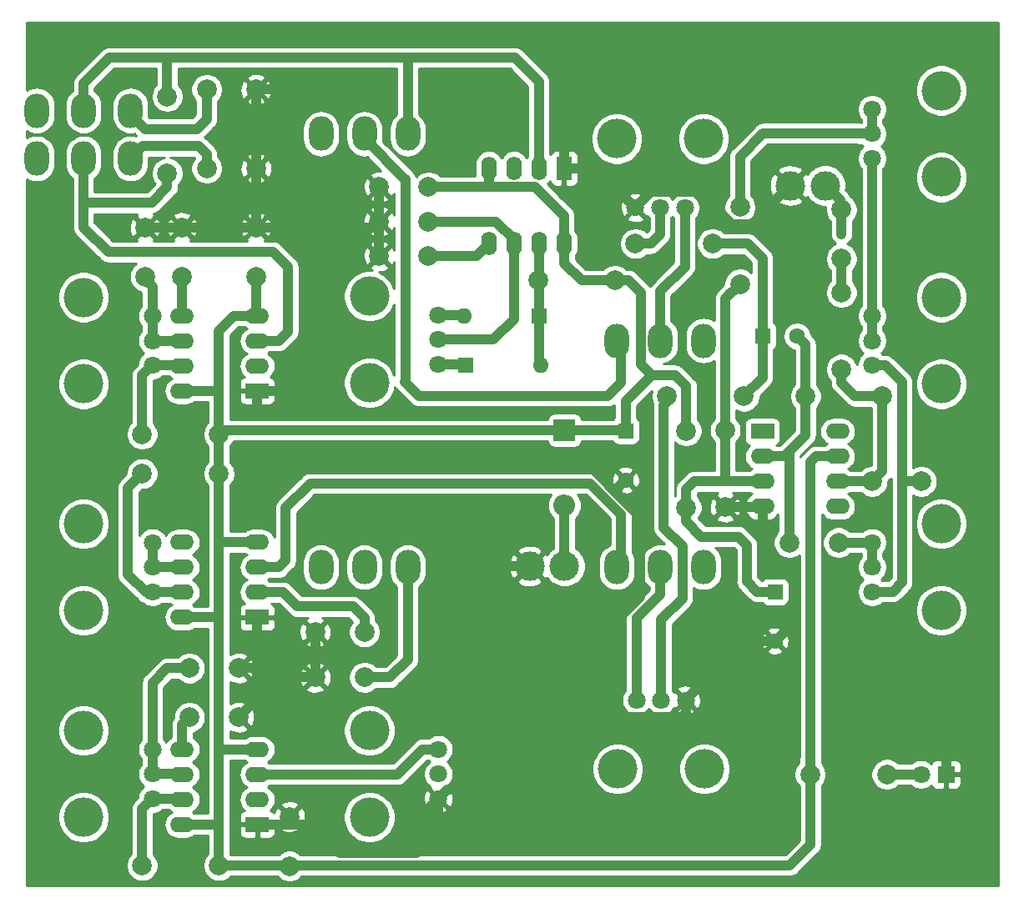
<source format=gbl>
G04 #@! TF.GenerationSoftware,KiCad,Pcbnew,(5.0.2)-1*
G04 #@! TF.CreationDate,2019-06-12T12:13:46+02:00*
G04 #@! TF.ProjectId,Aquarius,41717561-7269-4757-932e-6b696361645f,rev?*
G04 #@! TF.SameCoordinates,Original*
G04 #@! TF.FileFunction,Copper,L2,Bot*
G04 #@! TF.FilePolarity,Positive*
%FSLAX46Y46*%
G04 Gerber Fmt 4.6, Leading zero omitted, Abs format (unit mm)*
G04 Created by KiCad (PCBNEW (5.0.2)-1) date 12.06.2019 12:13:46*
%MOMM*%
%LPD*%
G01*
G04 APERTURE LIST*
G04 #@! TA.AperFunction,ComponentPad*
%ADD10O,2.500000X3.500000*%
G04 #@! TD*
G04 #@! TA.AperFunction,ComponentPad*
%ADD11R,2.400000X1.600000*%
G04 #@! TD*
G04 #@! TA.AperFunction,ComponentPad*
%ADD12O,2.400000X1.600000*%
G04 #@! TD*
G04 #@! TA.AperFunction,ComponentPad*
%ADD13C,2.000000*%
G04 #@! TD*
G04 #@! TA.AperFunction,WasherPad*
%ADD14C,4.000000*%
G04 #@! TD*
G04 #@! TA.AperFunction,ComponentPad*
%ADD15C,1.800000*%
G04 #@! TD*
G04 #@! TA.AperFunction,ComponentPad*
%ADD16C,2.999740*%
G04 #@! TD*
G04 #@! TA.AperFunction,ComponentPad*
%ADD17C,1.600000*%
G04 #@! TD*
G04 #@! TA.AperFunction,ComponentPad*
%ADD18R,1.600000X1.600000*%
G04 #@! TD*
G04 #@! TA.AperFunction,ComponentPad*
%ADD19O,1.600000X1.600000*%
G04 #@! TD*
G04 #@! TA.AperFunction,ComponentPad*
%ADD20O,2.200000X2.200000*%
G04 #@! TD*
G04 #@! TA.AperFunction,ComponentPad*
%ADD21R,2.200000X2.200000*%
G04 #@! TD*
G04 #@! TA.AperFunction,ComponentPad*
%ADD22O,1.600000X2.400000*%
G04 #@! TD*
G04 #@! TA.AperFunction,ComponentPad*
%ADD23R,1.600000X2.400000*%
G04 #@! TD*
G04 #@! TA.AperFunction,ComponentPad*
%ADD24R,1.800000X1.800000*%
G04 #@! TD*
G04 #@! TA.AperFunction,Conductor*
%ADD25C,1.000000*%
G04 #@! TD*
G04 #@! TA.AperFunction,Conductor*
%ADD26C,0.254000*%
G04 #@! TD*
G04 APERTURE END LIST*
D10*
G04 #@! TO.P,SW2,3*
G04 #@! TO.N,LFO*
X120600000Y-86000000D03*
G04 #@! TO.P,SW2,1*
G04 #@! TO.N,Net-(C1-Pad1)*
X129400000Y-86000000D03*
G04 #@! TO.P,SW2,2*
G04 #@! TO.N,Net-(SW2-Pad2)*
X125000000Y-86000000D03*
G04 #@! TD*
G04 #@! TO.P,SW3,3*
G04 #@! TO.N,VCO1*
X129400000Y-42000000D03*
G04 #@! TO.P,SW3,1*
G04 #@! TO.N,Net-(SW3-Pad1)*
X120600000Y-42000000D03*
G04 #@! TO.P,SW3,2*
G04 #@! TO.N,VCO1OUT*
X125000000Y-42000000D03*
G04 #@! TD*
G04 #@! TO.P,SW5,3*
G04 #@! TO.N,N/C*
X159400000Y-86000000D03*
G04 #@! TO.P,SW5,1*
G04 #@! TO.N,VCO2OUT*
X150600000Y-86000000D03*
G04 #@! TO.P,SW5,2*
G04 #@! TO.N,Net-(RV7-Pad1)*
X155000000Y-86000000D03*
G04 #@! TD*
G04 #@! TO.P,SW4,3*
G04 #@! TO.N,N/C*
X159400000Y-63000000D03*
G04 #@! TO.P,SW4,1*
G04 #@! TO.N,VCO1OUT*
X150600000Y-63000000D03*
G04 #@! TO.P,SW4,2*
G04 #@! TO.N,Net-(RV6-Pad1)*
X155000000Y-63000000D03*
G04 #@! TD*
D11*
G04 #@! TO.P,U4,1*
G04 #@! TO.N,GND*
X114120000Y-68100000D03*
D12*
G04 #@! TO.P,U4,5*
G04 #@! TO.N,Net-(C3-Pad1)*
X106500000Y-60480000D03*
G04 #@! TO.P,U4,2*
G04 #@! TO.N,Net-(C2-Pad1)*
X114120000Y-65560000D03*
G04 #@! TO.P,U4,6*
X106500000Y-63020000D03*
G04 #@! TO.P,U4,3*
G04 #@! TO.N,Net-(R4-Pad2)*
X114120000Y-63020000D03*
G04 #@! TO.P,U4,7*
G04 #@! TO.N,Net-(R2-Pad1)*
X106500000Y-65560000D03*
G04 #@! TO.P,U4,4*
G04 #@! TO.N,+12V*
X114120000Y-60480000D03*
G04 #@! TO.P,U4,8*
X106500000Y-68100000D03*
G04 #@! TD*
D13*
G04 #@! TO.P,C18,1*
G04 #@! TO.N,+12V*
X117400000Y-116350000D03*
G04 #@! TO.P,C18,2*
G04 #@! TO.N,GND*
X117400000Y-111350000D03*
G04 #@! TD*
D12*
G04 #@! TO.P,U2,8*
G04 #@! TO.N,+12V*
X106500000Y-112120000D03*
G04 #@! TO.P,U2,4*
X114120000Y-104500000D03*
G04 #@! TO.P,U2,7*
G04 #@! TO.N,Net-(R3-Pad1)*
X106500000Y-109580000D03*
G04 #@! TO.P,U2,3*
G04 #@! TO.N,Net-(RV4-Pad1)*
X114120000Y-107040000D03*
G04 #@! TO.P,U2,6*
G04 #@! TO.N,Net-(C6-Pad2)*
X106500000Y-107040000D03*
G04 #@! TO.P,U2,2*
X114120000Y-109580000D03*
G04 #@! TO.P,U2,5*
G04 #@! TO.N,Net-(C4-Pad1)*
X106500000Y-104500000D03*
D11*
G04 #@! TO.P,U2,1*
G04 #@! TO.N,GND*
X114120000Y-112120000D03*
G04 #@! TD*
D10*
G04 #@! TO.P,SW1,4*
G04 #@! TO.N,Net-(C7-Pad2)*
X101250000Y-44500000D03*
G04 #@! TO.P,SW1,1*
G04 #@! TO.N,Net-(C8-Pad2)*
X101250000Y-39650000D03*
G04 #@! TO.P,SW1,5*
G04 #@! TO.N,Net-(R4-Pad2)*
X96500000Y-44500000D03*
G04 #@! TO.P,SW1,2*
G04 #@! TO.N,VCO1*
X96500000Y-39650000D03*
G04 #@! TO.P,SW1,6*
G04 #@! TO.N,N/C*
X91750000Y-44500000D03*
G04 #@! TO.P,SW1,3*
X91750000Y-39650000D03*
G04 #@! TD*
D11*
G04 #@! TO.P,U1,1*
G04 #@! TO.N,GND*
X114120000Y-91100000D03*
D12*
G04 #@! TO.P,U1,5*
G04 #@! TO.N,Net-(SW2-Pad2)*
X106500000Y-83480000D03*
G04 #@! TO.P,U1,2*
G04 #@! TO.N,Net-(C5-Pad2)*
X114120000Y-88560000D03*
G04 #@! TO.P,U1,6*
X106500000Y-86020000D03*
G04 #@! TO.P,U1,3*
G04 #@! TO.N,VCO2OUT*
X114120000Y-86020000D03*
G04 #@! TO.P,U1,7*
G04 #@! TO.N,Net-(R1-Pad1)*
X106500000Y-88560000D03*
G04 #@! TO.P,U1,4*
G04 #@! TO.N,+12V*
X114120000Y-83480000D03*
G04 #@! TO.P,U1,8*
X106500000Y-91100000D03*
G04 #@! TD*
D14*
G04 #@! TO.P,RV3,0*
G04 #@! TO.N,*
X96500000Y-102600000D03*
X96500000Y-111400000D03*
D15*
G04 #@! TO.P,RV3,1*
G04 #@! TO.N,Net-(C6-Pad2)*
X103500000Y-104500000D03*
G04 #@! TO.P,RV3,2*
X103500000Y-107000000D03*
G04 #@! TO.P,RV3,3*
G04 #@! TO.N,Net-(R3-Pad1)*
X103500000Y-109500000D03*
G04 #@! TD*
D13*
G04 #@! TO.P,C7,1*
G04 #@! TO.N,GND*
X114000000Y-45500000D03*
G04 #@! TO.P,C7,2*
G04 #@! TO.N,Net-(C7-Pad2)*
X109000000Y-45500000D03*
G04 #@! TD*
D16*
G04 #@! TO.P,J1,1*
G04 #@! TO.N,GND*
X141750000Y-85900000D03*
G04 #@! TO.P,J1,2*
G04 #@! TO.N,Net-(D3-Pad2)*
X145300000Y-85900000D03*
G04 #@! TD*
G04 #@! TO.P,J2,1*
G04 #@! TO.N,Net-(C19-Pad2)*
X171750000Y-47250000D03*
G04 #@! TO.P,J2,2*
G04 #@! TO.N,GND*
X168200000Y-47250000D03*
G04 #@! TD*
D13*
G04 #@! TO.P,C1,1*
G04 #@! TO.N,Net-(C1-Pad1)*
X125000000Y-97200000D03*
G04 #@! TO.P,C1,2*
G04 #@! TO.N,GND*
X120000000Y-97200000D03*
G04 #@! TD*
G04 #@! TO.P,C2,2*
G04 #@! TO.N,GND*
X102750000Y-51500000D03*
G04 #@! TO.P,C2,1*
G04 #@! TO.N,Net-(C2-Pad1)*
X102750000Y-56500000D03*
G04 #@! TD*
G04 #@! TO.P,C3,1*
G04 #@! TO.N,Net-(C3-Pad1)*
X106500000Y-56500000D03*
G04 #@! TO.P,C3,2*
G04 #@! TO.N,GND*
X106500000Y-51500000D03*
G04 #@! TD*
G04 #@! TO.P,C4,2*
G04 #@! TO.N,GND*
X112250000Y-101250000D03*
G04 #@! TO.P,C4,1*
G04 #@! TO.N,Net-(C4-Pad1)*
X107250000Y-101250000D03*
G04 #@! TD*
G04 #@! TO.P,C5,2*
G04 #@! TO.N,Net-(C5-Pad2)*
X125000000Y-92600000D03*
G04 #@! TO.P,C5,1*
G04 #@! TO.N,GND*
X120000000Y-92600000D03*
G04 #@! TD*
G04 #@! TO.P,C6,1*
G04 #@! TO.N,GND*
X112250000Y-96250000D03*
G04 #@! TO.P,C6,2*
G04 #@! TO.N,Net-(C6-Pad2)*
X107250000Y-96250000D03*
G04 #@! TD*
G04 #@! TO.P,C8,2*
G04 #@! TO.N,Net-(C8-Pad2)*
X109000000Y-37500000D03*
G04 #@! TO.P,C8,1*
G04 #@! TO.N,GND*
X114000000Y-37500000D03*
G04 #@! TD*
G04 #@! TO.P,C9,2*
G04 #@! TO.N,Net-(C9-Pad2)*
X131500000Y-54400000D03*
G04 #@! TO.P,C9,1*
G04 #@! TO.N,GND*
X126500000Y-54400000D03*
G04 #@! TD*
G04 #@! TO.P,C10,2*
G04 #@! TO.N,Net-(C10-Pad2)*
X131500000Y-50900000D03*
G04 #@! TO.P,C10,1*
G04 #@! TO.N,GND*
X126500000Y-50900000D03*
G04 #@! TD*
D17*
G04 #@! TO.P,C11,2*
G04 #@! TO.N,Net-(C11-Pad2)*
X168900000Y-62550000D03*
D18*
G04 #@! TO.P,C11,1*
G04 #@! TO.N,Net-(C11-Pad1)*
X165400000Y-62550000D03*
G04 #@! TD*
D17*
G04 #@! TO.P,C13,2*
G04 #@! TO.N,GND*
X151500000Y-77150000D03*
D18*
G04 #@! TO.P,C13,1*
G04 #@! TO.N,+12V*
X151500000Y-72150000D03*
G04 #@! TD*
D13*
G04 #@! TO.P,C14,2*
G04 #@! TO.N,Net-(C14-Pad2)*
X173100000Y-83500000D03*
G04 #@! TO.P,C14,1*
G04 #@! TO.N,Net-(C11-Pad2)*
X168100000Y-83500000D03*
G04 #@! TD*
G04 #@! TO.P,C15,1*
G04 #@! TO.N,+12V*
X114000000Y-56500000D03*
G04 #@! TO.P,C15,2*
G04 #@! TO.N,GND*
X114000000Y-51500000D03*
G04 #@! TD*
G04 #@! TO.P,C16,1*
G04 #@! TO.N,Net-(C16-Pad1)*
X176500000Y-77300000D03*
G04 #@! TO.P,C16,2*
G04 #@! TO.N,Net-(C16-Pad2)*
X181500000Y-77300000D03*
G04 #@! TD*
G04 #@! TO.P,C17,1*
G04 #@! TO.N,+12V*
X131500000Y-47400000D03*
G04 #@! TO.P,C17,2*
G04 #@! TO.N,GND*
X126500000Y-47400000D03*
G04 #@! TD*
D19*
G04 #@! TO.P,D1,2*
G04 #@! TO.N,Net-(D1-Pad2)*
X142870000Y-65500000D03*
D18*
G04 #@! TO.P,D1,1*
G04 #@! TO.N,Net-(D1-Pad1)*
X135250000Y-65500000D03*
G04 #@! TD*
G04 #@! TO.P,D2,1*
G04 #@! TO.N,Net-(D1-Pad2)*
X142750000Y-60500000D03*
D19*
G04 #@! TO.P,D2,2*
G04 #@! TO.N,Net-(D2-Pad2)*
X135130000Y-60500000D03*
G04 #@! TD*
D20*
G04 #@! TO.P,D3,2*
G04 #@! TO.N,Net-(D3-Pad2)*
X145300000Y-79720000D03*
D21*
G04 #@! TO.P,D3,1*
G04 #@! TO.N,+12V*
X145300000Y-72100000D03*
G04 #@! TD*
D13*
G04 #@! TO.P,R1,2*
G04 #@! TO.N,+12V*
X110250000Y-76500000D03*
G04 #@! TO.P,R1,1*
G04 #@! TO.N,Net-(R1-Pad1)*
X102450000Y-76500000D03*
G04 #@! TD*
G04 #@! TO.P,R2,1*
G04 #@! TO.N,Net-(R2-Pad1)*
X102450000Y-72500000D03*
G04 #@! TO.P,R2,2*
G04 #@! TO.N,+12V*
X110250000Y-72500000D03*
G04 #@! TD*
G04 #@! TO.P,R3,2*
G04 #@! TO.N,+12V*
X110250000Y-116300000D03*
G04 #@! TO.P,R3,1*
G04 #@! TO.N,Net-(R3-Pad1)*
X102450000Y-116300000D03*
G04 #@! TD*
G04 #@! TO.P,R4,1*
G04 #@! TO.N,VCO1*
X105000000Y-38200000D03*
G04 #@! TO.P,R4,2*
G04 #@! TO.N,Net-(R4-Pad2)*
X105000000Y-46000000D03*
G04 #@! TD*
G04 #@! TO.P,R5,1*
G04 #@! TO.N,Net-(D1-Pad2)*
X142600000Y-56900000D03*
G04 #@! TO.P,R5,2*
G04 #@! TO.N,+12V*
X150400000Y-56900000D03*
G04 #@! TD*
G04 #@! TO.P,R6,1*
G04 #@! TO.N,Net-(C11-Pad1)*
X163500000Y-68650000D03*
G04 #@! TO.P,R6,2*
G04 #@! TO.N,MIX2*
X155700000Y-68650000D03*
G04 #@! TD*
G04 #@! TO.P,R7,2*
G04 #@! TO.N,MIX1*
X152500000Y-53150000D03*
G04 #@! TO.P,R7,1*
G04 #@! TO.N,Net-(C11-Pad1)*
X160300000Y-53150000D03*
G04 #@! TD*
G04 #@! TO.P,R8,2*
G04 #@! TO.N,Net-(C12-Pad1)*
X157650000Y-79950000D03*
G04 #@! TO.P,R8,1*
G04 #@! TO.N,+12V*
X157650000Y-72150000D03*
G04 #@! TD*
G04 #@! TO.P,R9,1*
G04 #@! TO.N,Net-(C12-Pad1)*
X161600000Y-72100000D03*
G04 #@! TO.P,R9,2*
G04 #@! TO.N,GND*
X161600000Y-79900000D03*
G04 #@! TD*
G04 #@! TO.P,R10,2*
G04 #@! TO.N,Net-(C12-Pad1)*
X163100000Y-57250000D03*
G04 #@! TO.P,R10,1*
G04 #@! TO.N,RESO*
X163100000Y-49450000D03*
G04 #@! TD*
G04 #@! TO.P,R11,1*
G04 #@! TO.N,Net-(C11-Pad2)*
X169750000Y-68650000D03*
G04 #@! TO.P,R11,2*
G04 #@! TO.N,Net-(C16-Pad1)*
X177550000Y-68650000D03*
G04 #@! TD*
G04 #@! TO.P,R12,2*
G04 #@! TO.N,Net-(C16-Pad1)*
X173400000Y-65900000D03*
G04 #@! TO.P,R12,1*
G04 #@! TO.N,Net-(C19-Pad1)*
X173400000Y-58100000D03*
G04 #@! TD*
D14*
G04 #@! TO.P,RV1,0*
G04 #@! TO.N,*
X96500000Y-81600000D03*
X96500000Y-90400000D03*
D15*
G04 #@! TO.P,RV1,1*
G04 #@! TO.N,Net-(C5-Pad2)*
X103500000Y-83500000D03*
G04 #@! TO.P,RV1,2*
X103500000Y-86000000D03*
G04 #@! TO.P,RV1,3*
G04 #@! TO.N,Net-(R1-Pad1)*
X103500000Y-88500000D03*
G04 #@! TD*
D14*
G04 #@! TO.P,RV2,0*
G04 #@! TO.N,*
X96500000Y-58600000D03*
X96500000Y-67400000D03*
D15*
G04 #@! TO.P,RV2,1*
G04 #@! TO.N,Net-(C2-Pad1)*
X103500000Y-60500000D03*
G04 #@! TO.P,RV2,2*
X103500000Y-63000000D03*
G04 #@! TO.P,RV2,3*
G04 #@! TO.N,Net-(R2-Pad1)*
X103500000Y-65500000D03*
G04 #@! TD*
G04 #@! TO.P,RV4,3*
G04 #@! TO.N,GND*
X132500000Y-109500000D03*
G04 #@! TO.P,RV4,2*
G04 #@! TO.N,LFO*
X132500000Y-107000000D03*
G04 #@! TO.P,RV4,1*
G04 #@! TO.N,Net-(RV4-Pad1)*
X132500000Y-104500000D03*
D14*
G04 #@! TO.P,RV4,0*
G04 #@! TO.N,*
X125500000Y-111400000D03*
X125500000Y-102600000D03*
G04 #@! TD*
D15*
G04 #@! TO.P,RV5,3*
G04 #@! TO.N,Net-(D1-Pad1)*
X132500000Y-65400000D03*
G04 #@! TO.P,RV5,2*
G04 #@! TO.N,Net-(C10-Pad2)*
X132500000Y-62900000D03*
G04 #@! TO.P,RV5,1*
G04 #@! TO.N,Net-(D2-Pad2)*
X132500000Y-60400000D03*
D14*
G04 #@! TO.P,RV5,0*
G04 #@! TO.N,*
X125500000Y-67300000D03*
X125500000Y-58500000D03*
G04 #@! TD*
G04 #@! TO.P,RV6,0*
G04 #@! TO.N,*
X159400000Y-42500000D03*
X150600000Y-42500000D03*
D15*
G04 #@! TO.P,RV6,1*
G04 #@! TO.N,Net-(RV6-Pad1)*
X157500000Y-49500000D03*
G04 #@! TO.P,RV6,2*
G04 #@! TO.N,MIX1*
X155000000Y-49500000D03*
G04 #@! TO.P,RV6,3*
G04 #@! TO.N,GND*
X152500000Y-49500000D03*
G04 #@! TD*
G04 #@! TO.P,RV7,3*
G04 #@! TO.N,GND*
X157600000Y-99500000D03*
G04 #@! TO.P,RV7,2*
G04 #@! TO.N,MIX2*
X155100000Y-99500000D03*
G04 #@! TO.P,RV7,1*
G04 #@! TO.N,Net-(RV7-Pad1)*
X152600000Y-99500000D03*
D14*
G04 #@! TO.P,RV7,0*
G04 #@! TO.N,*
X159500000Y-106500000D03*
X150700000Y-106500000D03*
G04 #@! TD*
D15*
G04 #@! TO.P,RV8,3*
G04 #@! TO.N,RESO*
X176500000Y-39500000D03*
G04 #@! TO.P,RV8,2*
X176500000Y-42000000D03*
G04 #@! TO.P,RV8,1*
G04 #@! TO.N,Net-(RV8-Pad1)*
X176500000Y-44500000D03*
D14*
G04 #@! TO.P,RV8,0*
G04 #@! TO.N,*
X183500000Y-37600000D03*
X183500000Y-46400000D03*
G04 #@! TD*
G04 #@! TO.P,RV9,0*
G04 #@! TO.N,*
X183500000Y-67400000D03*
X183500000Y-58600000D03*
D15*
G04 #@! TO.P,RV9,1*
G04 #@! TO.N,Net-(C16-Pad2)*
X176500000Y-65500000D03*
G04 #@! TO.P,RV9,2*
G04 #@! TO.N,Net-(RV8-Pad1)*
X176500000Y-63000000D03*
G04 #@! TO.P,RV9,3*
X176500000Y-60500000D03*
G04 #@! TD*
G04 #@! TO.P,RV10,3*
G04 #@! TO.N,Net-(C14-Pad2)*
X176500000Y-83500000D03*
G04 #@! TO.P,RV10,2*
X176500000Y-86000000D03*
G04 #@! TO.P,RV10,1*
G04 #@! TO.N,Net-(C16-Pad2)*
X176500000Y-88500000D03*
D14*
G04 #@! TO.P,RV10,0*
G04 #@! TO.N,*
X183500000Y-81600000D03*
X183500000Y-90400000D03*
G04 #@! TD*
D12*
G04 #@! TO.P,U3,8*
G04 #@! TO.N,N/C*
X173000000Y-72220000D03*
G04 #@! TO.P,U3,4*
G04 #@! TO.N,GND*
X165380000Y-79840000D03*
G04 #@! TO.P,U3,7*
G04 #@! TO.N,+12V*
X173000000Y-74760000D03*
G04 #@! TO.P,U3,3*
G04 #@! TO.N,Net-(C12-Pad1)*
X165380000Y-77300000D03*
G04 #@! TO.P,U3,6*
G04 #@! TO.N,Net-(C16-Pad1)*
X173000000Y-77300000D03*
G04 #@! TO.P,U3,2*
G04 #@! TO.N,Net-(C11-Pad2)*
X165380000Y-74760000D03*
G04 #@! TO.P,U3,5*
G04 #@! TO.N,N/C*
X173000000Y-79840000D03*
D11*
G04 #@! TO.P,U3,1*
X165380000Y-72220000D03*
G04 #@! TD*
D22*
G04 #@! TO.P,U5,8*
G04 #@! TO.N,+12V*
X145250000Y-53120000D03*
G04 #@! TO.P,U5,4*
X137630000Y-45500000D03*
G04 #@! TO.P,U5,7*
G04 #@! TO.N,Net-(D1-Pad2)*
X142710000Y-53120000D03*
G04 #@! TO.P,U5,3*
G04 #@! TO.N,Net-(SW3-Pad1)*
X140170000Y-45500000D03*
G04 #@! TO.P,U5,6*
G04 #@! TO.N,Net-(C10-Pad2)*
X140170000Y-53120000D03*
G04 #@! TO.P,U5,2*
G04 #@! TO.N,VCO1*
X142710000Y-45500000D03*
G04 #@! TO.P,U5,5*
G04 #@! TO.N,Net-(C9-Pad2)*
X137630000Y-53120000D03*
D23*
G04 #@! TO.P,U5,1*
G04 #@! TO.N,GND*
X145250000Y-45500000D03*
G04 #@! TD*
D17*
G04 #@! TO.P,C12,2*
G04 #@! TO.N,GND*
X166650000Y-93500000D03*
D18*
G04 #@! TO.P,C12,1*
G04 #@! TO.N,Net-(C12-Pad1)*
X166650000Y-88500000D03*
G04 #@! TD*
D15*
G04 #@! TO.P,D4,2*
G04 #@! TO.N,Net-(D4-Pad2)*
X181460000Y-107050000D03*
D24*
G04 #@! TO.P,D4,1*
G04 #@! TO.N,GND*
X184000000Y-107050000D03*
G04 #@! TD*
D13*
G04 #@! TO.P,R13,2*
G04 #@! TO.N,+12V*
X170200000Y-107050000D03*
G04 #@! TO.P,R13,1*
G04 #@! TO.N,Net-(D4-Pad2)*
X178000000Y-107050000D03*
G04 #@! TD*
G04 #@! TO.P,C19,2*
G04 #@! TO.N,Net-(C19-Pad2)*
X173400000Y-49700000D03*
G04 #@! TO.P,C19,1*
G04 #@! TO.N,Net-(C19-Pad1)*
X173400000Y-54700000D03*
G04 #@! TD*
D25*
G04 #@! TO.N,Net-(C1-Pad1)*
X127600000Y-97200000D02*
X125000000Y-97200000D01*
X129400000Y-86000000D02*
X129400000Y-95400000D01*
X129400000Y-95400000D02*
X127600000Y-97200000D01*
G04 #@! TO.N,GND*
X132500000Y-109500000D02*
X132500000Y-110772792D01*
X130250000Y-111750000D02*
X132500000Y-109500000D01*
X130250000Y-115000000D02*
X130250000Y-111750000D01*
X122500000Y-115000000D02*
X130250000Y-115000000D01*
X115820000Y-112120000D02*
X119620000Y-112120000D01*
X119620000Y-112120000D02*
X122500000Y-115000000D01*
X102750000Y-51500000D02*
X114000000Y-51500000D01*
X114000000Y-45500000D02*
X114000000Y-51500000D01*
X114120000Y-99380000D02*
X112250000Y-101250000D01*
X114120000Y-91100000D02*
X114120000Y-99380000D01*
X114000000Y-37500000D02*
X114000000Y-45500000D01*
X126500000Y-47400000D02*
X126500000Y-54400000D01*
X125900000Y-51500000D02*
X126500000Y-50900000D01*
X120200000Y-64220000D02*
X120200000Y-51500000D01*
X116320000Y-68100000D02*
X120200000Y-64220000D01*
X114120000Y-68100000D02*
X116320000Y-68100000D01*
X114000000Y-51500000D02*
X120200000Y-51500000D01*
X120200000Y-51500000D02*
X125900000Y-51500000D01*
X120000000Y-92600000D02*
X120000000Y-97200000D01*
X114650000Y-97200000D02*
X120000000Y-97200000D01*
X113700000Y-96250000D02*
X114650000Y-97200000D01*
X113700000Y-96250000D02*
X114250000Y-96250000D01*
X112250000Y-96250000D02*
X113700000Y-96250000D01*
X148500000Y-45500000D02*
X152500000Y-49500000D01*
X145250000Y-45500000D02*
X148500000Y-45500000D01*
X165320000Y-79900000D02*
X165380000Y-79840000D01*
X161600000Y-79900000D02*
X165320000Y-79900000D01*
X114120000Y-68100000D02*
X114120000Y-69900000D01*
X133399999Y-108600001D02*
X132500000Y-109500000D01*
X134397069Y-108600001D02*
X133399999Y-108600001D01*
X137400009Y-105597061D02*
X134397069Y-108600001D01*
X152990010Y-80892940D02*
X152990010Y-89062920D01*
X137400010Y-104652920D02*
X137400009Y-105597061D01*
X120320000Y-76100000D02*
X148197070Y-76100000D01*
X137902930Y-88252930D02*
X137902930Y-104150000D01*
X137902930Y-104150000D02*
X137400010Y-104652920D01*
X166700131Y-48749869D02*
X168200000Y-47250000D01*
X164299999Y-51150001D02*
X166700131Y-48749869D01*
X162283999Y-51150001D02*
X164299999Y-51150001D01*
X159033997Y-47899999D02*
X162283999Y-51150001D01*
X154100001Y-47899999D02*
X159033997Y-47899999D01*
X152500000Y-49500000D02*
X154100001Y-47899999D01*
X158499999Y-98600001D02*
X157600000Y-99500000D01*
X163600000Y-93500000D02*
X158499999Y-98600001D01*
X166650000Y-93500000D02*
X163600000Y-93500000D01*
X157169862Y-101202930D02*
X140850000Y-101202930D01*
X157600000Y-100772792D02*
X157169862Y-101202930D01*
X157600000Y-99500000D02*
X157600000Y-100772792D01*
X152990010Y-89062920D02*
X140850000Y-101202930D01*
X140850000Y-101202930D02*
X137902930Y-104150000D01*
X188500010Y-47404008D02*
X176296002Y-35200000D01*
X188500010Y-100649990D02*
X188500010Y-47404008D01*
X184000000Y-107050000D02*
X184000000Y-105150000D01*
X184000000Y-105150000D02*
X188500010Y-100649990D01*
X176296002Y-35200000D02*
X151200000Y-35200000D01*
X145250000Y-41150000D02*
X145250000Y-45500000D01*
X116630000Y-112120000D02*
X117400000Y-111350000D01*
X114120000Y-112120000D02*
X116630000Y-112120000D01*
X150700001Y-78602931D02*
X151097070Y-79000000D01*
X150700001Y-77949999D02*
X150700001Y-78602931D01*
X151500000Y-77150000D02*
X150700001Y-77949999D01*
X148197070Y-76100000D02*
X151097070Y-79000000D01*
X151097070Y-79000000D02*
X152990010Y-80892940D01*
X138778864Y-86750000D02*
X136400000Y-86750000D01*
X139628864Y-85900000D02*
X138778864Y-86750000D01*
X141750000Y-85900000D02*
X139628864Y-85900000D01*
X136400000Y-86750000D02*
X137902930Y-88252930D01*
X120320000Y-76100000D02*
X119050000Y-76100000D01*
X119050000Y-76100000D02*
X117500000Y-74550000D01*
X165380000Y-79840000D02*
X165380000Y-83730000D01*
X165380000Y-83730000D02*
X168650000Y-87000000D01*
X168650000Y-91500000D02*
X166650000Y-93500000D01*
X168650000Y-87000000D02*
X168650000Y-91500000D01*
X114000000Y-37500000D02*
X116950000Y-37500000D01*
X116950000Y-37500000D02*
X116950000Y-36050000D01*
X151000000Y-34650000D02*
X151000000Y-35400000D01*
X149250000Y-32900000D02*
X151000000Y-34650000D01*
X151200000Y-35200000D02*
X151000000Y-35400000D01*
X151000000Y-35400000D02*
X145250000Y-41150000D01*
G04 #@! TO.N,Net-(C2-Pad1)*
X103500000Y-60500000D02*
X103500000Y-63000000D01*
X106480000Y-63000000D02*
X106500000Y-63020000D01*
X103500000Y-63000000D02*
X106480000Y-63000000D01*
X102750000Y-56500000D02*
X102750000Y-56750000D01*
X103500000Y-57500000D02*
X103500000Y-60500000D01*
X102750000Y-56750000D02*
X103500000Y-57500000D01*
G04 #@! TO.N,Net-(C3-Pad1)*
X106500000Y-56500000D02*
X106500000Y-60480000D01*
G04 #@! TO.N,Net-(C4-Pad1)*
X106500000Y-102000000D02*
X107250000Y-101250000D01*
X106500000Y-104500000D02*
X106500000Y-102000000D01*
G04 #@! TO.N,Net-(C5-Pad2)*
X103500000Y-83500000D02*
X103500000Y-86000000D01*
X106480000Y-86000000D02*
X106500000Y-86020000D01*
X103500000Y-86000000D02*
X106480000Y-86000000D01*
X125000000Y-91185787D02*
X123814213Y-90000000D01*
X125000000Y-92600000D02*
X125000000Y-91185787D01*
X123814213Y-90000000D02*
X118200000Y-90000000D01*
X116760000Y-88560000D02*
X114120000Y-88560000D01*
X118200000Y-90000000D02*
X116760000Y-88560000D01*
G04 #@! TO.N,Net-(C6-Pad2)*
X103540000Y-107040000D02*
X103500000Y-107000000D01*
X103500000Y-107000000D02*
X103500000Y-97750000D01*
X105000000Y-96250000D02*
X107250000Y-96250000D01*
X103500000Y-97750000D02*
X105000000Y-96250000D01*
X106460000Y-107000000D02*
X106500000Y-107040000D01*
X103500000Y-107000000D02*
X106460000Y-107000000D01*
G04 #@! TO.N,Net-(C7-Pad2)*
X109000000Y-44085787D02*
X108164213Y-43250000D01*
X109000000Y-45500000D02*
X109000000Y-44085787D01*
X108164213Y-43250000D02*
X102500000Y-43250000D01*
X102500000Y-43250000D02*
X101250000Y-44500000D01*
G04 #@! TO.N,Net-(C8-Pad2)*
X101250000Y-39650000D02*
X101250000Y-40000000D01*
X101250000Y-40000000D02*
X102750000Y-41500000D01*
X102750000Y-41500000D02*
X108000000Y-41500000D01*
X109000000Y-40500000D02*
X109000000Y-37500000D01*
X108000000Y-41500000D02*
X109000000Y-40500000D01*
G04 #@! TO.N,Net-(C9-Pad2)*
X136350000Y-54400000D02*
X137630000Y-53120000D01*
X131500000Y-54400000D02*
X136350000Y-54400000D01*
G04 #@! TO.N,Net-(C10-Pad2)*
X132500000Y-62900000D02*
X138100000Y-62900000D01*
X140170000Y-60830000D02*
X140170000Y-53120000D01*
X138100000Y-62900000D02*
X140170000Y-60830000D01*
X140170000Y-52720000D02*
X140170000Y-53120000D01*
X138350000Y-50900000D02*
X140170000Y-52720000D01*
X131500000Y-50900000D02*
X138350000Y-50900000D01*
G04 #@! TO.N,Net-(C11-Pad2)*
X169750000Y-70064213D02*
X169750000Y-68650000D01*
X169750000Y-72590000D02*
X169750000Y-70064213D01*
X165380000Y-74760000D02*
X167580000Y-74760000D01*
X169750000Y-63400000D02*
X168900000Y-62550000D01*
X169750000Y-68650000D02*
X169750000Y-63400000D01*
X168100000Y-74240000D02*
X168350000Y-73990000D01*
X168100000Y-83500000D02*
X168100000Y-74240000D01*
X167580000Y-74760000D02*
X168350000Y-73990000D01*
X168350000Y-73990000D02*
X169750000Y-72590000D01*
G04 #@! TO.N,Net-(C11-Pad1)*
X165400000Y-54650000D02*
X165400000Y-62550000D01*
X160300000Y-53150000D02*
X163900000Y-53150000D01*
X163900000Y-53150000D02*
X165400000Y-54650000D01*
X163500000Y-68650000D02*
X165400000Y-66750000D01*
X165400000Y-66750000D02*
X165400000Y-62550000D01*
G04 #@! TO.N,Net-(C12-Pad1)*
X157650000Y-78100000D02*
X157650000Y-79950000D01*
X158450000Y-77300000D02*
X157650000Y-78100000D01*
X161600000Y-72100000D02*
X161600000Y-77300000D01*
X161600000Y-77300000D02*
X158450000Y-77300000D01*
X161600000Y-77300000D02*
X165380000Y-77300000D01*
X157650000Y-81364213D02*
X159185787Y-82900000D01*
X157650000Y-79950000D02*
X157650000Y-81364213D01*
X164850000Y-88500000D02*
X163800000Y-87450000D01*
X166650000Y-88500000D02*
X164850000Y-88500000D01*
X163800000Y-83750000D02*
X162950000Y-82900000D01*
X163800000Y-87450000D02*
X163800000Y-83750000D01*
X159185787Y-82900000D02*
X162950000Y-82900000D01*
X162100001Y-58249999D02*
X162050001Y-58249999D01*
X161600000Y-58750000D02*
X163100000Y-57250000D01*
X161600000Y-72100000D02*
X161600000Y-58750000D01*
G04 #@! TO.N,+12V*
X114120000Y-60480000D02*
X111770000Y-60480000D01*
X111770000Y-60480000D02*
X110250000Y-62000000D01*
X110130000Y-112120000D02*
X106500000Y-112120000D01*
X110250000Y-112000000D02*
X110130000Y-112120000D01*
X110250000Y-112000000D02*
X110250000Y-115750000D01*
X110250000Y-104500000D02*
X114120000Y-104500000D01*
X110250000Y-104500000D02*
X110250000Y-112000000D01*
X110100000Y-91100000D02*
X106500000Y-91100000D01*
X110250000Y-91250000D02*
X110100000Y-91100000D01*
X110250000Y-91250000D02*
X110250000Y-104500000D01*
X110270000Y-83480000D02*
X114120000Y-83480000D01*
X110250000Y-83500000D02*
X110270000Y-83480000D01*
X110250000Y-83500000D02*
X110250000Y-91250000D01*
X110100000Y-68100000D02*
X106500000Y-68100000D01*
X110250000Y-68250000D02*
X110100000Y-68100000D01*
X110250000Y-68250000D02*
X110250000Y-83500000D01*
X110250000Y-62000000D02*
X110250000Y-68250000D01*
X114000000Y-60360000D02*
X114120000Y-60480000D01*
X114000000Y-56500000D02*
X114000000Y-60360000D01*
X145250000Y-50350000D02*
X145250000Y-53120000D01*
X142300000Y-47400000D02*
X145250000Y-50350000D01*
X137630000Y-47330000D02*
X137700000Y-47400000D01*
X137630000Y-45500000D02*
X137630000Y-47330000D01*
X131500000Y-47400000D02*
X137700000Y-47400000D01*
X137700000Y-47400000D02*
X142300000Y-47400000D01*
X147000000Y-56900000D02*
X150400000Y-56900000D01*
X145300000Y-55200000D02*
X147000000Y-56900000D01*
X145300000Y-53570000D02*
X145300000Y-55200000D01*
X145250000Y-53120000D02*
X145250000Y-53520000D01*
X145250000Y-53520000D02*
X145300000Y-53570000D01*
X151814213Y-56900000D02*
X153050000Y-58135787D01*
X150400000Y-56900000D02*
X151814213Y-56900000D01*
X153050000Y-58135787D02*
X153050000Y-65400000D01*
X153050000Y-65400000D02*
X154150000Y-66500000D01*
X170800000Y-74760000D02*
X173000000Y-74760000D01*
X170250000Y-75310000D02*
X170800000Y-74760000D01*
X168150000Y-116300000D02*
X170250000Y-114200000D01*
X110250000Y-116300000D02*
X168150000Y-116300000D01*
X170250000Y-105585787D02*
X170250000Y-104850000D01*
X170200000Y-105635787D02*
X170250000Y-105585787D01*
X170200000Y-107050000D02*
X170200000Y-105635787D01*
X170250000Y-114200000D02*
X170250000Y-104850000D01*
X170250000Y-104850000D02*
X170250000Y-75310000D01*
X151450000Y-72100000D02*
X151500000Y-72150000D01*
X145300000Y-72100000D02*
X151450000Y-72100000D01*
X151500000Y-69150000D02*
X154150000Y-66500000D01*
X151500000Y-72150000D02*
X151500000Y-69150000D01*
X110650000Y-72100000D02*
X110250000Y-72500000D01*
X145300000Y-72100000D02*
X110650000Y-72100000D01*
X157650000Y-67650000D02*
X157650000Y-72150000D01*
X154150000Y-66500000D02*
X156500000Y-66500000D01*
X156500000Y-66500000D02*
X157650000Y-67650000D01*
G04 #@! TO.N,Net-(C14-Pad2)*
X176500000Y-83500000D02*
X173100000Y-83500000D01*
X176500000Y-83500000D02*
X176500000Y-86000000D01*
G04 #@! TO.N,Net-(C16-Pad1)*
X173000000Y-77300000D02*
X176500000Y-77300000D01*
X177550000Y-76250000D02*
X176500000Y-77300000D01*
X177550000Y-68650000D02*
X177550000Y-76250000D01*
X173400000Y-67314213D02*
X174735787Y-68650000D01*
X173400000Y-65900000D02*
X173400000Y-67314213D01*
X174735787Y-68650000D02*
X177550000Y-68650000D01*
G04 #@! TO.N,Net-(C16-Pad2)*
X177850000Y-65500000D02*
X176500000Y-65500000D01*
X179550000Y-67200000D02*
X177850000Y-65500000D01*
X176500000Y-88500000D02*
X178600000Y-88500000D01*
X178600000Y-88500000D02*
X179550000Y-87550000D01*
X181500000Y-77300000D02*
X179550000Y-77300000D01*
X179550000Y-87550000D02*
X179550000Y-77300000D01*
X179550000Y-77300000D02*
X179550000Y-67200000D01*
G04 #@! TO.N,Net-(C19-Pad2)*
X173249869Y-48749869D02*
X173249869Y-48849869D01*
X171750000Y-47250000D02*
X173249869Y-48749869D01*
X173400000Y-49000000D02*
X173400000Y-52200000D01*
X173249869Y-48849869D02*
X173400000Y-49000000D01*
G04 #@! TO.N,Net-(C19-Pad1)*
X173400000Y-54700000D02*
X173400000Y-58100000D01*
G04 #@! TO.N,Net-(D1-Pad2)*
X142710000Y-65340000D02*
X142870000Y-65500000D01*
X142710000Y-53120000D02*
X142710000Y-65340000D01*
G04 #@! TO.N,Net-(D1-Pad1)*
X135150000Y-65400000D02*
X135250000Y-65500000D01*
X132500000Y-65400000D02*
X135150000Y-65400000D01*
G04 #@! TO.N,Net-(D2-Pad2)*
X135030000Y-60400000D02*
X135130000Y-60500000D01*
X132500000Y-60400000D02*
X135030000Y-60400000D01*
G04 #@! TO.N,Net-(D3-Pad2)*
X145300000Y-79720000D02*
X145300000Y-85900000D01*
G04 #@! TO.N,Net-(R1-Pad1)*
X103540000Y-88460000D02*
X103500000Y-88500000D01*
X103200000Y-88800000D02*
X103500000Y-88500000D01*
X106500000Y-88560000D02*
X102810000Y-88560000D01*
X102810000Y-88560000D02*
X101000000Y-86750000D01*
X101000000Y-77950000D02*
X102450000Y-76500000D01*
X101000000Y-86750000D02*
X101000000Y-77950000D01*
G04 #@! TO.N,Net-(R2-Pad1)*
X102450000Y-66550000D02*
X103500000Y-65500000D01*
X102450000Y-72500000D02*
X102450000Y-66550000D01*
X106440000Y-65500000D02*
X106500000Y-65560000D01*
X103500000Y-65500000D02*
X106440000Y-65500000D01*
G04 #@! TO.N,Net-(R3-Pad1)*
X102450000Y-110550000D02*
X103500000Y-109500000D01*
X102450000Y-116300000D02*
X102450000Y-110550000D01*
X106420000Y-109500000D02*
X106500000Y-109580000D01*
X103500000Y-109500000D02*
X106420000Y-109500000D01*
G04 #@! TO.N,VCO1*
X96500000Y-36900000D02*
X99150000Y-34250000D01*
X96500000Y-39650000D02*
X96500000Y-36900000D01*
X105000000Y-36785787D02*
X105000000Y-34250000D01*
X105000000Y-38200000D02*
X105000000Y-36785787D01*
X99150000Y-34250000D02*
X105000000Y-34250000D01*
X142710000Y-39210000D02*
X142710000Y-45500000D01*
X142710000Y-36710000D02*
X142710000Y-39210000D01*
X140250000Y-34250000D02*
X142710000Y-36710000D01*
X129400000Y-42000000D02*
X129400000Y-34250000D01*
X105000000Y-34250000D02*
X129400000Y-34250000D01*
X129400000Y-34250000D02*
X140250000Y-34250000D01*
G04 #@! TO.N,Net-(R4-Pad2)*
X116320000Y-63020000D02*
X114120000Y-63020000D01*
X96500000Y-51500000D02*
X99000000Y-54000000D01*
X99000000Y-54000000D02*
X115750000Y-54000000D01*
X115750000Y-54000000D02*
X117250000Y-55500000D01*
X117250000Y-55500000D02*
X117250000Y-62090000D01*
X117250000Y-62090000D02*
X116320000Y-63020000D01*
X103414213Y-49000000D02*
X96500000Y-49000000D01*
X105000000Y-47414213D02*
X103414213Y-49000000D01*
X105000000Y-46000000D02*
X105000000Y-47414213D01*
X96500000Y-44500000D02*
X96500000Y-49000000D01*
X96500000Y-49000000D02*
X96500000Y-51500000D01*
G04 #@! TO.N,MIX2*
X155100000Y-91350000D02*
X155100000Y-99500000D01*
X155700000Y-69200000D02*
X155350000Y-69550000D01*
X155700000Y-68650000D02*
X155700000Y-69200000D01*
X155350000Y-69550000D02*
X155350000Y-82000000D01*
X155350000Y-82000000D02*
X157250000Y-83900000D01*
X157250000Y-83900000D02*
X157250000Y-89200000D01*
X157250000Y-89200000D02*
X155100000Y-91350000D01*
G04 #@! TO.N,MIX1*
X152500000Y-53150000D02*
X154050000Y-53150000D01*
X155000000Y-52200000D02*
X155000000Y-49500000D01*
X154050000Y-53150000D02*
X155000000Y-52200000D01*
G04 #@! TO.N,RESO*
X176500000Y-39500000D02*
X176500000Y-42000000D01*
X163100000Y-49450000D02*
X163100000Y-44300000D01*
X163100000Y-44300000D02*
X165450000Y-41950000D01*
X165450000Y-41950000D02*
X175200000Y-41950000D01*
X175227208Y-42000000D02*
X176500000Y-42000000D01*
X175200000Y-41972792D02*
X175227208Y-42000000D01*
X175200000Y-41950000D02*
X175200000Y-41972792D01*
G04 #@! TO.N,Net-(RV4-Pad1)*
X132500000Y-104500000D02*
X130900000Y-104500000D01*
X128360000Y-107040000D02*
X115820000Y-107040000D01*
X130900000Y-104500000D02*
X128360000Y-107040000D01*
X115820000Y-107040000D02*
X114120000Y-107040000D01*
G04 #@! TO.N,Net-(RV6-Pad1)*
X157500000Y-49500000D02*
X157500000Y-55500000D01*
X155000000Y-58000000D02*
X155000000Y-63000000D01*
X157500000Y-55500000D02*
X155000000Y-58000000D01*
G04 #@! TO.N,Net-(RV7-Pad1)*
X152600000Y-98227208D02*
X152600000Y-99500000D01*
X152600000Y-91150000D02*
X152600000Y-98227208D01*
X155000000Y-88750000D02*
X152600000Y-91150000D01*
X155000000Y-86000000D02*
X155000000Y-88750000D01*
G04 #@! TO.N,Net-(RV8-Pad1)*
X176500000Y-63000000D02*
X176500000Y-60500000D01*
X176500000Y-59227208D02*
X176500000Y-44500000D01*
X176500000Y-60500000D02*
X176500000Y-59227208D01*
G04 #@! TO.N,VCO1OUT*
X125000000Y-42500000D02*
X129100000Y-46600000D01*
X125000000Y-42000000D02*
X125000000Y-42500000D01*
X129100000Y-67200000D02*
X130500000Y-68600000D01*
X151040000Y-67260000D02*
X151040000Y-63000000D01*
X130500000Y-68600000D02*
X149700000Y-68600000D01*
X129150000Y-46650000D02*
X129150000Y-67250000D01*
X149700000Y-68600000D02*
X151040000Y-67260000D01*
G04 #@! TO.N,VCO2OUT*
X151040000Y-80640000D02*
X151040000Y-86000000D01*
X149400000Y-79000000D02*
X151040000Y-80640000D01*
X116320000Y-86020000D02*
X117000000Y-85340000D01*
X114120000Y-86020000D02*
X116320000Y-86020000D01*
X117000000Y-85340000D02*
X117000000Y-80000000D01*
X117000000Y-80000000D02*
X119500000Y-77500000D01*
X147900000Y-77500000D02*
X151040000Y-80640000D01*
X119500000Y-77500000D02*
X147900000Y-77500000D01*
G04 #@! TO.N,Net-(D4-Pad2)*
X178000000Y-107050000D02*
X181460000Y-107050000D01*
G04 #@! TD*
D26*
G04 #@! TO.N,GND*
G36*
X189290001Y-118290000D02*
X90710000Y-118290000D01*
X90710000Y-111140475D01*
X93865000Y-111140475D01*
X93865000Y-111659525D01*
X93966261Y-112168601D01*
X94164893Y-112648141D01*
X94453262Y-113079715D01*
X94820285Y-113446738D01*
X95251859Y-113735107D01*
X95731399Y-113933739D01*
X96240475Y-114035000D01*
X96759525Y-114035000D01*
X97268601Y-113933739D01*
X97748141Y-113735107D01*
X98179715Y-113446738D01*
X98546738Y-113079715D01*
X98835107Y-112648141D01*
X99033739Y-112168601D01*
X99135000Y-111659525D01*
X99135000Y-111140475D01*
X99033739Y-110631399D01*
X98835107Y-110151859D01*
X98546738Y-109720285D01*
X98179715Y-109353262D01*
X97748141Y-109064893D01*
X97268601Y-108866261D01*
X96759525Y-108765000D01*
X96240475Y-108765000D01*
X95731399Y-108866261D01*
X95251859Y-109064893D01*
X94820285Y-109353262D01*
X94453262Y-109720285D01*
X94164893Y-110151859D01*
X93966261Y-110631399D01*
X93865000Y-111140475D01*
X90710000Y-111140475D01*
X90710000Y-102340475D01*
X93865000Y-102340475D01*
X93865000Y-102859525D01*
X93966261Y-103368601D01*
X94164893Y-103848141D01*
X94453262Y-104279715D01*
X94820285Y-104646738D01*
X95251859Y-104935107D01*
X95731399Y-105133739D01*
X96240475Y-105235000D01*
X96759525Y-105235000D01*
X97268601Y-105133739D01*
X97748141Y-104935107D01*
X98179715Y-104646738D01*
X98546738Y-104279715D01*
X98835107Y-103848141D01*
X99033739Y-103368601D01*
X99135000Y-102859525D01*
X99135000Y-102340475D01*
X99033739Y-101831399D01*
X98835107Y-101351859D01*
X98546738Y-100920285D01*
X98179715Y-100553262D01*
X97748141Y-100264893D01*
X97268601Y-100066261D01*
X96759525Y-99965000D01*
X96240475Y-99965000D01*
X95731399Y-100066261D01*
X95251859Y-100264893D01*
X94820285Y-100553262D01*
X94453262Y-100920285D01*
X94164893Y-101351859D01*
X93966261Y-101831399D01*
X93865000Y-102340475D01*
X90710000Y-102340475D01*
X90710000Y-90140475D01*
X93865000Y-90140475D01*
X93865000Y-90659525D01*
X93966261Y-91168601D01*
X94164893Y-91648141D01*
X94453262Y-92079715D01*
X94820285Y-92446738D01*
X95251859Y-92735107D01*
X95731399Y-92933739D01*
X96240475Y-93035000D01*
X96759525Y-93035000D01*
X97268601Y-92933739D01*
X97748141Y-92735107D01*
X98179715Y-92446738D01*
X98546738Y-92079715D01*
X98835107Y-91648141D01*
X99033739Y-91168601D01*
X99135000Y-90659525D01*
X99135000Y-90140475D01*
X99033739Y-89631399D01*
X98835107Y-89151859D01*
X98546738Y-88720285D01*
X98179715Y-88353262D01*
X97748141Y-88064893D01*
X97268601Y-87866261D01*
X96759525Y-87765000D01*
X96240475Y-87765000D01*
X95731399Y-87866261D01*
X95251859Y-88064893D01*
X94820285Y-88353262D01*
X94453262Y-88720285D01*
X94164893Y-89151859D01*
X93966261Y-89631399D01*
X93865000Y-90140475D01*
X90710000Y-90140475D01*
X90710000Y-81340475D01*
X93865000Y-81340475D01*
X93865000Y-81859525D01*
X93966261Y-82368601D01*
X94164893Y-82848141D01*
X94453262Y-83279715D01*
X94820285Y-83646738D01*
X95251859Y-83935107D01*
X95731399Y-84133739D01*
X96240475Y-84235000D01*
X96759525Y-84235000D01*
X97268601Y-84133739D01*
X97748141Y-83935107D01*
X98179715Y-83646738D01*
X98546738Y-83279715D01*
X98835107Y-82848141D01*
X99033739Y-82368601D01*
X99135000Y-81859525D01*
X99135000Y-81340475D01*
X99033739Y-80831399D01*
X98835107Y-80351859D01*
X98546738Y-79920285D01*
X98179715Y-79553262D01*
X97748141Y-79264893D01*
X97268601Y-79066261D01*
X96759525Y-78965000D01*
X96240475Y-78965000D01*
X95731399Y-79066261D01*
X95251859Y-79264893D01*
X94820285Y-79553262D01*
X94453262Y-79920285D01*
X94164893Y-80351859D01*
X93966261Y-80831399D01*
X93865000Y-81340475D01*
X90710000Y-81340475D01*
X90710000Y-67140475D01*
X93865000Y-67140475D01*
X93865000Y-67659525D01*
X93966261Y-68168601D01*
X94164893Y-68648141D01*
X94453262Y-69079715D01*
X94820285Y-69446738D01*
X95251859Y-69735107D01*
X95731399Y-69933739D01*
X96240475Y-70035000D01*
X96759525Y-70035000D01*
X97268601Y-69933739D01*
X97748141Y-69735107D01*
X98179715Y-69446738D01*
X98546738Y-69079715D01*
X98835107Y-68648141D01*
X99033739Y-68168601D01*
X99135000Y-67659525D01*
X99135000Y-67140475D01*
X99033739Y-66631399D01*
X98835107Y-66151859D01*
X98546738Y-65720285D01*
X98179715Y-65353262D01*
X97748141Y-65064893D01*
X97268601Y-64866261D01*
X96759525Y-64765000D01*
X96240475Y-64765000D01*
X95731399Y-64866261D01*
X95251859Y-65064893D01*
X94820285Y-65353262D01*
X94453262Y-65720285D01*
X94164893Y-66151859D01*
X93966261Y-66631399D01*
X93865000Y-67140475D01*
X90710000Y-67140475D01*
X90710000Y-58340475D01*
X93865000Y-58340475D01*
X93865000Y-58859525D01*
X93966261Y-59368601D01*
X94164893Y-59848141D01*
X94453262Y-60279715D01*
X94820285Y-60646738D01*
X95251859Y-60935107D01*
X95731399Y-61133739D01*
X96240475Y-61235000D01*
X96759525Y-61235000D01*
X97268601Y-61133739D01*
X97748141Y-60935107D01*
X98179715Y-60646738D01*
X98546738Y-60279715D01*
X98835107Y-59848141D01*
X99033739Y-59368601D01*
X99135000Y-58859525D01*
X99135000Y-58340475D01*
X99033739Y-57831399D01*
X98835107Y-57351859D01*
X98546738Y-56920285D01*
X98179715Y-56553262D01*
X97748141Y-56264893D01*
X97268601Y-56066261D01*
X96759525Y-55965000D01*
X96240475Y-55965000D01*
X95731399Y-56066261D01*
X95251859Y-56264893D01*
X94820285Y-56553262D01*
X94453262Y-56920285D01*
X94164893Y-57351859D01*
X93966261Y-57831399D01*
X93865000Y-58340475D01*
X90710000Y-58340475D01*
X90710000Y-46581486D01*
X91025153Y-46749939D01*
X91380477Y-46857725D01*
X91750000Y-46894120D01*
X92119524Y-46857725D01*
X92474848Y-46749939D01*
X92802317Y-46574903D01*
X93089345Y-46339345D01*
X93324903Y-46052317D01*
X93499939Y-45724848D01*
X93607725Y-45369524D01*
X93635000Y-45092597D01*
X93635000Y-43907403D01*
X93607725Y-43630476D01*
X93499939Y-43275152D01*
X93324903Y-42947683D01*
X93089345Y-42660655D01*
X92802317Y-42425097D01*
X92474847Y-42250061D01*
X92119523Y-42142275D01*
X91750000Y-42105880D01*
X91380476Y-42142275D01*
X91025152Y-42250061D01*
X90710000Y-42418513D01*
X90710000Y-41731486D01*
X91025153Y-41899939D01*
X91380477Y-42007725D01*
X91750000Y-42044120D01*
X92119524Y-42007725D01*
X92474848Y-41899939D01*
X92802317Y-41724903D01*
X93089345Y-41489345D01*
X93324903Y-41202317D01*
X93499939Y-40874848D01*
X93607725Y-40519524D01*
X93635000Y-40242597D01*
X93635000Y-39057404D01*
X94615000Y-39057404D01*
X94615000Y-40242597D01*
X94642275Y-40519524D01*
X94750061Y-40874848D01*
X94925098Y-41202317D01*
X95160656Y-41489345D01*
X95447684Y-41724903D01*
X95775153Y-41899939D01*
X96130477Y-42007725D01*
X96500000Y-42044120D01*
X96869524Y-42007725D01*
X97224848Y-41899939D01*
X97552317Y-41724903D01*
X97839345Y-41489345D01*
X98074903Y-41202317D01*
X98249939Y-40874848D01*
X98357725Y-40519524D01*
X98385000Y-40242597D01*
X98385000Y-39057403D01*
X98357725Y-38780476D01*
X98249939Y-38425152D01*
X98074903Y-38097683D01*
X97839345Y-37810655D01*
X97635000Y-37642953D01*
X97635000Y-37370131D01*
X99620132Y-35385000D01*
X103865001Y-35385000D01*
X103865000Y-36730035D01*
X103865000Y-37022761D01*
X103730013Y-37157748D01*
X103551082Y-37425537D01*
X103427832Y-37723088D01*
X103365000Y-38038967D01*
X103365000Y-38361033D01*
X103427832Y-38676912D01*
X103551082Y-38974463D01*
X103730013Y-39242252D01*
X103957748Y-39469987D01*
X104225537Y-39648918D01*
X104523088Y-39772168D01*
X104838967Y-39835000D01*
X105161033Y-39835000D01*
X105476912Y-39772168D01*
X105774463Y-39648918D01*
X106042252Y-39469987D01*
X106269987Y-39242252D01*
X106448918Y-38974463D01*
X106572168Y-38676912D01*
X106635000Y-38361033D01*
X106635000Y-38038967D01*
X106572168Y-37723088D01*
X106448918Y-37425537D01*
X106269987Y-37157748D01*
X106135000Y-37022761D01*
X106135000Y-35385000D01*
X128265001Y-35385000D01*
X128265000Y-39992953D01*
X128060655Y-40160655D01*
X127825097Y-40447683D01*
X127650061Y-40775153D01*
X127542275Y-41130477D01*
X127515000Y-41407404D01*
X127515000Y-42592597D01*
X127542275Y-42869524D01*
X127650061Y-43224848D01*
X127825098Y-43552317D01*
X128060656Y-43839345D01*
X128347684Y-44074903D01*
X128675153Y-44249939D01*
X129030477Y-44357725D01*
X129400000Y-44394120D01*
X129769524Y-44357725D01*
X130124848Y-44249939D01*
X130452317Y-44074903D01*
X130739345Y-43839345D01*
X130974903Y-43552317D01*
X131149939Y-43224848D01*
X131257725Y-42869524D01*
X131285000Y-42592597D01*
X131285000Y-41407403D01*
X131257725Y-41130476D01*
X131149939Y-40775152D01*
X130974903Y-40447683D01*
X130739345Y-40160655D01*
X130535000Y-39992953D01*
X130535000Y-35385000D01*
X139779869Y-35385000D01*
X141575000Y-37180132D01*
X141575001Y-39154239D01*
X141575000Y-39154249D01*
X141575001Y-44220997D01*
X141511068Y-44298899D01*
X141440000Y-44431858D01*
X141368932Y-44298899D01*
X141189608Y-44080392D01*
X140971101Y-43901068D01*
X140721808Y-43767818D01*
X140451309Y-43685764D01*
X140170000Y-43658057D01*
X139888692Y-43685764D01*
X139618193Y-43767818D01*
X139368900Y-43901068D01*
X139150393Y-44080392D01*
X138971068Y-44298899D01*
X138900000Y-44431858D01*
X138828932Y-44298899D01*
X138649608Y-44080392D01*
X138431101Y-43901068D01*
X138181808Y-43767818D01*
X137911309Y-43685764D01*
X137630000Y-43658057D01*
X137348692Y-43685764D01*
X137078193Y-43767818D01*
X136828900Y-43901068D01*
X136610393Y-44080392D01*
X136431068Y-44298899D01*
X136297818Y-44548192D01*
X136215764Y-44818691D01*
X136195000Y-45029508D01*
X136195000Y-45970491D01*
X136215764Y-46181308D01*
X136241151Y-46265000D01*
X132677239Y-46265000D01*
X132542252Y-46130013D01*
X132274463Y-45951082D01*
X131976912Y-45827832D01*
X131661033Y-45765000D01*
X131338967Y-45765000D01*
X131023088Y-45827832D01*
X130725537Y-45951082D01*
X130457748Y-46130013D01*
X130243367Y-46344394D01*
X130203676Y-46213553D01*
X130098284Y-46016377D01*
X129956449Y-45843551D01*
X129913146Y-45808013D01*
X126868209Y-42763078D01*
X126885000Y-42592597D01*
X126885000Y-41407403D01*
X126857725Y-41130476D01*
X126749939Y-40775152D01*
X126574903Y-40447683D01*
X126339345Y-40160655D01*
X126052317Y-39925097D01*
X125724847Y-39750061D01*
X125369523Y-39642275D01*
X125000000Y-39605880D01*
X124630476Y-39642275D01*
X124275152Y-39750061D01*
X123947683Y-39925097D01*
X123660655Y-40160655D01*
X123425097Y-40447683D01*
X123250061Y-40775153D01*
X123142275Y-41130477D01*
X123115000Y-41407404D01*
X123115000Y-42592597D01*
X123142275Y-42869524D01*
X123250061Y-43224848D01*
X123425098Y-43552317D01*
X123660656Y-43839345D01*
X123947684Y-44074903D01*
X124275153Y-44249939D01*
X124630477Y-44357725D01*
X125000000Y-44394120D01*
X125263078Y-44368209D01*
X126666955Y-45772087D01*
X126437405Y-45758282D01*
X126118325Y-45802039D01*
X125813912Y-45907205D01*
X125639956Y-46000186D01*
X125544192Y-46264587D01*
X126500000Y-47220395D01*
X126514143Y-47206253D01*
X126693748Y-47385858D01*
X126679605Y-47400000D01*
X127635413Y-48355808D01*
X127899814Y-48260044D01*
X128015000Y-48023266D01*
X128015000Y-50278187D01*
X127992795Y-50213912D01*
X127899814Y-50039956D01*
X127635413Y-49944192D01*
X126679605Y-50900000D01*
X127635413Y-51855808D01*
X127899814Y-51760044D01*
X128015000Y-51523266D01*
X128015000Y-53778187D01*
X127992795Y-53713912D01*
X127899814Y-53539956D01*
X127635413Y-53444192D01*
X126679605Y-54400000D01*
X127635413Y-55355808D01*
X127899814Y-55260044D01*
X128015000Y-55023266D01*
X128015001Y-57686160D01*
X127835107Y-57251859D01*
X127546738Y-56820285D01*
X127179715Y-56453262D01*
X126748141Y-56164893D01*
X126431777Y-56033851D01*
X126562595Y-56041718D01*
X126881675Y-55997961D01*
X127186088Y-55892795D01*
X127360044Y-55799814D01*
X127455808Y-55535413D01*
X126500000Y-54579605D01*
X125544192Y-55535413D01*
X125639956Y-55799814D01*
X125783933Y-55869855D01*
X125759525Y-55865000D01*
X125240475Y-55865000D01*
X124731399Y-55966261D01*
X124251859Y-56164893D01*
X123820285Y-56453262D01*
X123453262Y-56820285D01*
X123164893Y-57251859D01*
X122966261Y-57731399D01*
X122865000Y-58240475D01*
X122865000Y-58759525D01*
X122966261Y-59268601D01*
X123164893Y-59748141D01*
X123453262Y-60179715D01*
X123820285Y-60546738D01*
X124251859Y-60835107D01*
X124731399Y-61033739D01*
X125240475Y-61135000D01*
X125759525Y-61135000D01*
X126268601Y-61033739D01*
X126748141Y-60835107D01*
X127179715Y-60546738D01*
X127546738Y-60179715D01*
X127835107Y-59748141D01*
X128015001Y-59313839D01*
X128015001Y-66486161D01*
X127835107Y-66051859D01*
X127546738Y-65620285D01*
X127179715Y-65253262D01*
X126748141Y-64964893D01*
X126268601Y-64766261D01*
X125759525Y-64665000D01*
X125240475Y-64665000D01*
X124731399Y-64766261D01*
X124251859Y-64964893D01*
X123820285Y-65253262D01*
X123453262Y-65620285D01*
X123164893Y-66051859D01*
X122966261Y-66531399D01*
X122865000Y-67040475D01*
X122865000Y-67559525D01*
X122966261Y-68068601D01*
X123164893Y-68548141D01*
X123453262Y-68979715D01*
X123820285Y-69346738D01*
X124251859Y-69635107D01*
X124731399Y-69833739D01*
X125240475Y-69935000D01*
X125759525Y-69935000D01*
X126268601Y-69833739D01*
X126748141Y-69635107D01*
X127179715Y-69346738D01*
X127546738Y-68979715D01*
X127835107Y-68548141D01*
X128033739Y-68068601D01*
X128099799Y-67736491D01*
X128151717Y-67833622D01*
X128258012Y-67963143D01*
X128308010Y-68013141D01*
X128343552Y-68056449D01*
X128386860Y-68091991D01*
X129658008Y-69363140D01*
X129693551Y-69406449D01*
X129866377Y-69548284D01*
X130028813Y-69635107D01*
X130063553Y-69653676D01*
X130277501Y-69718577D01*
X130500000Y-69740491D01*
X130555751Y-69735000D01*
X149644249Y-69735000D01*
X149700000Y-69740491D01*
X149755751Y-69735000D01*
X149755752Y-69735000D01*
X149922499Y-69718577D01*
X150136447Y-69653676D01*
X150333623Y-69548284D01*
X150365001Y-69522533D01*
X150365000Y-70809043D01*
X150345506Y-70819463D01*
X150248815Y-70898815D01*
X150194499Y-70965000D01*
X147034625Y-70965000D01*
X147025812Y-70875518D01*
X146989502Y-70755820D01*
X146930537Y-70645506D01*
X146851185Y-70548815D01*
X146754494Y-70469463D01*
X146644180Y-70410498D01*
X146524482Y-70374188D01*
X146400000Y-70361928D01*
X144200000Y-70361928D01*
X144075518Y-70374188D01*
X143955820Y-70410498D01*
X143845506Y-70469463D01*
X143748815Y-70548815D01*
X143669463Y-70645506D01*
X143610498Y-70755820D01*
X143574188Y-70875518D01*
X143565375Y-70965000D01*
X111385000Y-70965000D01*
X111385000Y-68385750D01*
X112285000Y-68385750D01*
X112285000Y-68962542D01*
X112309403Y-69085223D01*
X112357270Y-69200785D01*
X112426763Y-69304789D01*
X112515211Y-69393237D01*
X112619215Y-69462730D01*
X112734777Y-69510597D01*
X112857458Y-69535000D01*
X113834250Y-69535000D01*
X113993000Y-69376250D01*
X113993000Y-68227000D01*
X114247000Y-68227000D01*
X114247000Y-69376250D01*
X114405750Y-69535000D01*
X115382542Y-69535000D01*
X115505223Y-69510597D01*
X115620785Y-69462730D01*
X115724789Y-69393237D01*
X115813237Y-69304789D01*
X115882730Y-69200785D01*
X115930597Y-69085223D01*
X115955000Y-68962542D01*
X115955000Y-68385750D01*
X115796250Y-68227000D01*
X114247000Y-68227000D01*
X113993000Y-68227000D01*
X112443750Y-68227000D01*
X112285000Y-68385750D01*
X111385000Y-68385750D01*
X111385000Y-68305751D01*
X111390491Y-68249999D01*
X111385000Y-68194248D01*
X111385000Y-62470131D01*
X112240133Y-61615000D01*
X112840998Y-61615000D01*
X112918899Y-61678932D01*
X113051858Y-61750000D01*
X112918899Y-61821068D01*
X112700392Y-62000392D01*
X112521068Y-62218899D01*
X112387818Y-62468192D01*
X112305764Y-62738691D01*
X112278057Y-63020000D01*
X112305764Y-63301309D01*
X112387818Y-63571808D01*
X112521068Y-63821101D01*
X112700392Y-64039608D01*
X112918899Y-64218932D01*
X113051858Y-64290000D01*
X112918899Y-64361068D01*
X112700392Y-64540392D01*
X112521068Y-64758899D01*
X112387818Y-65008192D01*
X112305764Y-65278691D01*
X112278057Y-65560000D01*
X112305764Y-65841309D01*
X112387818Y-66111808D01*
X112521068Y-66361101D01*
X112700392Y-66579608D01*
X112814785Y-66673488D01*
X112734777Y-66689403D01*
X112619215Y-66737270D01*
X112515211Y-66806763D01*
X112426763Y-66895211D01*
X112357270Y-66999215D01*
X112309403Y-67114777D01*
X112285000Y-67237458D01*
X112285000Y-67814250D01*
X112443750Y-67973000D01*
X113993000Y-67973000D01*
X113993000Y-67953000D01*
X114247000Y-67953000D01*
X114247000Y-67973000D01*
X115796250Y-67973000D01*
X115955000Y-67814250D01*
X115955000Y-67237458D01*
X115930597Y-67114777D01*
X115882730Y-66999215D01*
X115813237Y-66895211D01*
X115724789Y-66806763D01*
X115620785Y-66737270D01*
X115505223Y-66689403D01*
X115425215Y-66673488D01*
X115539608Y-66579608D01*
X115718932Y-66361101D01*
X115852182Y-66111808D01*
X115934236Y-65841309D01*
X115961943Y-65560000D01*
X115934236Y-65278691D01*
X115852182Y-65008192D01*
X115718932Y-64758899D01*
X115539608Y-64540392D01*
X115321101Y-64361068D01*
X115188142Y-64290000D01*
X115321101Y-64218932D01*
X115399002Y-64155000D01*
X116264249Y-64155000D01*
X116320000Y-64160491D01*
X116375751Y-64155000D01*
X116375752Y-64155000D01*
X116542499Y-64138577D01*
X116756447Y-64073676D01*
X116953623Y-63968284D01*
X117126449Y-63826449D01*
X117161995Y-63783136D01*
X118013145Y-62931987D01*
X118056449Y-62896449D01*
X118095541Y-62848816D01*
X118198284Y-62723623D01*
X118303676Y-62526447D01*
X118368577Y-62312499D01*
X118382326Y-62172905D01*
X118385000Y-62145752D01*
X118390491Y-62090000D01*
X118385000Y-62034248D01*
X118385000Y-55555741D01*
X118390490Y-55499999D01*
X118385000Y-55444257D01*
X118385000Y-55444248D01*
X118368577Y-55277501D01*
X118303676Y-55063553D01*
X118198284Y-54866377D01*
X118056449Y-54693551D01*
X118013140Y-54658008D01*
X117817727Y-54462595D01*
X124858282Y-54462595D01*
X124902039Y-54781675D01*
X125007205Y-55086088D01*
X125100186Y-55260044D01*
X125364587Y-55355808D01*
X126320395Y-54400000D01*
X125364587Y-53444192D01*
X125100186Y-53539956D01*
X124959296Y-53829571D01*
X124877616Y-54141108D01*
X124858282Y-54462595D01*
X117817727Y-54462595D01*
X116619719Y-53264587D01*
X125544192Y-53264587D01*
X126500000Y-54220395D01*
X127455808Y-53264587D01*
X127360044Y-53000186D01*
X127070429Y-52859296D01*
X126758892Y-52777616D01*
X126437405Y-52758282D01*
X126118325Y-52802039D01*
X125813912Y-52907205D01*
X125639956Y-53000186D01*
X125544192Y-53264587D01*
X116619719Y-53264587D01*
X116591996Y-53236865D01*
X116556449Y-53193551D01*
X116383623Y-53051716D01*
X116186447Y-52946324D01*
X115972499Y-52881423D01*
X115805752Y-52865000D01*
X115805751Y-52865000D01*
X115750000Y-52859509D01*
X115694249Y-52865000D01*
X114872653Y-52865000D01*
X114955808Y-52635413D01*
X114000000Y-51679605D01*
X113044192Y-52635413D01*
X113127347Y-52865000D01*
X107372653Y-52865000D01*
X107455808Y-52635413D01*
X106500000Y-51679605D01*
X105544192Y-52635413D01*
X105627347Y-52865000D01*
X103622653Y-52865000D01*
X103705808Y-52635413D01*
X102750000Y-51679605D01*
X101794192Y-52635413D01*
X101877347Y-52865000D01*
X99470132Y-52865000D01*
X98167727Y-51562595D01*
X101108282Y-51562595D01*
X101152039Y-51881675D01*
X101257205Y-52186088D01*
X101350186Y-52360044D01*
X101614587Y-52455808D01*
X102570395Y-51500000D01*
X102929605Y-51500000D01*
X103885413Y-52455808D01*
X104149814Y-52360044D01*
X104290704Y-52070429D01*
X104372384Y-51758892D01*
X104384189Y-51562595D01*
X104858282Y-51562595D01*
X104902039Y-51881675D01*
X105007205Y-52186088D01*
X105100186Y-52360044D01*
X105364587Y-52455808D01*
X106320395Y-51500000D01*
X106679605Y-51500000D01*
X107635413Y-52455808D01*
X107899814Y-52360044D01*
X108040704Y-52070429D01*
X108122384Y-51758892D01*
X108134189Y-51562595D01*
X112358282Y-51562595D01*
X112402039Y-51881675D01*
X112507205Y-52186088D01*
X112600186Y-52360044D01*
X112864587Y-52455808D01*
X113820395Y-51500000D01*
X114179605Y-51500000D01*
X115135413Y-52455808D01*
X115399814Y-52360044D01*
X115540704Y-52070429D01*
X115549884Y-52035413D01*
X125544192Y-52035413D01*
X125639956Y-52299814D01*
X125929571Y-52440704D01*
X126241108Y-52522384D01*
X126562595Y-52541718D01*
X126881675Y-52497961D01*
X127186088Y-52392795D01*
X127360044Y-52299814D01*
X127455808Y-52035413D01*
X126500000Y-51079605D01*
X125544192Y-52035413D01*
X115549884Y-52035413D01*
X115622384Y-51758892D01*
X115641718Y-51437405D01*
X115597961Y-51118325D01*
X115544161Y-50962595D01*
X124858282Y-50962595D01*
X124902039Y-51281675D01*
X125007205Y-51586088D01*
X125100186Y-51760044D01*
X125364587Y-51855808D01*
X126320395Y-50900000D01*
X125364587Y-49944192D01*
X125100186Y-50039956D01*
X124959296Y-50329571D01*
X124877616Y-50641108D01*
X124858282Y-50962595D01*
X115544161Y-50962595D01*
X115492795Y-50813912D01*
X115399814Y-50639956D01*
X115135413Y-50544192D01*
X114179605Y-51500000D01*
X113820395Y-51500000D01*
X112864587Y-50544192D01*
X112600186Y-50639956D01*
X112459296Y-50929571D01*
X112377616Y-51241108D01*
X112358282Y-51562595D01*
X108134189Y-51562595D01*
X108141718Y-51437405D01*
X108097961Y-51118325D01*
X107992795Y-50813912D01*
X107899814Y-50639956D01*
X107635413Y-50544192D01*
X106679605Y-51500000D01*
X106320395Y-51500000D01*
X105364587Y-50544192D01*
X105100186Y-50639956D01*
X104959296Y-50929571D01*
X104877616Y-51241108D01*
X104858282Y-51562595D01*
X104384189Y-51562595D01*
X104391718Y-51437405D01*
X104347961Y-51118325D01*
X104242795Y-50813912D01*
X104149814Y-50639956D01*
X103885413Y-50544192D01*
X102929605Y-51500000D01*
X102570395Y-51500000D01*
X101614587Y-50544192D01*
X101350186Y-50639956D01*
X101209296Y-50929571D01*
X101127616Y-51241108D01*
X101108282Y-51562595D01*
X98167727Y-51562595D01*
X97635000Y-51029869D01*
X97635000Y-50135000D01*
X101877347Y-50135000D01*
X101794192Y-50364587D01*
X102750000Y-51320395D01*
X103705808Y-50364587D01*
X105544192Y-50364587D01*
X106500000Y-51320395D01*
X107455808Y-50364587D01*
X113044192Y-50364587D01*
X114000000Y-51320395D01*
X114955808Y-50364587D01*
X114860044Y-50100186D01*
X114570429Y-49959296D01*
X114258892Y-49877616D01*
X113937405Y-49858282D01*
X113618325Y-49902039D01*
X113313912Y-50007205D01*
X113139956Y-50100186D01*
X113044192Y-50364587D01*
X107455808Y-50364587D01*
X107360044Y-50100186D01*
X107070429Y-49959296D01*
X106758892Y-49877616D01*
X106437405Y-49858282D01*
X106118325Y-49902039D01*
X105813912Y-50007205D01*
X105639956Y-50100186D01*
X105544192Y-50364587D01*
X103705808Y-50364587D01*
X103617394Y-50120480D01*
X103636712Y-50118577D01*
X103850660Y-50053676D01*
X104047836Y-49948284D01*
X104220662Y-49806449D01*
X104255017Y-49764587D01*
X125544192Y-49764587D01*
X126500000Y-50720395D01*
X127455808Y-49764587D01*
X127360044Y-49500186D01*
X127070429Y-49359296D01*
X126758892Y-49277616D01*
X126437405Y-49258282D01*
X126118325Y-49302039D01*
X125813912Y-49407205D01*
X125639956Y-49500186D01*
X125544192Y-49764587D01*
X104255017Y-49764587D01*
X104256209Y-49763135D01*
X105483931Y-48535413D01*
X125544192Y-48535413D01*
X125639956Y-48799814D01*
X125929571Y-48940704D01*
X126241108Y-49022384D01*
X126562595Y-49041718D01*
X126881675Y-48997961D01*
X127186088Y-48892795D01*
X127360044Y-48799814D01*
X127455808Y-48535413D01*
X126500000Y-47579605D01*
X125544192Y-48535413D01*
X105483931Y-48535413D01*
X105763140Y-48256204D01*
X105806449Y-48220662D01*
X105948284Y-48047836D01*
X106053676Y-47850660D01*
X106118577Y-47636712D01*
X106135000Y-47469965D01*
X106135000Y-47469956D01*
X106135724Y-47462595D01*
X124858282Y-47462595D01*
X124902039Y-47781675D01*
X125007205Y-48086088D01*
X125100186Y-48260044D01*
X125364587Y-48355808D01*
X126320395Y-47400000D01*
X125364587Y-46444192D01*
X125100186Y-46539956D01*
X124959296Y-46829571D01*
X124877616Y-47141108D01*
X124858282Y-47462595D01*
X106135724Y-47462595D01*
X106140490Y-47414214D01*
X106135000Y-47358472D01*
X106135000Y-47177239D01*
X106269987Y-47042252D01*
X106448918Y-46774463D01*
X106572168Y-46476912D01*
X106635000Y-46161033D01*
X106635000Y-45838967D01*
X106572168Y-45523088D01*
X106448918Y-45225537D01*
X106269987Y-44957748D01*
X106042252Y-44730013D01*
X105774463Y-44551082D01*
X105476912Y-44427832D01*
X105261580Y-44385000D01*
X107694082Y-44385000D01*
X107748421Y-44439340D01*
X107730013Y-44457748D01*
X107551082Y-44725537D01*
X107427832Y-45023088D01*
X107365000Y-45338967D01*
X107365000Y-45661033D01*
X107427832Y-45976912D01*
X107551082Y-46274463D01*
X107730013Y-46542252D01*
X107957748Y-46769987D01*
X108225537Y-46948918D01*
X108523088Y-47072168D01*
X108838967Y-47135000D01*
X109161033Y-47135000D01*
X109476912Y-47072168D01*
X109774463Y-46948918D01*
X110042252Y-46769987D01*
X110176826Y-46635413D01*
X113044192Y-46635413D01*
X113139956Y-46899814D01*
X113429571Y-47040704D01*
X113741108Y-47122384D01*
X114062595Y-47141718D01*
X114381675Y-47097961D01*
X114686088Y-46992795D01*
X114860044Y-46899814D01*
X114955808Y-46635413D01*
X114000000Y-45679605D01*
X113044192Y-46635413D01*
X110176826Y-46635413D01*
X110269987Y-46542252D01*
X110448918Y-46274463D01*
X110572168Y-45976912D01*
X110635000Y-45661033D01*
X110635000Y-45562595D01*
X112358282Y-45562595D01*
X112402039Y-45881675D01*
X112507205Y-46186088D01*
X112600186Y-46360044D01*
X112864587Y-46455808D01*
X113820395Y-45500000D01*
X114179605Y-45500000D01*
X115135413Y-46455808D01*
X115399814Y-46360044D01*
X115540704Y-46070429D01*
X115622384Y-45758892D01*
X115641718Y-45437405D01*
X115597961Y-45118325D01*
X115492795Y-44813912D01*
X115399814Y-44639956D01*
X115135413Y-44544192D01*
X114179605Y-45500000D01*
X113820395Y-45500000D01*
X112864587Y-44544192D01*
X112600186Y-44639956D01*
X112459296Y-44929571D01*
X112377616Y-45241108D01*
X112358282Y-45562595D01*
X110635000Y-45562595D01*
X110635000Y-45338967D01*
X110572168Y-45023088D01*
X110448918Y-44725537D01*
X110269987Y-44457748D01*
X110176826Y-44364587D01*
X113044192Y-44364587D01*
X114000000Y-45320395D01*
X114955808Y-44364587D01*
X114860044Y-44100186D01*
X114570429Y-43959296D01*
X114258892Y-43877616D01*
X113937405Y-43858282D01*
X113618325Y-43902039D01*
X113313912Y-44007205D01*
X113139956Y-44100186D01*
X113044192Y-44364587D01*
X110176826Y-44364587D01*
X110135000Y-44322761D01*
X110135000Y-44141528D01*
X110140490Y-44085786D01*
X110135000Y-44030044D01*
X110135000Y-44030035D01*
X110118577Y-43863288D01*
X110053676Y-43649340D01*
X109948284Y-43452164D01*
X109806449Y-43279338D01*
X109763140Y-43243795D01*
X109006208Y-42486864D01*
X108970662Y-42443551D01*
X108805026Y-42307617D01*
X108806449Y-42306449D01*
X108841995Y-42263136D01*
X109697727Y-41407404D01*
X118715000Y-41407404D01*
X118715000Y-42592597D01*
X118742275Y-42869524D01*
X118850061Y-43224848D01*
X119025098Y-43552317D01*
X119260656Y-43839345D01*
X119547684Y-44074903D01*
X119875153Y-44249939D01*
X120230477Y-44357725D01*
X120600000Y-44394120D01*
X120969524Y-44357725D01*
X121324848Y-44249939D01*
X121652317Y-44074903D01*
X121939345Y-43839345D01*
X122174903Y-43552317D01*
X122349939Y-43224848D01*
X122457725Y-42869524D01*
X122485000Y-42592597D01*
X122485000Y-41407403D01*
X122457725Y-41130476D01*
X122349939Y-40775152D01*
X122174903Y-40447683D01*
X121939345Y-40160655D01*
X121652317Y-39925097D01*
X121324847Y-39750061D01*
X120969523Y-39642275D01*
X120600000Y-39605880D01*
X120230476Y-39642275D01*
X119875152Y-39750061D01*
X119547683Y-39925097D01*
X119260655Y-40160655D01*
X119025097Y-40447683D01*
X118850061Y-40775153D01*
X118742275Y-41130477D01*
X118715000Y-41407404D01*
X109697727Y-41407404D01*
X109763145Y-41341987D01*
X109806449Y-41306449D01*
X109921431Y-41166344D01*
X109948284Y-41133623D01*
X110053676Y-40936447D01*
X110118577Y-40722499D01*
X110140491Y-40500000D01*
X110135000Y-40444248D01*
X110135000Y-38677239D01*
X110176826Y-38635413D01*
X113044192Y-38635413D01*
X113139956Y-38899814D01*
X113429571Y-39040704D01*
X113741108Y-39122384D01*
X114062595Y-39141718D01*
X114381675Y-39097961D01*
X114686088Y-38992795D01*
X114860044Y-38899814D01*
X114955808Y-38635413D01*
X114000000Y-37679605D01*
X113044192Y-38635413D01*
X110176826Y-38635413D01*
X110269987Y-38542252D01*
X110448918Y-38274463D01*
X110572168Y-37976912D01*
X110635000Y-37661033D01*
X110635000Y-37562595D01*
X112358282Y-37562595D01*
X112402039Y-37881675D01*
X112507205Y-38186088D01*
X112600186Y-38360044D01*
X112864587Y-38455808D01*
X113820395Y-37500000D01*
X114179605Y-37500000D01*
X115135413Y-38455808D01*
X115399814Y-38360044D01*
X115540704Y-38070429D01*
X115622384Y-37758892D01*
X115641718Y-37437405D01*
X115597961Y-37118325D01*
X115492795Y-36813912D01*
X115399814Y-36639956D01*
X115135413Y-36544192D01*
X114179605Y-37500000D01*
X113820395Y-37500000D01*
X112864587Y-36544192D01*
X112600186Y-36639956D01*
X112459296Y-36929571D01*
X112377616Y-37241108D01*
X112358282Y-37562595D01*
X110635000Y-37562595D01*
X110635000Y-37338967D01*
X110572168Y-37023088D01*
X110448918Y-36725537D01*
X110269987Y-36457748D01*
X110176826Y-36364587D01*
X113044192Y-36364587D01*
X114000000Y-37320395D01*
X114955808Y-36364587D01*
X114860044Y-36100186D01*
X114570429Y-35959296D01*
X114258892Y-35877616D01*
X113937405Y-35858282D01*
X113618325Y-35902039D01*
X113313912Y-36007205D01*
X113139956Y-36100186D01*
X113044192Y-36364587D01*
X110176826Y-36364587D01*
X110042252Y-36230013D01*
X109774463Y-36051082D01*
X109476912Y-35927832D01*
X109161033Y-35865000D01*
X108838967Y-35865000D01*
X108523088Y-35927832D01*
X108225537Y-36051082D01*
X107957748Y-36230013D01*
X107730013Y-36457748D01*
X107551082Y-36725537D01*
X107427832Y-37023088D01*
X107365000Y-37338967D01*
X107365000Y-37661033D01*
X107427832Y-37976912D01*
X107551082Y-38274463D01*
X107730013Y-38542252D01*
X107865001Y-38677240D01*
X107865000Y-40029868D01*
X107529868Y-40365000D01*
X103220132Y-40365000D01*
X103131658Y-40276527D01*
X103135000Y-40242597D01*
X103135000Y-39057403D01*
X103107725Y-38780476D01*
X102999939Y-38425152D01*
X102824903Y-38097683D01*
X102589345Y-37810655D01*
X102302317Y-37575097D01*
X101974847Y-37400061D01*
X101619523Y-37292275D01*
X101250000Y-37255880D01*
X100880476Y-37292275D01*
X100525152Y-37400061D01*
X100197683Y-37575097D01*
X99910655Y-37810655D01*
X99675097Y-38097683D01*
X99500061Y-38425153D01*
X99392275Y-38780477D01*
X99365000Y-39057404D01*
X99365000Y-40242597D01*
X99392275Y-40519524D01*
X99500061Y-40874848D01*
X99675098Y-41202317D01*
X99910656Y-41489345D01*
X100197684Y-41724903D01*
X100525153Y-41899939D01*
X100880477Y-42007725D01*
X101250000Y-42044120D01*
X101619524Y-42007725D01*
X101644897Y-42000028D01*
X101860130Y-42215262D01*
X101619523Y-42142275D01*
X101250000Y-42105880D01*
X100880476Y-42142275D01*
X100525152Y-42250061D01*
X100197683Y-42425097D01*
X99910655Y-42660655D01*
X99675097Y-42947683D01*
X99500061Y-43275153D01*
X99392275Y-43630477D01*
X99365000Y-43907404D01*
X99365000Y-45092597D01*
X99392275Y-45369524D01*
X99500061Y-45724848D01*
X99675098Y-46052317D01*
X99910656Y-46339345D01*
X100197684Y-46574903D01*
X100525153Y-46749939D01*
X100880477Y-46857725D01*
X101250000Y-46894120D01*
X101619524Y-46857725D01*
X101974848Y-46749939D01*
X102302317Y-46574903D01*
X102589345Y-46339345D01*
X102824903Y-46052317D01*
X102999939Y-45724848D01*
X103107725Y-45369524D01*
X103135000Y-45092597D01*
X103135000Y-44385000D01*
X104738420Y-44385000D01*
X104523088Y-44427832D01*
X104225537Y-44551082D01*
X103957748Y-44730013D01*
X103730013Y-44957748D01*
X103551082Y-45225537D01*
X103427832Y-45523088D01*
X103365000Y-45838967D01*
X103365000Y-46161033D01*
X103427832Y-46476912D01*
X103551082Y-46774463D01*
X103730013Y-47042252D01*
X103748421Y-47060660D01*
X102944082Y-47865000D01*
X97635000Y-47865000D01*
X97635000Y-46507047D01*
X97839345Y-46339345D01*
X98074903Y-46052317D01*
X98249939Y-45724848D01*
X98357725Y-45369524D01*
X98385000Y-45092597D01*
X98385000Y-43907403D01*
X98357725Y-43630476D01*
X98249939Y-43275152D01*
X98074903Y-42947683D01*
X97839345Y-42660655D01*
X97552317Y-42425097D01*
X97224847Y-42250061D01*
X96869523Y-42142275D01*
X96500000Y-42105880D01*
X96130476Y-42142275D01*
X95775152Y-42250061D01*
X95447683Y-42425097D01*
X95160655Y-42660655D01*
X94925097Y-42947683D01*
X94750061Y-43275153D01*
X94642275Y-43630477D01*
X94615000Y-43907404D01*
X94615000Y-45092597D01*
X94642275Y-45369524D01*
X94750061Y-45724848D01*
X94925098Y-46052317D01*
X95160656Y-46339345D01*
X95365000Y-46507046D01*
X95365001Y-48944238D01*
X95359509Y-49000000D01*
X95365000Y-49055752D01*
X95365001Y-51444239D01*
X95359509Y-51500000D01*
X95381423Y-51722498D01*
X95446324Y-51936446D01*
X95469342Y-51979509D01*
X95551717Y-52133623D01*
X95693552Y-52306449D01*
X95736860Y-52341991D01*
X98158009Y-54763141D01*
X98193551Y-54806449D01*
X98341456Y-54927832D01*
X98366377Y-54948284D01*
X98563553Y-55053676D01*
X98777501Y-55118577D01*
X99000000Y-55140491D01*
X99055751Y-55135000D01*
X101849945Y-55135000D01*
X101707748Y-55230013D01*
X101480013Y-55457748D01*
X101301082Y-55725537D01*
X101177832Y-56023088D01*
X101115000Y-56338967D01*
X101115000Y-56661033D01*
X101177832Y-56976912D01*
X101301082Y-57274463D01*
X101480013Y-57542252D01*
X101707748Y-57769987D01*
X101975537Y-57948918D01*
X102273088Y-58072168D01*
X102365000Y-58090450D01*
X102365001Y-59464182D01*
X102307688Y-59521495D01*
X102139701Y-59772905D01*
X102023989Y-60052257D01*
X101965000Y-60348816D01*
X101965000Y-60651184D01*
X102023989Y-60947743D01*
X102139701Y-61227095D01*
X102307688Y-61478505D01*
X102365000Y-61535817D01*
X102365001Y-61964182D01*
X102307688Y-62021495D01*
X102139701Y-62272905D01*
X102023989Y-62552257D01*
X101965000Y-62848816D01*
X101965000Y-63151184D01*
X102023989Y-63447743D01*
X102139701Y-63727095D01*
X102307688Y-63978505D01*
X102521495Y-64192312D01*
X102607831Y-64250000D01*
X102521495Y-64307688D01*
X102307688Y-64521495D01*
X102139701Y-64772905D01*
X102023989Y-65052257D01*
X101965000Y-65348816D01*
X101965000Y-65429869D01*
X101686860Y-65708009D01*
X101643552Y-65743551D01*
X101501717Y-65916377D01*
X101484952Y-65947743D01*
X101396324Y-66113554D01*
X101331423Y-66327502D01*
X101309509Y-66550000D01*
X101315001Y-66605761D01*
X101315000Y-71322761D01*
X101180013Y-71457748D01*
X101001082Y-71725537D01*
X100877832Y-72023088D01*
X100815000Y-72338967D01*
X100815000Y-72661033D01*
X100877832Y-72976912D01*
X101001082Y-73274463D01*
X101180013Y-73542252D01*
X101407748Y-73769987D01*
X101675537Y-73948918D01*
X101973088Y-74072168D01*
X102288967Y-74135000D01*
X102611033Y-74135000D01*
X102926912Y-74072168D01*
X103224463Y-73948918D01*
X103492252Y-73769987D01*
X103719987Y-73542252D01*
X103898918Y-73274463D01*
X104022168Y-72976912D01*
X104085000Y-72661033D01*
X104085000Y-72338967D01*
X104022168Y-72023088D01*
X103898918Y-71725537D01*
X103719987Y-71457748D01*
X103585000Y-71322761D01*
X103585000Y-67035000D01*
X103651184Y-67035000D01*
X103947743Y-66976011D01*
X104227095Y-66860299D01*
X104478505Y-66692312D01*
X104535817Y-66635000D01*
X105147887Y-66635000D01*
X105298899Y-66758932D01*
X105431858Y-66830000D01*
X105298899Y-66901068D01*
X105080392Y-67080392D01*
X104901068Y-67298899D01*
X104767818Y-67548192D01*
X104685764Y-67818691D01*
X104658057Y-68100000D01*
X104685764Y-68381309D01*
X104767818Y-68651808D01*
X104901068Y-68901101D01*
X105080392Y-69119608D01*
X105298899Y-69298932D01*
X105548192Y-69432182D01*
X105818691Y-69514236D01*
X106029508Y-69535000D01*
X106970492Y-69535000D01*
X107181309Y-69514236D01*
X107451808Y-69432182D01*
X107701101Y-69298932D01*
X107779002Y-69235000D01*
X109115000Y-69235000D01*
X109115000Y-71322761D01*
X108980013Y-71457748D01*
X108801082Y-71725537D01*
X108677832Y-72023088D01*
X108615000Y-72338967D01*
X108615000Y-72661033D01*
X108677832Y-72976912D01*
X108801082Y-73274463D01*
X108980013Y-73542252D01*
X109115000Y-73677239D01*
X109115000Y-75322761D01*
X108980013Y-75457748D01*
X108801082Y-75725537D01*
X108677832Y-76023088D01*
X108615000Y-76338967D01*
X108615000Y-76661033D01*
X108677832Y-76976912D01*
X108801082Y-77274463D01*
X108980013Y-77542252D01*
X109115001Y-77677240D01*
X109115001Y-83444239D01*
X109109509Y-83500000D01*
X109115000Y-83555751D01*
X109115001Y-89965000D01*
X107779002Y-89965000D01*
X107701101Y-89901068D01*
X107568142Y-89830000D01*
X107701101Y-89758932D01*
X107919608Y-89579608D01*
X108098932Y-89361101D01*
X108232182Y-89111808D01*
X108314236Y-88841309D01*
X108341943Y-88560000D01*
X108314236Y-88278691D01*
X108232182Y-88008192D01*
X108098932Y-87758899D01*
X107919608Y-87540392D01*
X107701101Y-87361068D01*
X107568142Y-87290000D01*
X107701101Y-87218932D01*
X107919608Y-87039608D01*
X108098932Y-86821101D01*
X108232182Y-86571808D01*
X108314236Y-86301309D01*
X108341943Y-86020000D01*
X108314236Y-85738691D01*
X108232182Y-85468192D01*
X108098932Y-85218899D01*
X107919608Y-85000392D01*
X107701101Y-84821068D01*
X107568142Y-84750000D01*
X107701101Y-84678932D01*
X107919608Y-84499608D01*
X108098932Y-84281101D01*
X108232182Y-84031808D01*
X108314236Y-83761309D01*
X108341943Y-83480000D01*
X108314236Y-83198691D01*
X108232182Y-82928192D01*
X108098932Y-82678899D01*
X107919608Y-82460392D01*
X107701101Y-82281068D01*
X107451808Y-82147818D01*
X107181309Y-82065764D01*
X106970492Y-82045000D01*
X106029508Y-82045000D01*
X105818691Y-82065764D01*
X105548192Y-82147818D01*
X105298899Y-82281068D01*
X105080392Y-82460392D01*
X104901068Y-82678899D01*
X104855033Y-82765024D01*
X104692312Y-82521495D01*
X104478505Y-82307688D01*
X104227095Y-82139701D01*
X103947743Y-82023989D01*
X103651184Y-81965000D01*
X103348816Y-81965000D01*
X103052257Y-82023989D01*
X102772905Y-82139701D01*
X102521495Y-82307688D01*
X102307688Y-82521495D01*
X102139701Y-82772905D01*
X102135000Y-82784254D01*
X102135000Y-78420131D01*
X102420132Y-78135000D01*
X102611033Y-78135000D01*
X102926912Y-78072168D01*
X103224463Y-77948918D01*
X103492252Y-77769987D01*
X103719987Y-77542252D01*
X103898918Y-77274463D01*
X104022168Y-76976912D01*
X104085000Y-76661033D01*
X104085000Y-76338967D01*
X104022168Y-76023088D01*
X103898918Y-75725537D01*
X103719987Y-75457748D01*
X103492252Y-75230013D01*
X103224463Y-75051082D01*
X102926912Y-74927832D01*
X102611033Y-74865000D01*
X102288967Y-74865000D01*
X101973088Y-74927832D01*
X101675537Y-75051082D01*
X101407748Y-75230013D01*
X101180013Y-75457748D01*
X101001082Y-75725537D01*
X100877832Y-76023088D01*
X100815000Y-76338967D01*
X100815000Y-76529868D01*
X100236860Y-77108009D01*
X100193552Y-77143551D01*
X100051717Y-77316377D01*
X100030671Y-77355752D01*
X99946324Y-77513554D01*
X99881423Y-77727502D01*
X99859509Y-77950000D01*
X99865001Y-78005761D01*
X99865000Y-86694248D01*
X99859509Y-86750000D01*
X99865000Y-86805751D01*
X99881423Y-86972498D01*
X99946324Y-87186446D01*
X100051716Y-87383623D01*
X100193551Y-87556449D01*
X100236864Y-87591995D01*
X101968013Y-89323146D01*
X102003551Y-89366449D01*
X102046854Y-89401987D01*
X102046856Y-89401989D01*
X102103267Y-89448284D01*
X102176377Y-89508284D01*
X102373553Y-89613676D01*
X102419251Y-89627538D01*
X102566378Y-89748283D01*
X102760750Y-89852177D01*
X102772905Y-89860299D01*
X103052257Y-89976011D01*
X103348816Y-90035000D01*
X103651184Y-90035000D01*
X103947743Y-89976011D01*
X104227095Y-89860299D01*
X104474482Y-89695000D01*
X105220998Y-89695000D01*
X105298899Y-89758932D01*
X105431858Y-89830000D01*
X105298899Y-89901068D01*
X105080392Y-90080392D01*
X104901068Y-90298899D01*
X104767818Y-90548192D01*
X104685764Y-90818691D01*
X104658057Y-91100000D01*
X104685764Y-91381309D01*
X104767818Y-91651808D01*
X104901068Y-91901101D01*
X105080392Y-92119608D01*
X105298899Y-92298932D01*
X105548192Y-92432182D01*
X105818691Y-92514236D01*
X106029508Y-92535000D01*
X106970492Y-92535000D01*
X107181309Y-92514236D01*
X107451808Y-92432182D01*
X107701101Y-92298932D01*
X107779002Y-92235000D01*
X109115000Y-92235000D01*
X109115001Y-104444238D01*
X109109509Y-104500000D01*
X109115000Y-104555751D01*
X109115001Y-110985000D01*
X107779002Y-110985000D01*
X107701101Y-110921068D01*
X107568142Y-110850000D01*
X107701101Y-110778932D01*
X107919608Y-110599608D01*
X108098932Y-110381101D01*
X108232182Y-110131808D01*
X108314236Y-109861309D01*
X108341943Y-109580000D01*
X108314236Y-109298691D01*
X108232182Y-109028192D01*
X108098932Y-108778899D01*
X107919608Y-108560392D01*
X107701101Y-108381068D01*
X107568142Y-108310000D01*
X107701101Y-108238932D01*
X107919608Y-108059608D01*
X108098932Y-107841101D01*
X108232182Y-107591808D01*
X108314236Y-107321309D01*
X108341943Y-107040000D01*
X108314236Y-106758691D01*
X108232182Y-106488192D01*
X108098932Y-106238899D01*
X107919608Y-106020392D01*
X107701101Y-105841068D01*
X107568142Y-105770000D01*
X107701101Y-105698932D01*
X107919608Y-105519608D01*
X108098932Y-105301101D01*
X108232182Y-105051808D01*
X108314236Y-104781309D01*
X108341943Y-104500000D01*
X108314236Y-104218691D01*
X108232182Y-103948192D01*
X108098932Y-103698899D01*
X107919608Y-103480392D01*
X107701101Y-103301068D01*
X107635000Y-103265736D01*
X107635000Y-102840450D01*
X107726912Y-102822168D01*
X108024463Y-102698918D01*
X108292252Y-102519987D01*
X108519987Y-102292252D01*
X108698918Y-102024463D01*
X108822168Y-101726912D01*
X108885000Y-101411033D01*
X108885000Y-101088967D01*
X108822168Y-100773088D01*
X108698918Y-100475537D01*
X108519987Y-100207748D01*
X108292252Y-99980013D01*
X108024463Y-99801082D01*
X107726912Y-99677832D01*
X107411033Y-99615000D01*
X107088967Y-99615000D01*
X106773088Y-99677832D01*
X106475537Y-99801082D01*
X106207748Y-99980013D01*
X105980013Y-100207748D01*
X105801082Y-100475537D01*
X105677832Y-100773088D01*
X105615000Y-101088967D01*
X105615000Y-101289267D01*
X105551717Y-101366377D01*
X105527848Y-101411033D01*
X105446324Y-101563554D01*
X105381423Y-101777502D01*
X105359509Y-102000000D01*
X105365001Y-102055761D01*
X105365000Y-103265736D01*
X105298899Y-103301068D01*
X105080392Y-103480392D01*
X104901068Y-103698899D01*
X104860828Y-103774182D01*
X104860299Y-103772905D01*
X104692312Y-103521495D01*
X104635000Y-103464183D01*
X104635000Y-98220131D01*
X105470132Y-97385000D01*
X106072761Y-97385000D01*
X106207748Y-97519987D01*
X106475537Y-97698918D01*
X106773088Y-97822168D01*
X107088967Y-97885000D01*
X107411033Y-97885000D01*
X107726912Y-97822168D01*
X108024463Y-97698918D01*
X108292252Y-97519987D01*
X108519987Y-97292252D01*
X108698918Y-97024463D01*
X108822168Y-96726912D01*
X108885000Y-96411033D01*
X108885000Y-96088967D01*
X108822168Y-95773088D01*
X108698918Y-95475537D01*
X108519987Y-95207748D01*
X108292252Y-94980013D01*
X108024463Y-94801082D01*
X107726912Y-94677832D01*
X107411033Y-94615000D01*
X107088967Y-94615000D01*
X106773088Y-94677832D01*
X106475537Y-94801082D01*
X106207748Y-94980013D01*
X106072761Y-95115000D01*
X105055741Y-95115000D01*
X104999999Y-95109510D01*
X104944257Y-95115000D01*
X104944248Y-95115000D01*
X104777501Y-95131423D01*
X104563553Y-95196324D01*
X104366377Y-95301716D01*
X104193551Y-95443551D01*
X104158008Y-95486860D01*
X102736860Y-96908009D01*
X102693552Y-96943551D01*
X102551717Y-97116377D01*
X102495384Y-97221770D01*
X102446324Y-97313554D01*
X102381423Y-97527502D01*
X102359509Y-97750000D01*
X102365001Y-97805761D01*
X102365000Y-103464183D01*
X102307688Y-103521495D01*
X102139701Y-103772905D01*
X102023989Y-104052257D01*
X101965000Y-104348816D01*
X101965000Y-104651184D01*
X102023989Y-104947743D01*
X102139701Y-105227095D01*
X102307688Y-105478505D01*
X102365000Y-105535817D01*
X102365000Y-105964183D01*
X102307688Y-106021495D01*
X102139701Y-106272905D01*
X102023989Y-106552257D01*
X101965000Y-106848816D01*
X101965000Y-107151184D01*
X102023989Y-107447743D01*
X102139701Y-107727095D01*
X102307688Y-107978505D01*
X102521495Y-108192312D01*
X102607831Y-108250000D01*
X102521495Y-108307688D01*
X102307688Y-108521495D01*
X102139701Y-108772905D01*
X102023989Y-109052257D01*
X101965000Y-109348816D01*
X101965000Y-109429869D01*
X101686860Y-109708009D01*
X101643552Y-109743551D01*
X101501717Y-109916377D01*
X101484952Y-109947743D01*
X101396324Y-110113554D01*
X101331423Y-110327502D01*
X101309509Y-110550000D01*
X101315001Y-110605761D01*
X101315000Y-115122761D01*
X101180013Y-115257748D01*
X101001082Y-115525537D01*
X100877832Y-115823088D01*
X100815000Y-116138967D01*
X100815000Y-116461033D01*
X100877832Y-116776912D01*
X101001082Y-117074463D01*
X101180013Y-117342252D01*
X101407748Y-117569987D01*
X101675537Y-117748918D01*
X101973088Y-117872168D01*
X102288967Y-117935000D01*
X102611033Y-117935000D01*
X102926912Y-117872168D01*
X103224463Y-117748918D01*
X103492252Y-117569987D01*
X103719987Y-117342252D01*
X103898918Y-117074463D01*
X104022168Y-116776912D01*
X104085000Y-116461033D01*
X104085000Y-116138967D01*
X104022168Y-115823088D01*
X103898918Y-115525537D01*
X103719987Y-115257748D01*
X103585000Y-115122761D01*
X103585000Y-111035000D01*
X103651184Y-111035000D01*
X103947743Y-110976011D01*
X104227095Y-110860299D01*
X104478505Y-110692312D01*
X104535817Y-110635000D01*
X105123517Y-110635000D01*
X105298899Y-110778932D01*
X105431858Y-110850000D01*
X105298899Y-110921068D01*
X105080392Y-111100392D01*
X104901068Y-111318899D01*
X104767818Y-111568192D01*
X104685764Y-111838691D01*
X104658057Y-112120000D01*
X104685764Y-112401309D01*
X104767818Y-112671808D01*
X104901068Y-112921101D01*
X105080392Y-113139608D01*
X105298899Y-113318932D01*
X105548192Y-113452182D01*
X105818691Y-113534236D01*
X106029508Y-113555000D01*
X106970492Y-113555000D01*
X107181309Y-113534236D01*
X107451808Y-113452182D01*
X107701101Y-113318932D01*
X107779002Y-113255000D01*
X109115000Y-113255000D01*
X109115001Y-115122760D01*
X108980013Y-115257748D01*
X108801082Y-115525537D01*
X108677832Y-115823088D01*
X108615000Y-116138967D01*
X108615000Y-116461033D01*
X108677832Y-116776912D01*
X108801082Y-117074463D01*
X108980013Y-117342252D01*
X109207748Y-117569987D01*
X109475537Y-117748918D01*
X109773088Y-117872168D01*
X110088967Y-117935000D01*
X110411033Y-117935000D01*
X110726912Y-117872168D01*
X111024463Y-117748918D01*
X111292252Y-117569987D01*
X111427239Y-117435000D01*
X116172761Y-117435000D01*
X116357748Y-117619987D01*
X116625537Y-117798918D01*
X116923088Y-117922168D01*
X117238967Y-117985000D01*
X117561033Y-117985000D01*
X117876912Y-117922168D01*
X118174463Y-117798918D01*
X118442252Y-117619987D01*
X118627239Y-117435000D01*
X168094249Y-117435000D01*
X168150000Y-117440491D01*
X168205751Y-117435000D01*
X168205752Y-117435000D01*
X168372499Y-117418577D01*
X168586447Y-117353676D01*
X168783623Y-117248284D01*
X168956449Y-117106449D01*
X168991996Y-117063135D01*
X171013141Y-115041991D01*
X171056449Y-115006449D01*
X171198284Y-114833623D01*
X171303676Y-114636447D01*
X171368577Y-114422499D01*
X171385000Y-114255752D01*
X171385000Y-114255743D01*
X171390490Y-114200001D01*
X171385000Y-114144259D01*
X171385000Y-108177239D01*
X171469987Y-108092252D01*
X171648918Y-107824463D01*
X171772168Y-107526912D01*
X171835000Y-107211033D01*
X171835000Y-106888967D01*
X176365000Y-106888967D01*
X176365000Y-107211033D01*
X176427832Y-107526912D01*
X176551082Y-107824463D01*
X176730013Y-108092252D01*
X176957748Y-108319987D01*
X177225537Y-108498918D01*
X177523088Y-108622168D01*
X177838967Y-108685000D01*
X178161033Y-108685000D01*
X178476912Y-108622168D01*
X178774463Y-108498918D01*
X179042252Y-108319987D01*
X179177239Y-108185000D01*
X180424183Y-108185000D01*
X180481495Y-108242312D01*
X180732905Y-108410299D01*
X181012257Y-108526011D01*
X181308816Y-108585000D01*
X181611184Y-108585000D01*
X181907743Y-108526011D01*
X182187095Y-108410299D01*
X182438505Y-108242312D01*
X182505861Y-108174956D01*
X182537270Y-108250785D01*
X182606763Y-108354789D01*
X182695211Y-108443237D01*
X182799215Y-108512730D01*
X182914777Y-108560597D01*
X183037458Y-108585000D01*
X183714250Y-108585000D01*
X183873000Y-108426250D01*
X183873000Y-107177000D01*
X184127000Y-107177000D01*
X184127000Y-108426250D01*
X184285750Y-108585000D01*
X184962542Y-108585000D01*
X185085223Y-108560597D01*
X185200785Y-108512730D01*
X185304789Y-108443237D01*
X185393237Y-108354789D01*
X185462730Y-108250785D01*
X185510597Y-108135223D01*
X185535000Y-108012542D01*
X185535000Y-107335750D01*
X185376250Y-107177000D01*
X184127000Y-107177000D01*
X183873000Y-107177000D01*
X183853000Y-107177000D01*
X183853000Y-106923000D01*
X183873000Y-106923000D01*
X183873000Y-105673750D01*
X184127000Y-105673750D01*
X184127000Y-106923000D01*
X185376250Y-106923000D01*
X185535000Y-106764250D01*
X185535000Y-106087458D01*
X185510597Y-105964777D01*
X185462730Y-105849215D01*
X185393237Y-105745211D01*
X185304789Y-105656763D01*
X185200785Y-105587270D01*
X185085223Y-105539403D01*
X184962542Y-105515000D01*
X184285750Y-105515000D01*
X184127000Y-105673750D01*
X183873000Y-105673750D01*
X183714250Y-105515000D01*
X183037458Y-105515000D01*
X182914777Y-105539403D01*
X182799215Y-105587270D01*
X182695211Y-105656763D01*
X182606763Y-105745211D01*
X182537270Y-105849215D01*
X182505861Y-105925044D01*
X182438505Y-105857688D01*
X182187095Y-105689701D01*
X181907743Y-105573989D01*
X181611184Y-105515000D01*
X181308816Y-105515000D01*
X181012257Y-105573989D01*
X180732905Y-105689701D01*
X180481495Y-105857688D01*
X180424183Y-105915000D01*
X179177239Y-105915000D01*
X179042252Y-105780013D01*
X178774463Y-105601082D01*
X178476912Y-105477832D01*
X178161033Y-105415000D01*
X177838967Y-105415000D01*
X177523088Y-105477832D01*
X177225537Y-105601082D01*
X176957748Y-105780013D01*
X176730013Y-106007748D01*
X176551082Y-106275537D01*
X176427832Y-106573088D01*
X176365000Y-106888967D01*
X171835000Y-106888967D01*
X171772168Y-106573088D01*
X171648918Y-106275537D01*
X171469987Y-106007748D01*
X171385000Y-105922761D01*
X171385000Y-105641538D01*
X171390491Y-105585787D01*
X171385000Y-105530035D01*
X171385000Y-90140475D01*
X180865000Y-90140475D01*
X180865000Y-90659525D01*
X180966261Y-91168601D01*
X181164893Y-91648141D01*
X181453262Y-92079715D01*
X181820285Y-92446738D01*
X182251859Y-92735107D01*
X182731399Y-92933739D01*
X183240475Y-93035000D01*
X183759525Y-93035000D01*
X184268601Y-92933739D01*
X184748141Y-92735107D01*
X185179715Y-92446738D01*
X185546738Y-92079715D01*
X185835107Y-91648141D01*
X186033739Y-91168601D01*
X186135000Y-90659525D01*
X186135000Y-90140475D01*
X186033739Y-89631399D01*
X185835107Y-89151859D01*
X185546738Y-88720285D01*
X185179715Y-88353262D01*
X184748141Y-88064893D01*
X184268601Y-87866261D01*
X183759525Y-87765000D01*
X183240475Y-87765000D01*
X182731399Y-87866261D01*
X182251859Y-88064893D01*
X181820285Y-88353262D01*
X181453262Y-88720285D01*
X181164893Y-89151859D01*
X180966261Y-89631399D01*
X180865000Y-90140475D01*
X171385000Y-90140475D01*
X171385000Y-80611040D01*
X171401068Y-80641101D01*
X171580392Y-80859608D01*
X171798899Y-81038932D01*
X172048192Y-81172182D01*
X172318691Y-81254236D01*
X172529508Y-81275000D01*
X173470492Y-81275000D01*
X173681309Y-81254236D01*
X173951808Y-81172182D01*
X174201101Y-81038932D01*
X174419608Y-80859608D01*
X174598932Y-80641101D01*
X174732182Y-80391808D01*
X174814236Y-80121309D01*
X174841943Y-79840000D01*
X174814236Y-79558691D01*
X174732182Y-79288192D01*
X174598932Y-79038899D01*
X174419608Y-78820392D01*
X174201101Y-78641068D01*
X174068142Y-78570000D01*
X174201101Y-78498932D01*
X174279002Y-78435000D01*
X175322761Y-78435000D01*
X175457748Y-78569987D01*
X175725537Y-78748918D01*
X176023088Y-78872168D01*
X176338967Y-78935000D01*
X176661033Y-78935000D01*
X176976912Y-78872168D01*
X177274463Y-78748918D01*
X177542252Y-78569987D01*
X177769987Y-78342252D01*
X177948918Y-78074463D01*
X178072168Y-77776912D01*
X178135000Y-77461033D01*
X178135000Y-77270132D01*
X178313140Y-77091992D01*
X178356449Y-77056449D01*
X178415000Y-76985105D01*
X178415000Y-77244248D01*
X178409509Y-77300000D01*
X178415001Y-77355762D01*
X178415000Y-87079868D01*
X178129869Y-87365000D01*
X177535817Y-87365000D01*
X177478505Y-87307688D01*
X177392169Y-87250000D01*
X177478505Y-87192312D01*
X177692312Y-86978505D01*
X177860299Y-86727095D01*
X177976011Y-86447743D01*
X178035000Y-86151184D01*
X178035000Y-85848816D01*
X177976011Y-85552257D01*
X177860299Y-85272905D01*
X177692312Y-85021495D01*
X177635000Y-84964183D01*
X177635000Y-84535817D01*
X177692312Y-84478505D01*
X177860299Y-84227095D01*
X177976011Y-83947743D01*
X178035000Y-83651184D01*
X178035000Y-83348816D01*
X177976011Y-83052257D01*
X177860299Y-82772905D01*
X177692312Y-82521495D01*
X177478505Y-82307688D01*
X177227095Y-82139701D01*
X176947743Y-82023989D01*
X176651184Y-81965000D01*
X176348816Y-81965000D01*
X176052257Y-82023989D01*
X175772905Y-82139701D01*
X175521495Y-82307688D01*
X175464183Y-82365000D01*
X174277239Y-82365000D01*
X174142252Y-82230013D01*
X173874463Y-82051082D01*
X173576912Y-81927832D01*
X173261033Y-81865000D01*
X172938967Y-81865000D01*
X172623088Y-81927832D01*
X172325537Y-82051082D01*
X172057748Y-82230013D01*
X171830013Y-82457748D01*
X171651082Y-82725537D01*
X171527832Y-83023088D01*
X171465000Y-83338967D01*
X171465000Y-83661033D01*
X171527832Y-83976912D01*
X171651082Y-84274463D01*
X171830013Y-84542252D01*
X172057748Y-84769987D01*
X172325537Y-84948918D01*
X172623088Y-85072168D01*
X172938967Y-85135000D01*
X173261033Y-85135000D01*
X173576912Y-85072168D01*
X173874463Y-84948918D01*
X174142252Y-84769987D01*
X174277239Y-84635000D01*
X175365000Y-84635000D01*
X175365001Y-84964182D01*
X175307688Y-85021495D01*
X175139701Y-85272905D01*
X175023989Y-85552257D01*
X174965000Y-85848816D01*
X174965000Y-86151184D01*
X175023989Y-86447743D01*
X175139701Y-86727095D01*
X175307688Y-86978505D01*
X175521495Y-87192312D01*
X175607831Y-87250000D01*
X175521495Y-87307688D01*
X175307688Y-87521495D01*
X175139701Y-87772905D01*
X175023989Y-88052257D01*
X174965000Y-88348816D01*
X174965000Y-88651184D01*
X175023989Y-88947743D01*
X175139701Y-89227095D01*
X175307688Y-89478505D01*
X175521495Y-89692312D01*
X175772905Y-89860299D01*
X176052257Y-89976011D01*
X176348816Y-90035000D01*
X176651184Y-90035000D01*
X176947743Y-89976011D01*
X177227095Y-89860299D01*
X177478505Y-89692312D01*
X177535817Y-89635000D01*
X178544249Y-89635000D01*
X178600000Y-89640491D01*
X178655751Y-89635000D01*
X178655752Y-89635000D01*
X178822499Y-89618577D01*
X179036447Y-89553676D01*
X179233623Y-89448284D01*
X179406449Y-89306449D01*
X179441995Y-89263136D01*
X180313140Y-88391992D01*
X180356449Y-88356449D01*
X180498284Y-88183623D01*
X180603676Y-87986447D01*
X180668577Y-87772499D01*
X180685000Y-87605752D01*
X180685000Y-87605751D01*
X180690491Y-87550000D01*
X180685000Y-87494248D01*
X180685000Y-81340475D01*
X180865000Y-81340475D01*
X180865000Y-81859525D01*
X180966261Y-82368601D01*
X181164893Y-82848141D01*
X181453262Y-83279715D01*
X181820285Y-83646738D01*
X182251859Y-83935107D01*
X182731399Y-84133739D01*
X183240475Y-84235000D01*
X183759525Y-84235000D01*
X184268601Y-84133739D01*
X184748141Y-83935107D01*
X185179715Y-83646738D01*
X185546738Y-83279715D01*
X185835107Y-82848141D01*
X186033739Y-82368601D01*
X186135000Y-81859525D01*
X186135000Y-81340475D01*
X186033739Y-80831399D01*
X185835107Y-80351859D01*
X185546738Y-79920285D01*
X185179715Y-79553262D01*
X184748141Y-79264893D01*
X184268601Y-79066261D01*
X183759525Y-78965000D01*
X183240475Y-78965000D01*
X182731399Y-79066261D01*
X182251859Y-79264893D01*
X181820285Y-79553262D01*
X181453262Y-79920285D01*
X181164893Y-80351859D01*
X180966261Y-80831399D01*
X180865000Y-81340475D01*
X180685000Y-81340475D01*
X180685000Y-78721832D01*
X180725537Y-78748918D01*
X181023088Y-78872168D01*
X181338967Y-78935000D01*
X181661033Y-78935000D01*
X181976912Y-78872168D01*
X182274463Y-78748918D01*
X182542252Y-78569987D01*
X182769987Y-78342252D01*
X182948918Y-78074463D01*
X183072168Y-77776912D01*
X183135000Y-77461033D01*
X183135000Y-77138967D01*
X183072168Y-76823088D01*
X182948918Y-76525537D01*
X182769987Y-76257748D01*
X182542252Y-76030013D01*
X182274463Y-75851082D01*
X181976912Y-75727832D01*
X181661033Y-75665000D01*
X181338967Y-75665000D01*
X181023088Y-75727832D01*
X180725537Y-75851082D01*
X180685000Y-75878168D01*
X180685000Y-67255751D01*
X180690491Y-67199999D01*
X180684629Y-67140475D01*
X180865000Y-67140475D01*
X180865000Y-67659525D01*
X180966261Y-68168601D01*
X181164893Y-68648141D01*
X181453262Y-69079715D01*
X181820285Y-69446738D01*
X182251859Y-69735107D01*
X182731399Y-69933739D01*
X183240475Y-70035000D01*
X183759525Y-70035000D01*
X184268601Y-69933739D01*
X184748141Y-69735107D01*
X185179715Y-69446738D01*
X185546738Y-69079715D01*
X185835107Y-68648141D01*
X186033739Y-68168601D01*
X186135000Y-67659525D01*
X186135000Y-67140475D01*
X186033739Y-66631399D01*
X185835107Y-66151859D01*
X185546738Y-65720285D01*
X185179715Y-65353262D01*
X184748141Y-65064893D01*
X184268601Y-64866261D01*
X183759525Y-64765000D01*
X183240475Y-64765000D01*
X182731399Y-64866261D01*
X182251859Y-65064893D01*
X181820285Y-65353262D01*
X181453262Y-65720285D01*
X181164893Y-66151859D01*
X180966261Y-66631399D01*
X180865000Y-67140475D01*
X180684629Y-67140475D01*
X180668577Y-66977501D01*
X180603676Y-66763553D01*
X180596432Y-66750000D01*
X180498284Y-66566377D01*
X180356449Y-66393551D01*
X180313140Y-66358009D01*
X178691996Y-64736865D01*
X178656449Y-64693551D01*
X178483623Y-64551716D01*
X178286447Y-64446324D01*
X178072499Y-64381423D01*
X177905752Y-64365000D01*
X177905751Y-64365000D01*
X177850000Y-64359509D01*
X177794249Y-64365000D01*
X177535817Y-64365000D01*
X177478505Y-64307688D01*
X177392169Y-64250000D01*
X177478505Y-64192312D01*
X177692312Y-63978505D01*
X177860299Y-63727095D01*
X177976011Y-63447743D01*
X178035000Y-63151184D01*
X178035000Y-62848816D01*
X177976011Y-62552257D01*
X177860299Y-62272905D01*
X177692312Y-62021495D01*
X177635000Y-61964183D01*
X177635000Y-61535817D01*
X177692312Y-61478505D01*
X177860299Y-61227095D01*
X177976011Y-60947743D01*
X178035000Y-60651184D01*
X178035000Y-60348816D01*
X177976011Y-60052257D01*
X177860299Y-59772905D01*
X177692312Y-59521495D01*
X177635000Y-59464183D01*
X177635000Y-58340475D01*
X180865000Y-58340475D01*
X180865000Y-58859525D01*
X180966261Y-59368601D01*
X181164893Y-59848141D01*
X181453262Y-60279715D01*
X181820285Y-60646738D01*
X182251859Y-60935107D01*
X182731399Y-61133739D01*
X183240475Y-61235000D01*
X183759525Y-61235000D01*
X184268601Y-61133739D01*
X184748141Y-60935107D01*
X185179715Y-60646738D01*
X185546738Y-60279715D01*
X185835107Y-59848141D01*
X186033739Y-59368601D01*
X186135000Y-58859525D01*
X186135000Y-58340475D01*
X186033739Y-57831399D01*
X185835107Y-57351859D01*
X185546738Y-56920285D01*
X185179715Y-56553262D01*
X184748141Y-56264893D01*
X184268601Y-56066261D01*
X183759525Y-55965000D01*
X183240475Y-55965000D01*
X182731399Y-56066261D01*
X182251859Y-56264893D01*
X181820285Y-56553262D01*
X181453262Y-56920285D01*
X181164893Y-57351859D01*
X180966261Y-57831399D01*
X180865000Y-58340475D01*
X177635000Y-58340475D01*
X177635000Y-46140475D01*
X180865000Y-46140475D01*
X180865000Y-46659525D01*
X180966261Y-47168601D01*
X181164893Y-47648141D01*
X181453262Y-48079715D01*
X181820285Y-48446738D01*
X182251859Y-48735107D01*
X182731399Y-48933739D01*
X183240475Y-49035000D01*
X183759525Y-49035000D01*
X184268601Y-48933739D01*
X184748141Y-48735107D01*
X185179715Y-48446738D01*
X185546738Y-48079715D01*
X185835107Y-47648141D01*
X186033739Y-47168601D01*
X186135000Y-46659525D01*
X186135000Y-46140475D01*
X186033739Y-45631399D01*
X185835107Y-45151859D01*
X185546738Y-44720285D01*
X185179715Y-44353262D01*
X184748141Y-44064893D01*
X184268601Y-43866261D01*
X183759525Y-43765000D01*
X183240475Y-43765000D01*
X182731399Y-43866261D01*
X182251859Y-44064893D01*
X181820285Y-44353262D01*
X181453262Y-44720285D01*
X181164893Y-45151859D01*
X180966261Y-45631399D01*
X180865000Y-46140475D01*
X177635000Y-46140475D01*
X177635000Y-45535817D01*
X177692312Y-45478505D01*
X177860299Y-45227095D01*
X177976011Y-44947743D01*
X178035000Y-44651184D01*
X178035000Y-44348816D01*
X177976011Y-44052257D01*
X177860299Y-43772905D01*
X177692312Y-43521495D01*
X177478505Y-43307688D01*
X177392169Y-43250000D01*
X177478505Y-43192312D01*
X177692312Y-42978505D01*
X177860299Y-42727095D01*
X177976011Y-42447743D01*
X178035000Y-42151184D01*
X178035000Y-41848816D01*
X177976011Y-41552257D01*
X177860299Y-41272905D01*
X177692312Y-41021495D01*
X177635000Y-40964183D01*
X177635000Y-40535817D01*
X177692312Y-40478505D01*
X177860299Y-40227095D01*
X177976011Y-39947743D01*
X178035000Y-39651184D01*
X178035000Y-39348816D01*
X177976011Y-39052257D01*
X177860299Y-38772905D01*
X177692312Y-38521495D01*
X177478505Y-38307688D01*
X177227095Y-38139701D01*
X176947743Y-38023989D01*
X176651184Y-37965000D01*
X176348816Y-37965000D01*
X176052257Y-38023989D01*
X175772905Y-38139701D01*
X175521495Y-38307688D01*
X175307688Y-38521495D01*
X175139701Y-38772905D01*
X175023989Y-39052257D01*
X174965000Y-39348816D01*
X174965000Y-39651184D01*
X175023989Y-39947743D01*
X175139701Y-40227095D01*
X175307688Y-40478505D01*
X175365000Y-40535817D01*
X175365001Y-40825760D01*
X175255752Y-40815000D01*
X175255751Y-40815000D01*
X175200000Y-40809509D01*
X175144248Y-40815000D01*
X165505752Y-40815000D01*
X165450000Y-40809509D01*
X165394248Y-40815000D01*
X165227501Y-40831423D01*
X165013553Y-40896324D01*
X164816377Y-41001716D01*
X164643551Y-41143551D01*
X164608009Y-41186859D01*
X162336860Y-43458009D01*
X162293552Y-43493551D01*
X162151717Y-43666377D01*
X162114045Y-43736857D01*
X162046324Y-43863554D01*
X161981423Y-44077502D01*
X161959509Y-44300000D01*
X161965001Y-44355761D01*
X161965000Y-48272761D01*
X161830013Y-48407748D01*
X161651082Y-48675537D01*
X161527832Y-48973088D01*
X161465000Y-49288967D01*
X161465000Y-49611033D01*
X161527832Y-49926912D01*
X161651082Y-50224463D01*
X161830013Y-50492252D01*
X162057748Y-50719987D01*
X162325537Y-50898918D01*
X162623088Y-51022168D01*
X162938967Y-51085000D01*
X163261033Y-51085000D01*
X163576912Y-51022168D01*
X163874463Y-50898918D01*
X164142252Y-50719987D01*
X164369987Y-50492252D01*
X164548918Y-50224463D01*
X164672168Y-49926912D01*
X164735000Y-49611033D01*
X164735000Y-49288967D01*
X164672168Y-48973088D01*
X164576267Y-48741561D01*
X166888044Y-48741561D01*
X167044040Y-49057108D01*
X167418800Y-49247901D01*
X167823582Y-49361917D01*
X168242829Y-49394772D01*
X168660431Y-49345205D01*
X169060339Y-49215121D01*
X169355960Y-49057108D01*
X169511956Y-48741561D01*
X168200000Y-47429605D01*
X166888044Y-48741561D01*
X164576267Y-48741561D01*
X164548918Y-48675537D01*
X164369987Y-48407748D01*
X164235000Y-48272761D01*
X164235000Y-47292829D01*
X166055228Y-47292829D01*
X166104795Y-47710431D01*
X166234879Y-48110339D01*
X166392892Y-48405960D01*
X166708439Y-48561956D01*
X168020395Y-47250000D01*
X168379605Y-47250000D01*
X169691561Y-48561956D01*
X169967790Y-48425398D01*
X170091738Y-48610900D01*
X170389100Y-48908262D01*
X170738760Y-49141897D01*
X171127281Y-49302828D01*
X171539734Y-49384870D01*
X171795652Y-49384870D01*
X171765000Y-49538967D01*
X171765000Y-49861033D01*
X171827832Y-50176912D01*
X171951082Y-50474463D01*
X172130013Y-50742252D01*
X172265001Y-50877240D01*
X172265001Y-52255752D01*
X172281424Y-52422499D01*
X172346325Y-52636447D01*
X172451717Y-52833623D01*
X172593552Y-53006449D01*
X172766378Y-53148284D01*
X172813241Y-53173332D01*
X172625537Y-53251082D01*
X172357748Y-53430013D01*
X172130013Y-53657748D01*
X171951082Y-53925537D01*
X171827832Y-54223088D01*
X171765000Y-54538967D01*
X171765000Y-54861033D01*
X171827832Y-55176912D01*
X171951082Y-55474463D01*
X172130013Y-55742252D01*
X172265000Y-55877239D01*
X172265001Y-56922760D01*
X172130013Y-57057748D01*
X171951082Y-57325537D01*
X171827832Y-57623088D01*
X171765000Y-57938967D01*
X171765000Y-58261033D01*
X171827832Y-58576912D01*
X171951082Y-58874463D01*
X172130013Y-59142252D01*
X172357748Y-59369987D01*
X172625537Y-59548918D01*
X172923088Y-59672168D01*
X173238967Y-59735000D01*
X173561033Y-59735000D01*
X173876912Y-59672168D01*
X174174463Y-59548918D01*
X174442252Y-59369987D01*
X174669987Y-59142252D01*
X174848918Y-58874463D01*
X174972168Y-58576912D01*
X175035000Y-58261033D01*
X175035000Y-57938967D01*
X174972168Y-57623088D01*
X174848918Y-57325537D01*
X174669987Y-57057748D01*
X174535000Y-56922761D01*
X174535000Y-55877239D01*
X174669987Y-55742252D01*
X174848918Y-55474463D01*
X174972168Y-55176912D01*
X175035000Y-54861033D01*
X175035000Y-54538967D01*
X174972168Y-54223088D01*
X174848918Y-53925537D01*
X174669987Y-53657748D01*
X174442252Y-53430013D01*
X174174463Y-53251082D01*
X173986760Y-53173333D01*
X174033623Y-53148284D01*
X174206449Y-53006449D01*
X174348284Y-52833623D01*
X174453676Y-52636447D01*
X174518577Y-52422499D01*
X174535000Y-52255752D01*
X174535000Y-50877239D01*
X174669987Y-50742252D01*
X174848918Y-50474463D01*
X174972168Y-50176912D01*
X175035000Y-49861033D01*
X175035000Y-49538967D01*
X174972168Y-49223088D01*
X174848918Y-48925537D01*
X174669987Y-48657748D01*
X174442252Y-48430013D01*
X174348990Y-48367697D01*
X174348284Y-48366377D01*
X174301154Y-48308950D01*
X174246367Y-48206449D01*
X174198153Y-48116246D01*
X174056318Y-47943420D01*
X174013009Y-47907877D01*
X173831866Y-47726734D01*
X173884870Y-47460266D01*
X173884870Y-47039734D01*
X173802828Y-46627281D01*
X173641897Y-46238760D01*
X173408262Y-45889100D01*
X173110900Y-45591738D01*
X172761240Y-45358103D01*
X172372719Y-45197172D01*
X171960266Y-45115130D01*
X171539734Y-45115130D01*
X171127281Y-45197172D01*
X170738760Y-45358103D01*
X170389100Y-45591738D01*
X170091738Y-45889100D01*
X169967790Y-46074602D01*
X169691561Y-45938044D01*
X168379605Y-47250000D01*
X168020395Y-47250000D01*
X166708439Y-45938044D01*
X166392892Y-46094040D01*
X166202099Y-46468800D01*
X166088083Y-46873582D01*
X166055228Y-47292829D01*
X164235000Y-47292829D01*
X164235000Y-45758439D01*
X166888044Y-45758439D01*
X168200000Y-47070395D01*
X169511956Y-45758439D01*
X169355960Y-45442892D01*
X168981200Y-45252099D01*
X168576418Y-45138083D01*
X168157171Y-45105228D01*
X167739569Y-45154795D01*
X167339661Y-45284879D01*
X167044040Y-45442892D01*
X166888044Y-45758439D01*
X164235000Y-45758439D01*
X164235000Y-44770131D01*
X165920132Y-43085000D01*
X174894021Y-43085000D01*
X175004709Y-43118577D01*
X175171456Y-43135000D01*
X175171457Y-43135000D01*
X175227208Y-43140491D01*
X175282959Y-43135000D01*
X175464183Y-43135000D01*
X175521495Y-43192312D01*
X175607831Y-43250000D01*
X175521495Y-43307688D01*
X175307688Y-43521495D01*
X175139701Y-43772905D01*
X175023989Y-44052257D01*
X174965000Y-44348816D01*
X174965000Y-44651184D01*
X175023989Y-44947743D01*
X175139701Y-45227095D01*
X175307688Y-45478505D01*
X175365001Y-45535818D01*
X175365000Y-59171456D01*
X175365000Y-59464183D01*
X175307688Y-59521495D01*
X175139701Y-59772905D01*
X175023989Y-60052257D01*
X174965000Y-60348816D01*
X174965000Y-60651184D01*
X175023989Y-60947743D01*
X175139701Y-61227095D01*
X175307688Y-61478505D01*
X175365001Y-61535818D01*
X175365000Y-61964183D01*
X175307688Y-62021495D01*
X175139701Y-62272905D01*
X175023989Y-62552257D01*
X174965000Y-62848816D01*
X174965000Y-63151184D01*
X175023989Y-63447743D01*
X175139701Y-63727095D01*
X175307688Y-63978505D01*
X175521495Y-64192312D01*
X175607831Y-64250000D01*
X175521495Y-64307688D01*
X175307688Y-64521495D01*
X175139701Y-64772905D01*
X175023989Y-65052257D01*
X174965000Y-65348816D01*
X174965000Y-65405783D01*
X174848918Y-65125537D01*
X174669987Y-64857748D01*
X174442252Y-64630013D01*
X174174463Y-64451082D01*
X173876912Y-64327832D01*
X173561033Y-64265000D01*
X173238967Y-64265000D01*
X172923088Y-64327832D01*
X172625537Y-64451082D01*
X172357748Y-64630013D01*
X172130013Y-64857748D01*
X171951082Y-65125537D01*
X171827832Y-65423088D01*
X171765000Y-65738967D01*
X171765000Y-66061033D01*
X171827832Y-66376912D01*
X171951082Y-66674463D01*
X172130013Y-66942252D01*
X172265000Y-67077239D01*
X172265000Y-67258462D01*
X172259509Y-67314213D01*
X172265000Y-67369964D01*
X172265000Y-67369965D01*
X172281423Y-67536712D01*
X172346324Y-67750660D01*
X172451717Y-67947836D01*
X172593552Y-68120662D01*
X172636860Y-68156204D01*
X173893795Y-69413140D01*
X173929338Y-69456449D01*
X174102164Y-69598284D01*
X174277967Y-69692252D01*
X174299340Y-69703676D01*
X174513288Y-69768577D01*
X174735786Y-69790491D01*
X174791538Y-69785000D01*
X176372761Y-69785000D01*
X176415000Y-69827239D01*
X176415001Y-75665000D01*
X176338967Y-75665000D01*
X176023088Y-75727832D01*
X175725537Y-75851082D01*
X175457748Y-76030013D01*
X175322761Y-76165000D01*
X174279002Y-76165000D01*
X174201101Y-76101068D01*
X174068142Y-76030000D01*
X174201101Y-75958932D01*
X174419608Y-75779608D01*
X174598932Y-75561101D01*
X174732182Y-75311808D01*
X174814236Y-75041309D01*
X174841943Y-74760000D01*
X174814236Y-74478691D01*
X174732182Y-74208192D01*
X174598932Y-73958899D01*
X174419608Y-73740392D01*
X174201101Y-73561068D01*
X174068142Y-73490000D01*
X174201101Y-73418932D01*
X174419608Y-73239608D01*
X174598932Y-73021101D01*
X174732182Y-72771808D01*
X174814236Y-72501309D01*
X174841943Y-72220000D01*
X174814236Y-71938691D01*
X174732182Y-71668192D01*
X174598932Y-71418899D01*
X174419608Y-71200392D01*
X174201101Y-71021068D01*
X173951808Y-70887818D01*
X173681309Y-70805764D01*
X173470492Y-70785000D01*
X172529508Y-70785000D01*
X172318691Y-70805764D01*
X172048192Y-70887818D01*
X171798899Y-71021068D01*
X171580392Y-71200392D01*
X171401068Y-71418899D01*
X171267818Y-71668192D01*
X171185764Y-71938691D01*
X171158057Y-72220000D01*
X171185764Y-72501309D01*
X171267818Y-72771808D01*
X171401068Y-73021101D01*
X171580392Y-73239608D01*
X171798899Y-73418932D01*
X171931858Y-73490000D01*
X171798899Y-73561068D01*
X171720998Y-73625000D01*
X170855741Y-73625000D01*
X170799999Y-73619510D01*
X170744257Y-73625000D01*
X170744248Y-73625000D01*
X170577501Y-73641423D01*
X170363553Y-73706324D01*
X170166377Y-73811716D01*
X169993551Y-73953551D01*
X169958004Y-73996865D01*
X169486860Y-74468009D01*
X169443552Y-74503551D01*
X169301717Y-74676377D01*
X169257020Y-74760000D01*
X169235000Y-74801196D01*
X169235000Y-74710131D01*
X170513140Y-73431992D01*
X170556449Y-73396449D01*
X170698284Y-73223623D01*
X170803676Y-73026447D01*
X170868577Y-72812499D01*
X170885000Y-72645752D01*
X170885000Y-72645751D01*
X170890491Y-72590000D01*
X170885000Y-72534249D01*
X170885000Y-69827239D01*
X171019987Y-69692252D01*
X171198918Y-69424463D01*
X171322168Y-69126912D01*
X171385000Y-68811033D01*
X171385000Y-68488967D01*
X171322168Y-68173088D01*
X171198918Y-67875537D01*
X171019987Y-67607748D01*
X170885000Y-67472761D01*
X170885000Y-63455752D01*
X170890491Y-63400000D01*
X170868577Y-63177501D01*
X170803676Y-62963553D01*
X170698284Y-62766377D01*
X170591989Y-62636856D01*
X170591987Y-62636854D01*
X170556449Y-62593551D01*
X170513145Y-62558013D01*
X170327849Y-62372717D01*
X170279853Y-62131426D01*
X170171680Y-61870273D01*
X170014637Y-61635241D01*
X169814759Y-61435363D01*
X169579727Y-61278320D01*
X169318574Y-61170147D01*
X169041335Y-61115000D01*
X168758665Y-61115000D01*
X168481426Y-61170147D01*
X168220273Y-61278320D01*
X167985241Y-61435363D01*
X167785363Y-61635241D01*
X167628320Y-61870273D01*
X167520147Y-62131426D01*
X167465000Y-62408665D01*
X167465000Y-62691335D01*
X167520147Y-62968574D01*
X167628320Y-63229727D01*
X167785363Y-63464759D01*
X167985241Y-63664637D01*
X168220273Y-63821680D01*
X168481426Y-63929853D01*
X168615001Y-63956423D01*
X168615000Y-67472761D01*
X168480013Y-67607748D01*
X168301082Y-67875537D01*
X168177832Y-68173088D01*
X168115000Y-68488967D01*
X168115000Y-68811033D01*
X168177832Y-69126912D01*
X168301082Y-69424463D01*
X168480013Y-69692252D01*
X168615000Y-69827239D01*
X168615000Y-70119964D01*
X168615001Y-70119974D01*
X168615000Y-72119868D01*
X167586861Y-73148008D01*
X167586856Y-73148012D01*
X167336856Y-73398012D01*
X167293552Y-73433551D01*
X167258013Y-73476856D01*
X167109869Y-73625000D01*
X166773090Y-73625000D01*
X166824180Y-73609502D01*
X166934494Y-73550537D01*
X167031185Y-73471185D01*
X167110537Y-73374494D01*
X167169502Y-73264180D01*
X167205812Y-73144482D01*
X167218072Y-73020000D01*
X167218072Y-71420000D01*
X167205812Y-71295518D01*
X167169502Y-71175820D01*
X167110537Y-71065506D01*
X167031185Y-70968815D01*
X166934494Y-70889463D01*
X166824180Y-70830498D01*
X166704482Y-70794188D01*
X166580000Y-70781928D01*
X164180000Y-70781928D01*
X164055518Y-70794188D01*
X163935820Y-70830498D01*
X163825506Y-70889463D01*
X163728815Y-70968815D01*
X163649463Y-71065506D01*
X163590498Y-71175820D01*
X163554188Y-71295518D01*
X163541928Y-71420000D01*
X163541928Y-73020000D01*
X163554188Y-73144482D01*
X163590498Y-73264180D01*
X163649463Y-73374494D01*
X163728815Y-73471185D01*
X163825506Y-73550537D01*
X163935820Y-73609502D01*
X164055518Y-73645812D01*
X164073482Y-73647581D01*
X163960392Y-73740392D01*
X163781068Y-73958899D01*
X163647818Y-74208192D01*
X163565764Y-74478691D01*
X163538057Y-74760000D01*
X163565764Y-75041309D01*
X163647818Y-75311808D01*
X163781068Y-75561101D01*
X163960392Y-75779608D01*
X164178899Y-75958932D01*
X164311858Y-76030000D01*
X164178899Y-76101068D01*
X164100998Y-76165000D01*
X162735000Y-76165000D01*
X162735000Y-73277239D01*
X162869987Y-73142252D01*
X163048918Y-72874463D01*
X163172168Y-72576912D01*
X163235000Y-72261033D01*
X163235000Y-71938967D01*
X163172168Y-71623088D01*
X163048918Y-71325537D01*
X162869987Y-71057748D01*
X162735000Y-70922761D01*
X162735000Y-70102838D01*
X163023088Y-70222168D01*
X163338967Y-70285000D01*
X163661033Y-70285000D01*
X163976912Y-70222168D01*
X164274463Y-70098918D01*
X164542252Y-69919987D01*
X164769987Y-69692252D01*
X164948918Y-69424463D01*
X165072168Y-69126912D01*
X165135000Y-68811033D01*
X165135000Y-68620131D01*
X166163141Y-67591991D01*
X166206449Y-67556449D01*
X166348284Y-67383623D01*
X166453676Y-67186447D01*
X166518577Y-66972499D01*
X166535000Y-66805752D01*
X166535000Y-66805751D01*
X166540491Y-66750000D01*
X166535000Y-66694248D01*
X166535000Y-63890957D01*
X166554494Y-63880537D01*
X166651185Y-63801185D01*
X166730537Y-63704494D01*
X166789502Y-63594180D01*
X166825812Y-63474482D01*
X166838072Y-63350000D01*
X166838072Y-61750000D01*
X166825812Y-61625518D01*
X166789502Y-61505820D01*
X166730537Y-61395506D01*
X166651185Y-61298815D01*
X166554494Y-61219463D01*
X166535000Y-61209043D01*
X166535000Y-54705741D01*
X166540490Y-54649999D01*
X166535000Y-54594257D01*
X166535000Y-54594248D01*
X166518577Y-54427501D01*
X166453676Y-54213553D01*
X166348284Y-54016377D01*
X166206449Y-53843551D01*
X166163140Y-53808008D01*
X164741996Y-52386865D01*
X164706449Y-52343551D01*
X164533623Y-52201716D01*
X164336447Y-52096324D01*
X164122499Y-52031423D01*
X163955752Y-52015000D01*
X163955751Y-52015000D01*
X163900000Y-52009509D01*
X163844249Y-52015000D01*
X161477239Y-52015000D01*
X161342252Y-51880013D01*
X161074463Y-51701082D01*
X160776912Y-51577832D01*
X160461033Y-51515000D01*
X160138967Y-51515000D01*
X159823088Y-51577832D01*
X159525537Y-51701082D01*
X159257748Y-51880013D01*
X159030013Y-52107748D01*
X158851082Y-52375537D01*
X158727832Y-52673088D01*
X158665000Y-52988967D01*
X158665000Y-53311033D01*
X158727832Y-53626912D01*
X158851082Y-53924463D01*
X159030013Y-54192252D01*
X159257748Y-54419987D01*
X159525537Y-54598918D01*
X159823088Y-54722168D01*
X160138967Y-54785000D01*
X160461033Y-54785000D01*
X160776912Y-54722168D01*
X161074463Y-54598918D01*
X161342252Y-54419987D01*
X161477239Y-54285000D01*
X163429869Y-54285000D01*
X164265000Y-55120132D01*
X164265000Y-56102761D01*
X164142252Y-55980013D01*
X163874463Y-55801082D01*
X163576912Y-55677832D01*
X163261033Y-55615000D01*
X162938967Y-55615000D01*
X162623088Y-55677832D01*
X162325537Y-55801082D01*
X162057748Y-55980013D01*
X161830013Y-56207748D01*
X161651082Y-56475537D01*
X161527832Y-56773088D01*
X161465000Y-57088967D01*
X161465000Y-57275726D01*
X161416378Y-57301715D01*
X161243552Y-57443550D01*
X161101717Y-57616376D01*
X161070971Y-57673897D01*
X160836860Y-57908009D01*
X160793552Y-57943551D01*
X160651717Y-58116377D01*
X160630671Y-58155752D01*
X160546324Y-58313554D01*
X160481423Y-58527502D01*
X160459509Y-58750000D01*
X160465001Y-58805761D01*
X160465001Y-60935506D01*
X160452317Y-60925097D01*
X160124847Y-60750061D01*
X159769523Y-60642275D01*
X159400000Y-60605880D01*
X159030476Y-60642275D01*
X158675152Y-60750061D01*
X158347683Y-60925097D01*
X158060655Y-61160655D01*
X157825097Y-61447683D01*
X157650061Y-61775153D01*
X157542275Y-62130477D01*
X157515000Y-62407404D01*
X157515000Y-63592597D01*
X157542275Y-63869524D01*
X157650061Y-64224848D01*
X157825098Y-64552317D01*
X158060656Y-64839345D01*
X158347684Y-65074903D01*
X158675153Y-65249939D01*
X159030477Y-65357725D01*
X159400000Y-65394120D01*
X159769524Y-65357725D01*
X160124848Y-65249939D01*
X160452317Y-65074903D01*
X160465001Y-65064494D01*
X160465000Y-70922761D01*
X160330013Y-71057748D01*
X160151082Y-71325537D01*
X160027832Y-71623088D01*
X159965000Y-71938967D01*
X159965000Y-72261033D01*
X160027832Y-72576912D01*
X160151082Y-72874463D01*
X160330013Y-73142252D01*
X160465000Y-73277239D01*
X160465001Y-76165000D01*
X158505752Y-76165000D01*
X158450000Y-76159509D01*
X158394248Y-76165000D01*
X158227501Y-76181423D01*
X158013553Y-76246324D01*
X157816377Y-76351716D01*
X157643551Y-76493551D01*
X157608011Y-76536857D01*
X156886864Y-77258005D01*
X156843551Y-77293551D01*
X156701716Y-77466377D01*
X156611050Y-77636004D01*
X156596324Y-77663554D01*
X156531423Y-77877502D01*
X156509509Y-78100000D01*
X156515000Y-78155752D01*
X156515000Y-78772761D01*
X156485000Y-78802761D01*
X156485000Y-73297239D01*
X156607748Y-73419987D01*
X156875537Y-73598918D01*
X157173088Y-73722168D01*
X157488967Y-73785000D01*
X157811033Y-73785000D01*
X158126912Y-73722168D01*
X158424463Y-73598918D01*
X158692252Y-73419987D01*
X158919987Y-73192252D01*
X159098918Y-72924463D01*
X159222168Y-72626912D01*
X159285000Y-72311033D01*
X159285000Y-71988967D01*
X159222168Y-71673088D01*
X159098918Y-71375537D01*
X158919987Y-71107748D01*
X158785000Y-70972761D01*
X158785000Y-67705752D01*
X158790491Y-67650000D01*
X158768577Y-67427501D01*
X158703676Y-67213553D01*
X158598284Y-67016377D01*
X158491989Y-66886856D01*
X158491987Y-66886854D01*
X158456449Y-66843551D01*
X158413146Y-66808013D01*
X157341995Y-65736864D01*
X157306449Y-65693551D01*
X157133623Y-65551716D01*
X156936447Y-65446324D01*
X156722499Y-65381423D01*
X156555752Y-65365000D01*
X156555751Y-65365000D01*
X156500000Y-65359509D01*
X156444249Y-65365000D01*
X155295660Y-65365000D01*
X155369524Y-65357725D01*
X155724848Y-65249939D01*
X156052317Y-65074903D01*
X156339345Y-64839345D01*
X156574903Y-64552317D01*
X156749939Y-64224848D01*
X156857725Y-63869524D01*
X156885000Y-63592597D01*
X156885000Y-62407403D01*
X156857725Y-62130476D01*
X156749939Y-61775152D01*
X156574903Y-61447683D01*
X156339345Y-61160655D01*
X156135000Y-60992953D01*
X156135000Y-58470131D01*
X158263141Y-56341991D01*
X158306449Y-56306449D01*
X158448284Y-56133623D01*
X158553676Y-55936447D01*
X158618577Y-55722499D01*
X158635000Y-55555752D01*
X158640491Y-55500000D01*
X158635000Y-55444248D01*
X158635000Y-50535817D01*
X158692312Y-50478505D01*
X158860299Y-50227095D01*
X158976011Y-49947743D01*
X159035000Y-49651184D01*
X159035000Y-49348816D01*
X158976011Y-49052257D01*
X158860299Y-48772905D01*
X158692312Y-48521495D01*
X158478505Y-48307688D01*
X158227095Y-48139701D01*
X157947743Y-48023989D01*
X157651184Y-47965000D01*
X157348816Y-47965000D01*
X157052257Y-48023989D01*
X156772905Y-48139701D01*
X156521495Y-48307688D01*
X156307688Y-48521495D01*
X156250000Y-48607831D01*
X156192312Y-48521495D01*
X155978505Y-48307688D01*
X155727095Y-48139701D01*
X155447743Y-48023989D01*
X155151184Y-47965000D01*
X154848816Y-47965000D01*
X154552257Y-48023989D01*
X154272905Y-48139701D01*
X154021495Y-48307688D01*
X153807688Y-48521495D01*
X153712262Y-48664310D01*
X153564080Y-48615525D01*
X152679605Y-49500000D01*
X153564080Y-50384475D01*
X153712262Y-50335690D01*
X153807688Y-50478505D01*
X153865001Y-50535818D01*
X153865000Y-51729868D01*
X153628554Y-51966315D01*
X153542252Y-51880013D01*
X153274463Y-51701082D01*
X152976912Y-51577832D01*
X152661033Y-51515000D01*
X152338967Y-51515000D01*
X152023088Y-51577832D01*
X151725537Y-51701082D01*
X151457748Y-51880013D01*
X151230013Y-52107748D01*
X151051082Y-52375537D01*
X150927832Y-52673088D01*
X150865000Y-52988967D01*
X150865000Y-53311033D01*
X150927832Y-53626912D01*
X151051082Y-53924463D01*
X151230013Y-54192252D01*
X151457748Y-54419987D01*
X151725537Y-54598918D01*
X152023088Y-54722168D01*
X152338967Y-54785000D01*
X152661033Y-54785000D01*
X152976912Y-54722168D01*
X153274463Y-54598918D01*
X153542252Y-54419987D01*
X153677239Y-54285000D01*
X153994249Y-54285000D01*
X154050000Y-54290491D01*
X154105751Y-54285000D01*
X154105752Y-54285000D01*
X154272499Y-54268577D01*
X154486447Y-54203676D01*
X154683623Y-54098284D01*
X154856449Y-53956449D01*
X154891995Y-53913136D01*
X155763140Y-53041992D01*
X155806449Y-53006449D01*
X155948284Y-52833623D01*
X156053676Y-52636447D01*
X156118577Y-52422499D01*
X156135000Y-52255752D01*
X156135000Y-52255751D01*
X156140491Y-52200000D01*
X156135000Y-52144248D01*
X156135000Y-50535817D01*
X156192312Y-50478505D01*
X156250000Y-50392169D01*
X156307688Y-50478505D01*
X156365000Y-50535817D01*
X156365001Y-55029867D01*
X154236865Y-57158004D01*
X154193551Y-57193551D01*
X154051716Y-57366377D01*
X153986689Y-57488035D01*
X153891989Y-57372643D01*
X153891987Y-57372641D01*
X153856449Y-57329338D01*
X153813146Y-57293800D01*
X152656208Y-56136864D01*
X152620662Y-56093551D01*
X152447836Y-55951716D01*
X152250660Y-55846324D01*
X152036712Y-55781423D01*
X151869965Y-55765000D01*
X151869964Y-55765000D01*
X151814213Y-55759509D01*
X151758462Y-55765000D01*
X151577239Y-55765000D01*
X151442252Y-55630013D01*
X151174463Y-55451082D01*
X150876912Y-55327832D01*
X150561033Y-55265000D01*
X150238967Y-55265000D01*
X149923088Y-55327832D01*
X149625537Y-55451082D01*
X149357748Y-55630013D01*
X149222761Y-55765000D01*
X147470132Y-55765000D01*
X146435000Y-54729869D01*
X146435000Y-54338077D01*
X146448932Y-54321101D01*
X146582182Y-54071808D01*
X146664236Y-53801309D01*
X146685000Y-53590492D01*
X146685000Y-52649509D01*
X146664236Y-52438691D01*
X146582182Y-52168192D01*
X146448932Y-51918899D01*
X146385000Y-51840998D01*
X146385000Y-50564080D01*
X151615525Y-50564080D01*
X151699208Y-50818261D01*
X151971775Y-50949158D01*
X152264642Y-51024365D01*
X152566553Y-51040991D01*
X152865907Y-50998397D01*
X153151199Y-50898222D01*
X153300792Y-50818261D01*
X153384475Y-50564080D01*
X152500000Y-49679605D01*
X151615525Y-50564080D01*
X146385000Y-50564080D01*
X146385000Y-50405751D01*
X146390491Y-50349999D01*
X146368577Y-50127501D01*
X146303676Y-49913553D01*
X146278209Y-49865907D01*
X146198284Y-49716377D01*
X146075327Y-49566553D01*
X150959009Y-49566553D01*
X151001603Y-49865907D01*
X151101778Y-50151199D01*
X151181739Y-50300792D01*
X151435920Y-50384475D01*
X152320395Y-49500000D01*
X151435920Y-48615525D01*
X151181739Y-48699208D01*
X151050842Y-48971775D01*
X150975635Y-49264642D01*
X150959009Y-49566553D01*
X146075327Y-49566553D01*
X146056449Y-49543551D01*
X146013141Y-49508009D01*
X144941052Y-48435920D01*
X151615525Y-48435920D01*
X152500000Y-49320395D01*
X153384475Y-48435920D01*
X153300792Y-48181739D01*
X153028225Y-48050842D01*
X152735358Y-47975635D01*
X152433447Y-47959009D01*
X152134093Y-48001603D01*
X151848801Y-48101778D01*
X151699208Y-48181739D01*
X151615525Y-48435920D01*
X144941052Y-48435920D01*
X143562160Y-47057028D01*
X143729607Y-46919608D01*
X143823488Y-46805214D01*
X143839403Y-46885223D01*
X143887270Y-47000785D01*
X143956763Y-47104789D01*
X144045211Y-47193237D01*
X144149215Y-47262730D01*
X144264777Y-47310597D01*
X144387458Y-47335000D01*
X144964250Y-47335000D01*
X145123000Y-47176250D01*
X145123000Y-45627000D01*
X145377000Y-45627000D01*
X145377000Y-47176250D01*
X145535750Y-47335000D01*
X146112542Y-47335000D01*
X146235223Y-47310597D01*
X146350785Y-47262730D01*
X146454789Y-47193237D01*
X146543237Y-47104789D01*
X146612730Y-47000785D01*
X146660597Y-46885223D01*
X146685000Y-46762542D01*
X146685000Y-45785750D01*
X146526250Y-45627000D01*
X145377000Y-45627000D01*
X145123000Y-45627000D01*
X145103000Y-45627000D01*
X145103000Y-45373000D01*
X145123000Y-45373000D01*
X145123000Y-43823750D01*
X145377000Y-43823750D01*
X145377000Y-45373000D01*
X146526250Y-45373000D01*
X146685000Y-45214250D01*
X146685000Y-44237458D01*
X146660597Y-44114777D01*
X146612730Y-43999215D01*
X146543237Y-43895211D01*
X146454789Y-43806763D01*
X146350785Y-43737270D01*
X146235223Y-43689403D01*
X146112542Y-43665000D01*
X145535750Y-43665000D01*
X145377000Y-43823750D01*
X145123000Y-43823750D01*
X144964250Y-43665000D01*
X144387458Y-43665000D01*
X144264777Y-43689403D01*
X144149215Y-43737270D01*
X144045211Y-43806763D01*
X143956763Y-43895211D01*
X143887270Y-43999215D01*
X143845000Y-44101265D01*
X143845000Y-42240475D01*
X147965000Y-42240475D01*
X147965000Y-42759525D01*
X148066261Y-43268601D01*
X148264893Y-43748141D01*
X148553262Y-44179715D01*
X148920285Y-44546738D01*
X149351859Y-44835107D01*
X149831399Y-45033739D01*
X150340475Y-45135000D01*
X150859525Y-45135000D01*
X151368601Y-45033739D01*
X151848141Y-44835107D01*
X152279715Y-44546738D01*
X152646738Y-44179715D01*
X152935107Y-43748141D01*
X153133739Y-43268601D01*
X153235000Y-42759525D01*
X153235000Y-42240475D01*
X156765000Y-42240475D01*
X156765000Y-42759525D01*
X156866261Y-43268601D01*
X157064893Y-43748141D01*
X157353262Y-44179715D01*
X157720285Y-44546738D01*
X158151859Y-44835107D01*
X158631399Y-45033739D01*
X159140475Y-45135000D01*
X159659525Y-45135000D01*
X160168601Y-45033739D01*
X160648141Y-44835107D01*
X161079715Y-44546738D01*
X161446738Y-44179715D01*
X161735107Y-43748141D01*
X161933739Y-43268601D01*
X162035000Y-42759525D01*
X162035000Y-42240475D01*
X161933739Y-41731399D01*
X161735107Y-41251859D01*
X161446738Y-40820285D01*
X161079715Y-40453262D01*
X160648141Y-40164893D01*
X160168601Y-39966261D01*
X159659525Y-39865000D01*
X159140475Y-39865000D01*
X158631399Y-39966261D01*
X158151859Y-40164893D01*
X157720285Y-40453262D01*
X157353262Y-40820285D01*
X157064893Y-41251859D01*
X156866261Y-41731399D01*
X156765000Y-42240475D01*
X153235000Y-42240475D01*
X153133739Y-41731399D01*
X152935107Y-41251859D01*
X152646738Y-40820285D01*
X152279715Y-40453262D01*
X151848141Y-40164893D01*
X151368601Y-39966261D01*
X150859525Y-39865000D01*
X150340475Y-39865000D01*
X149831399Y-39966261D01*
X149351859Y-40164893D01*
X148920285Y-40453262D01*
X148553262Y-40820285D01*
X148264893Y-41251859D01*
X148066261Y-41731399D01*
X147965000Y-42240475D01*
X143845000Y-42240475D01*
X143845000Y-37340475D01*
X180865000Y-37340475D01*
X180865000Y-37859525D01*
X180966261Y-38368601D01*
X181164893Y-38848141D01*
X181453262Y-39279715D01*
X181820285Y-39646738D01*
X182251859Y-39935107D01*
X182731399Y-40133739D01*
X183240475Y-40235000D01*
X183759525Y-40235000D01*
X184268601Y-40133739D01*
X184748141Y-39935107D01*
X185179715Y-39646738D01*
X185546738Y-39279715D01*
X185835107Y-38848141D01*
X186033739Y-38368601D01*
X186135000Y-37859525D01*
X186135000Y-37340475D01*
X186033739Y-36831399D01*
X185835107Y-36351859D01*
X185546738Y-35920285D01*
X185179715Y-35553262D01*
X184748141Y-35264893D01*
X184268601Y-35066261D01*
X183759525Y-34965000D01*
X183240475Y-34965000D01*
X182731399Y-35066261D01*
X182251859Y-35264893D01*
X181820285Y-35553262D01*
X181453262Y-35920285D01*
X181164893Y-36351859D01*
X180966261Y-36831399D01*
X180865000Y-37340475D01*
X143845000Y-37340475D01*
X143845000Y-36765741D01*
X143850490Y-36709999D01*
X143845000Y-36654257D01*
X143845000Y-36654248D01*
X143828577Y-36487501D01*
X143763676Y-36273553D01*
X143658284Y-36076377D01*
X143516449Y-35903551D01*
X143473141Y-35868009D01*
X141091996Y-33486865D01*
X141056449Y-33443551D01*
X140883623Y-33301716D01*
X140686447Y-33196324D01*
X140472499Y-33131423D01*
X140305752Y-33115000D01*
X140305751Y-33115000D01*
X140250000Y-33109509D01*
X140194249Y-33115000D01*
X129455752Y-33115000D01*
X129400000Y-33109509D01*
X129344249Y-33115000D01*
X105055752Y-33115000D01*
X105000000Y-33109509D01*
X104944249Y-33115000D01*
X99205751Y-33115000D01*
X99150000Y-33109509D01*
X99094248Y-33115000D01*
X98927501Y-33131423D01*
X98713553Y-33196324D01*
X98516377Y-33301716D01*
X98343551Y-33443551D01*
X98308009Y-33486859D01*
X95736860Y-36058009D01*
X95693552Y-36093551D01*
X95551717Y-36266377D01*
X95547881Y-36273554D01*
X95446324Y-36463554D01*
X95381423Y-36677502D01*
X95359509Y-36900000D01*
X95365001Y-36955761D01*
X95365001Y-37642953D01*
X95160655Y-37810655D01*
X94925097Y-38097683D01*
X94750061Y-38425153D01*
X94642275Y-38780477D01*
X94615000Y-39057404D01*
X93635000Y-39057404D01*
X93635000Y-39057403D01*
X93607725Y-38780476D01*
X93499939Y-38425152D01*
X93324903Y-38097683D01*
X93089345Y-37810655D01*
X92802317Y-37575097D01*
X92474847Y-37400061D01*
X92119523Y-37292275D01*
X91750000Y-37255880D01*
X91380476Y-37292275D01*
X91025152Y-37400061D01*
X90710000Y-37568513D01*
X90710000Y-30710000D01*
X189290000Y-30710000D01*
X189290001Y-118290000D01*
X189290001Y-118290000D01*
G37*
X189290001Y-118290000D02*
X90710000Y-118290000D01*
X90710000Y-111140475D01*
X93865000Y-111140475D01*
X93865000Y-111659525D01*
X93966261Y-112168601D01*
X94164893Y-112648141D01*
X94453262Y-113079715D01*
X94820285Y-113446738D01*
X95251859Y-113735107D01*
X95731399Y-113933739D01*
X96240475Y-114035000D01*
X96759525Y-114035000D01*
X97268601Y-113933739D01*
X97748141Y-113735107D01*
X98179715Y-113446738D01*
X98546738Y-113079715D01*
X98835107Y-112648141D01*
X99033739Y-112168601D01*
X99135000Y-111659525D01*
X99135000Y-111140475D01*
X99033739Y-110631399D01*
X98835107Y-110151859D01*
X98546738Y-109720285D01*
X98179715Y-109353262D01*
X97748141Y-109064893D01*
X97268601Y-108866261D01*
X96759525Y-108765000D01*
X96240475Y-108765000D01*
X95731399Y-108866261D01*
X95251859Y-109064893D01*
X94820285Y-109353262D01*
X94453262Y-109720285D01*
X94164893Y-110151859D01*
X93966261Y-110631399D01*
X93865000Y-111140475D01*
X90710000Y-111140475D01*
X90710000Y-102340475D01*
X93865000Y-102340475D01*
X93865000Y-102859525D01*
X93966261Y-103368601D01*
X94164893Y-103848141D01*
X94453262Y-104279715D01*
X94820285Y-104646738D01*
X95251859Y-104935107D01*
X95731399Y-105133739D01*
X96240475Y-105235000D01*
X96759525Y-105235000D01*
X97268601Y-105133739D01*
X97748141Y-104935107D01*
X98179715Y-104646738D01*
X98546738Y-104279715D01*
X98835107Y-103848141D01*
X99033739Y-103368601D01*
X99135000Y-102859525D01*
X99135000Y-102340475D01*
X99033739Y-101831399D01*
X98835107Y-101351859D01*
X98546738Y-100920285D01*
X98179715Y-100553262D01*
X97748141Y-100264893D01*
X97268601Y-100066261D01*
X96759525Y-99965000D01*
X96240475Y-99965000D01*
X95731399Y-100066261D01*
X95251859Y-100264893D01*
X94820285Y-100553262D01*
X94453262Y-100920285D01*
X94164893Y-101351859D01*
X93966261Y-101831399D01*
X93865000Y-102340475D01*
X90710000Y-102340475D01*
X90710000Y-90140475D01*
X93865000Y-90140475D01*
X93865000Y-90659525D01*
X93966261Y-91168601D01*
X94164893Y-91648141D01*
X94453262Y-92079715D01*
X94820285Y-92446738D01*
X95251859Y-92735107D01*
X95731399Y-92933739D01*
X96240475Y-93035000D01*
X96759525Y-93035000D01*
X97268601Y-92933739D01*
X97748141Y-92735107D01*
X98179715Y-92446738D01*
X98546738Y-92079715D01*
X98835107Y-91648141D01*
X99033739Y-91168601D01*
X99135000Y-90659525D01*
X99135000Y-90140475D01*
X99033739Y-89631399D01*
X98835107Y-89151859D01*
X98546738Y-88720285D01*
X98179715Y-88353262D01*
X97748141Y-88064893D01*
X97268601Y-87866261D01*
X96759525Y-87765000D01*
X96240475Y-87765000D01*
X95731399Y-87866261D01*
X95251859Y-88064893D01*
X94820285Y-88353262D01*
X94453262Y-88720285D01*
X94164893Y-89151859D01*
X93966261Y-89631399D01*
X93865000Y-90140475D01*
X90710000Y-90140475D01*
X90710000Y-81340475D01*
X93865000Y-81340475D01*
X93865000Y-81859525D01*
X93966261Y-82368601D01*
X94164893Y-82848141D01*
X94453262Y-83279715D01*
X94820285Y-83646738D01*
X95251859Y-83935107D01*
X95731399Y-84133739D01*
X96240475Y-84235000D01*
X96759525Y-84235000D01*
X97268601Y-84133739D01*
X97748141Y-83935107D01*
X98179715Y-83646738D01*
X98546738Y-83279715D01*
X98835107Y-82848141D01*
X99033739Y-82368601D01*
X99135000Y-81859525D01*
X99135000Y-81340475D01*
X99033739Y-80831399D01*
X98835107Y-80351859D01*
X98546738Y-79920285D01*
X98179715Y-79553262D01*
X97748141Y-79264893D01*
X97268601Y-79066261D01*
X96759525Y-78965000D01*
X96240475Y-78965000D01*
X95731399Y-79066261D01*
X95251859Y-79264893D01*
X94820285Y-79553262D01*
X94453262Y-79920285D01*
X94164893Y-80351859D01*
X93966261Y-80831399D01*
X93865000Y-81340475D01*
X90710000Y-81340475D01*
X90710000Y-67140475D01*
X93865000Y-67140475D01*
X93865000Y-67659525D01*
X93966261Y-68168601D01*
X94164893Y-68648141D01*
X94453262Y-69079715D01*
X94820285Y-69446738D01*
X95251859Y-69735107D01*
X95731399Y-69933739D01*
X96240475Y-70035000D01*
X96759525Y-70035000D01*
X97268601Y-69933739D01*
X97748141Y-69735107D01*
X98179715Y-69446738D01*
X98546738Y-69079715D01*
X98835107Y-68648141D01*
X99033739Y-68168601D01*
X99135000Y-67659525D01*
X99135000Y-67140475D01*
X99033739Y-66631399D01*
X98835107Y-66151859D01*
X98546738Y-65720285D01*
X98179715Y-65353262D01*
X97748141Y-65064893D01*
X97268601Y-64866261D01*
X96759525Y-64765000D01*
X96240475Y-64765000D01*
X95731399Y-64866261D01*
X95251859Y-65064893D01*
X94820285Y-65353262D01*
X94453262Y-65720285D01*
X94164893Y-66151859D01*
X93966261Y-66631399D01*
X93865000Y-67140475D01*
X90710000Y-67140475D01*
X90710000Y-58340475D01*
X93865000Y-58340475D01*
X93865000Y-58859525D01*
X93966261Y-59368601D01*
X94164893Y-59848141D01*
X94453262Y-60279715D01*
X94820285Y-60646738D01*
X95251859Y-60935107D01*
X95731399Y-61133739D01*
X96240475Y-61235000D01*
X96759525Y-61235000D01*
X97268601Y-61133739D01*
X97748141Y-60935107D01*
X98179715Y-60646738D01*
X98546738Y-60279715D01*
X98835107Y-59848141D01*
X99033739Y-59368601D01*
X99135000Y-58859525D01*
X99135000Y-58340475D01*
X99033739Y-57831399D01*
X98835107Y-57351859D01*
X98546738Y-56920285D01*
X98179715Y-56553262D01*
X97748141Y-56264893D01*
X97268601Y-56066261D01*
X96759525Y-55965000D01*
X96240475Y-55965000D01*
X95731399Y-56066261D01*
X95251859Y-56264893D01*
X94820285Y-56553262D01*
X94453262Y-56920285D01*
X94164893Y-57351859D01*
X93966261Y-57831399D01*
X93865000Y-58340475D01*
X90710000Y-58340475D01*
X90710000Y-46581486D01*
X91025153Y-46749939D01*
X91380477Y-46857725D01*
X91750000Y-46894120D01*
X92119524Y-46857725D01*
X92474848Y-46749939D01*
X92802317Y-46574903D01*
X93089345Y-46339345D01*
X93324903Y-46052317D01*
X93499939Y-45724848D01*
X93607725Y-45369524D01*
X93635000Y-45092597D01*
X93635000Y-43907403D01*
X93607725Y-43630476D01*
X93499939Y-43275152D01*
X93324903Y-42947683D01*
X93089345Y-42660655D01*
X92802317Y-42425097D01*
X92474847Y-42250061D01*
X92119523Y-42142275D01*
X91750000Y-42105880D01*
X91380476Y-42142275D01*
X91025152Y-42250061D01*
X90710000Y-42418513D01*
X90710000Y-41731486D01*
X91025153Y-41899939D01*
X91380477Y-42007725D01*
X91750000Y-42044120D01*
X92119524Y-42007725D01*
X92474848Y-41899939D01*
X92802317Y-41724903D01*
X93089345Y-41489345D01*
X93324903Y-41202317D01*
X93499939Y-40874848D01*
X93607725Y-40519524D01*
X93635000Y-40242597D01*
X93635000Y-39057404D01*
X94615000Y-39057404D01*
X94615000Y-40242597D01*
X94642275Y-40519524D01*
X94750061Y-40874848D01*
X94925098Y-41202317D01*
X95160656Y-41489345D01*
X95447684Y-41724903D01*
X95775153Y-41899939D01*
X96130477Y-42007725D01*
X96500000Y-42044120D01*
X96869524Y-42007725D01*
X97224848Y-41899939D01*
X97552317Y-41724903D01*
X97839345Y-41489345D01*
X98074903Y-41202317D01*
X98249939Y-40874848D01*
X98357725Y-40519524D01*
X98385000Y-40242597D01*
X98385000Y-39057403D01*
X98357725Y-38780476D01*
X98249939Y-38425152D01*
X98074903Y-38097683D01*
X97839345Y-37810655D01*
X97635000Y-37642953D01*
X97635000Y-37370131D01*
X99620132Y-35385000D01*
X103865001Y-35385000D01*
X103865000Y-36730035D01*
X103865000Y-37022761D01*
X103730013Y-37157748D01*
X103551082Y-37425537D01*
X103427832Y-37723088D01*
X103365000Y-38038967D01*
X103365000Y-38361033D01*
X103427832Y-38676912D01*
X103551082Y-38974463D01*
X103730013Y-39242252D01*
X103957748Y-39469987D01*
X104225537Y-39648918D01*
X104523088Y-39772168D01*
X104838967Y-39835000D01*
X105161033Y-39835000D01*
X105476912Y-39772168D01*
X105774463Y-39648918D01*
X106042252Y-39469987D01*
X106269987Y-39242252D01*
X106448918Y-38974463D01*
X106572168Y-38676912D01*
X106635000Y-38361033D01*
X106635000Y-38038967D01*
X106572168Y-37723088D01*
X106448918Y-37425537D01*
X106269987Y-37157748D01*
X106135000Y-37022761D01*
X106135000Y-35385000D01*
X128265001Y-35385000D01*
X128265000Y-39992953D01*
X128060655Y-40160655D01*
X127825097Y-40447683D01*
X127650061Y-40775153D01*
X127542275Y-41130477D01*
X127515000Y-41407404D01*
X127515000Y-42592597D01*
X127542275Y-42869524D01*
X127650061Y-43224848D01*
X127825098Y-43552317D01*
X128060656Y-43839345D01*
X128347684Y-44074903D01*
X128675153Y-44249939D01*
X129030477Y-44357725D01*
X129400000Y-44394120D01*
X129769524Y-44357725D01*
X130124848Y-44249939D01*
X130452317Y-44074903D01*
X130739345Y-43839345D01*
X130974903Y-43552317D01*
X131149939Y-43224848D01*
X131257725Y-42869524D01*
X131285000Y-42592597D01*
X131285000Y-41407403D01*
X131257725Y-41130476D01*
X131149939Y-40775152D01*
X130974903Y-40447683D01*
X130739345Y-40160655D01*
X130535000Y-39992953D01*
X130535000Y-35385000D01*
X139779869Y-35385000D01*
X141575000Y-37180132D01*
X141575001Y-39154239D01*
X141575000Y-39154249D01*
X141575001Y-44220997D01*
X141511068Y-44298899D01*
X141440000Y-44431858D01*
X141368932Y-44298899D01*
X141189608Y-44080392D01*
X140971101Y-43901068D01*
X140721808Y-43767818D01*
X140451309Y-43685764D01*
X140170000Y-43658057D01*
X139888692Y-43685764D01*
X139618193Y-43767818D01*
X139368900Y-43901068D01*
X139150393Y-44080392D01*
X138971068Y-44298899D01*
X138900000Y-44431858D01*
X138828932Y-44298899D01*
X138649608Y-44080392D01*
X138431101Y-43901068D01*
X138181808Y-43767818D01*
X137911309Y-43685764D01*
X137630000Y-43658057D01*
X137348692Y-43685764D01*
X137078193Y-43767818D01*
X136828900Y-43901068D01*
X136610393Y-44080392D01*
X136431068Y-44298899D01*
X136297818Y-44548192D01*
X136215764Y-44818691D01*
X136195000Y-45029508D01*
X136195000Y-45970491D01*
X136215764Y-46181308D01*
X136241151Y-46265000D01*
X132677239Y-46265000D01*
X132542252Y-46130013D01*
X132274463Y-45951082D01*
X131976912Y-45827832D01*
X131661033Y-45765000D01*
X131338967Y-45765000D01*
X131023088Y-45827832D01*
X130725537Y-45951082D01*
X130457748Y-46130013D01*
X130243367Y-46344394D01*
X130203676Y-46213553D01*
X130098284Y-46016377D01*
X129956449Y-45843551D01*
X129913146Y-45808013D01*
X126868209Y-42763078D01*
X126885000Y-42592597D01*
X126885000Y-41407403D01*
X126857725Y-41130476D01*
X126749939Y-40775152D01*
X126574903Y-40447683D01*
X126339345Y-40160655D01*
X126052317Y-39925097D01*
X125724847Y-39750061D01*
X125369523Y-39642275D01*
X125000000Y-39605880D01*
X124630476Y-39642275D01*
X124275152Y-39750061D01*
X123947683Y-39925097D01*
X123660655Y-40160655D01*
X123425097Y-40447683D01*
X123250061Y-40775153D01*
X123142275Y-41130477D01*
X123115000Y-41407404D01*
X123115000Y-42592597D01*
X123142275Y-42869524D01*
X123250061Y-43224848D01*
X123425098Y-43552317D01*
X123660656Y-43839345D01*
X123947684Y-44074903D01*
X124275153Y-44249939D01*
X124630477Y-44357725D01*
X125000000Y-44394120D01*
X125263078Y-44368209D01*
X126666955Y-45772087D01*
X126437405Y-45758282D01*
X126118325Y-45802039D01*
X125813912Y-45907205D01*
X125639956Y-46000186D01*
X125544192Y-46264587D01*
X126500000Y-47220395D01*
X126514143Y-47206253D01*
X126693748Y-47385858D01*
X126679605Y-47400000D01*
X127635413Y-48355808D01*
X127899814Y-48260044D01*
X128015000Y-48023266D01*
X128015000Y-50278187D01*
X127992795Y-50213912D01*
X127899814Y-50039956D01*
X127635413Y-49944192D01*
X126679605Y-50900000D01*
X127635413Y-51855808D01*
X127899814Y-51760044D01*
X128015000Y-51523266D01*
X128015000Y-53778187D01*
X127992795Y-53713912D01*
X127899814Y-53539956D01*
X127635413Y-53444192D01*
X126679605Y-54400000D01*
X127635413Y-55355808D01*
X127899814Y-55260044D01*
X128015000Y-55023266D01*
X128015001Y-57686160D01*
X127835107Y-57251859D01*
X127546738Y-56820285D01*
X127179715Y-56453262D01*
X126748141Y-56164893D01*
X126431777Y-56033851D01*
X126562595Y-56041718D01*
X126881675Y-55997961D01*
X127186088Y-55892795D01*
X127360044Y-55799814D01*
X127455808Y-55535413D01*
X126500000Y-54579605D01*
X125544192Y-55535413D01*
X125639956Y-55799814D01*
X125783933Y-55869855D01*
X125759525Y-55865000D01*
X125240475Y-55865000D01*
X124731399Y-55966261D01*
X124251859Y-56164893D01*
X123820285Y-56453262D01*
X123453262Y-56820285D01*
X123164893Y-57251859D01*
X122966261Y-57731399D01*
X122865000Y-58240475D01*
X122865000Y-58759525D01*
X122966261Y-59268601D01*
X123164893Y-59748141D01*
X123453262Y-60179715D01*
X123820285Y-60546738D01*
X124251859Y-60835107D01*
X124731399Y-61033739D01*
X125240475Y-61135000D01*
X125759525Y-61135000D01*
X126268601Y-61033739D01*
X126748141Y-60835107D01*
X127179715Y-60546738D01*
X127546738Y-60179715D01*
X127835107Y-59748141D01*
X128015001Y-59313839D01*
X128015001Y-66486161D01*
X127835107Y-66051859D01*
X127546738Y-65620285D01*
X127179715Y-65253262D01*
X126748141Y-64964893D01*
X126268601Y-64766261D01*
X125759525Y-64665000D01*
X125240475Y-64665000D01*
X124731399Y-64766261D01*
X124251859Y-64964893D01*
X123820285Y-65253262D01*
X123453262Y-65620285D01*
X123164893Y-66051859D01*
X122966261Y-66531399D01*
X122865000Y-67040475D01*
X122865000Y-67559525D01*
X122966261Y-68068601D01*
X123164893Y-68548141D01*
X123453262Y-68979715D01*
X123820285Y-69346738D01*
X124251859Y-69635107D01*
X124731399Y-69833739D01*
X125240475Y-69935000D01*
X125759525Y-69935000D01*
X126268601Y-69833739D01*
X126748141Y-69635107D01*
X127179715Y-69346738D01*
X127546738Y-68979715D01*
X127835107Y-68548141D01*
X128033739Y-68068601D01*
X128099799Y-67736491D01*
X128151717Y-67833622D01*
X128258012Y-67963143D01*
X128308010Y-68013141D01*
X128343552Y-68056449D01*
X128386860Y-68091991D01*
X129658008Y-69363140D01*
X129693551Y-69406449D01*
X129866377Y-69548284D01*
X130028813Y-69635107D01*
X130063553Y-69653676D01*
X130277501Y-69718577D01*
X130500000Y-69740491D01*
X130555751Y-69735000D01*
X149644249Y-69735000D01*
X149700000Y-69740491D01*
X149755751Y-69735000D01*
X149755752Y-69735000D01*
X149922499Y-69718577D01*
X150136447Y-69653676D01*
X150333623Y-69548284D01*
X150365001Y-69522533D01*
X150365000Y-70809043D01*
X150345506Y-70819463D01*
X150248815Y-70898815D01*
X150194499Y-70965000D01*
X147034625Y-70965000D01*
X147025812Y-70875518D01*
X146989502Y-70755820D01*
X146930537Y-70645506D01*
X146851185Y-70548815D01*
X146754494Y-70469463D01*
X146644180Y-70410498D01*
X146524482Y-70374188D01*
X146400000Y-70361928D01*
X144200000Y-70361928D01*
X144075518Y-70374188D01*
X143955820Y-70410498D01*
X143845506Y-70469463D01*
X143748815Y-70548815D01*
X143669463Y-70645506D01*
X143610498Y-70755820D01*
X143574188Y-70875518D01*
X143565375Y-70965000D01*
X111385000Y-70965000D01*
X111385000Y-68385750D01*
X112285000Y-68385750D01*
X112285000Y-68962542D01*
X112309403Y-69085223D01*
X112357270Y-69200785D01*
X112426763Y-69304789D01*
X112515211Y-69393237D01*
X112619215Y-69462730D01*
X112734777Y-69510597D01*
X112857458Y-69535000D01*
X113834250Y-69535000D01*
X113993000Y-69376250D01*
X113993000Y-68227000D01*
X114247000Y-68227000D01*
X114247000Y-69376250D01*
X114405750Y-69535000D01*
X115382542Y-69535000D01*
X115505223Y-69510597D01*
X115620785Y-69462730D01*
X115724789Y-69393237D01*
X115813237Y-69304789D01*
X115882730Y-69200785D01*
X115930597Y-69085223D01*
X115955000Y-68962542D01*
X115955000Y-68385750D01*
X115796250Y-68227000D01*
X114247000Y-68227000D01*
X113993000Y-68227000D01*
X112443750Y-68227000D01*
X112285000Y-68385750D01*
X111385000Y-68385750D01*
X111385000Y-68305751D01*
X111390491Y-68249999D01*
X111385000Y-68194248D01*
X111385000Y-62470131D01*
X112240133Y-61615000D01*
X112840998Y-61615000D01*
X112918899Y-61678932D01*
X113051858Y-61750000D01*
X112918899Y-61821068D01*
X112700392Y-62000392D01*
X112521068Y-62218899D01*
X112387818Y-62468192D01*
X112305764Y-62738691D01*
X112278057Y-63020000D01*
X112305764Y-63301309D01*
X112387818Y-63571808D01*
X112521068Y-63821101D01*
X112700392Y-64039608D01*
X112918899Y-64218932D01*
X113051858Y-64290000D01*
X112918899Y-64361068D01*
X112700392Y-64540392D01*
X112521068Y-64758899D01*
X112387818Y-65008192D01*
X112305764Y-65278691D01*
X112278057Y-65560000D01*
X112305764Y-65841309D01*
X112387818Y-66111808D01*
X112521068Y-66361101D01*
X112700392Y-66579608D01*
X112814785Y-66673488D01*
X112734777Y-66689403D01*
X112619215Y-66737270D01*
X112515211Y-66806763D01*
X112426763Y-66895211D01*
X112357270Y-66999215D01*
X112309403Y-67114777D01*
X112285000Y-67237458D01*
X112285000Y-67814250D01*
X112443750Y-67973000D01*
X113993000Y-67973000D01*
X113993000Y-67953000D01*
X114247000Y-67953000D01*
X114247000Y-67973000D01*
X115796250Y-67973000D01*
X115955000Y-67814250D01*
X115955000Y-67237458D01*
X115930597Y-67114777D01*
X115882730Y-66999215D01*
X115813237Y-66895211D01*
X115724789Y-66806763D01*
X115620785Y-66737270D01*
X115505223Y-66689403D01*
X115425215Y-66673488D01*
X115539608Y-66579608D01*
X115718932Y-66361101D01*
X115852182Y-66111808D01*
X115934236Y-65841309D01*
X115961943Y-65560000D01*
X115934236Y-65278691D01*
X115852182Y-65008192D01*
X115718932Y-64758899D01*
X115539608Y-64540392D01*
X115321101Y-64361068D01*
X115188142Y-64290000D01*
X115321101Y-64218932D01*
X115399002Y-64155000D01*
X116264249Y-64155000D01*
X116320000Y-64160491D01*
X116375751Y-64155000D01*
X116375752Y-64155000D01*
X116542499Y-64138577D01*
X116756447Y-64073676D01*
X116953623Y-63968284D01*
X117126449Y-63826449D01*
X117161995Y-63783136D01*
X118013145Y-62931987D01*
X118056449Y-62896449D01*
X118095541Y-62848816D01*
X118198284Y-62723623D01*
X118303676Y-62526447D01*
X118368577Y-62312499D01*
X118382326Y-62172905D01*
X118385000Y-62145752D01*
X118390491Y-62090000D01*
X118385000Y-62034248D01*
X118385000Y-55555741D01*
X118390490Y-55499999D01*
X118385000Y-55444257D01*
X118385000Y-55444248D01*
X118368577Y-55277501D01*
X118303676Y-55063553D01*
X118198284Y-54866377D01*
X118056449Y-54693551D01*
X118013140Y-54658008D01*
X117817727Y-54462595D01*
X124858282Y-54462595D01*
X124902039Y-54781675D01*
X125007205Y-55086088D01*
X125100186Y-55260044D01*
X125364587Y-55355808D01*
X126320395Y-54400000D01*
X125364587Y-53444192D01*
X125100186Y-53539956D01*
X124959296Y-53829571D01*
X124877616Y-54141108D01*
X124858282Y-54462595D01*
X117817727Y-54462595D01*
X116619719Y-53264587D01*
X125544192Y-53264587D01*
X126500000Y-54220395D01*
X127455808Y-53264587D01*
X127360044Y-53000186D01*
X127070429Y-52859296D01*
X126758892Y-52777616D01*
X126437405Y-52758282D01*
X126118325Y-52802039D01*
X125813912Y-52907205D01*
X125639956Y-53000186D01*
X125544192Y-53264587D01*
X116619719Y-53264587D01*
X116591996Y-53236865D01*
X116556449Y-53193551D01*
X116383623Y-53051716D01*
X116186447Y-52946324D01*
X115972499Y-52881423D01*
X115805752Y-52865000D01*
X115805751Y-52865000D01*
X115750000Y-52859509D01*
X115694249Y-52865000D01*
X114872653Y-52865000D01*
X114955808Y-52635413D01*
X114000000Y-51679605D01*
X113044192Y-52635413D01*
X113127347Y-52865000D01*
X107372653Y-52865000D01*
X107455808Y-52635413D01*
X106500000Y-51679605D01*
X105544192Y-52635413D01*
X105627347Y-52865000D01*
X103622653Y-52865000D01*
X103705808Y-52635413D01*
X102750000Y-51679605D01*
X101794192Y-52635413D01*
X101877347Y-52865000D01*
X99470132Y-52865000D01*
X98167727Y-51562595D01*
X101108282Y-51562595D01*
X101152039Y-51881675D01*
X101257205Y-52186088D01*
X101350186Y-52360044D01*
X101614587Y-52455808D01*
X102570395Y-51500000D01*
X102929605Y-51500000D01*
X103885413Y-52455808D01*
X104149814Y-52360044D01*
X104290704Y-52070429D01*
X104372384Y-51758892D01*
X104384189Y-51562595D01*
X104858282Y-51562595D01*
X104902039Y-51881675D01*
X105007205Y-52186088D01*
X105100186Y-52360044D01*
X105364587Y-52455808D01*
X106320395Y-51500000D01*
X106679605Y-51500000D01*
X107635413Y-52455808D01*
X107899814Y-52360044D01*
X108040704Y-52070429D01*
X108122384Y-51758892D01*
X108134189Y-51562595D01*
X112358282Y-51562595D01*
X112402039Y-51881675D01*
X112507205Y-52186088D01*
X112600186Y-52360044D01*
X112864587Y-52455808D01*
X113820395Y-51500000D01*
X114179605Y-51500000D01*
X115135413Y-52455808D01*
X115399814Y-52360044D01*
X115540704Y-52070429D01*
X115549884Y-52035413D01*
X125544192Y-52035413D01*
X125639956Y-52299814D01*
X125929571Y-52440704D01*
X126241108Y-52522384D01*
X126562595Y-52541718D01*
X126881675Y-52497961D01*
X127186088Y-52392795D01*
X127360044Y-52299814D01*
X127455808Y-52035413D01*
X126500000Y-51079605D01*
X125544192Y-52035413D01*
X115549884Y-52035413D01*
X115622384Y-51758892D01*
X115641718Y-51437405D01*
X115597961Y-51118325D01*
X115544161Y-50962595D01*
X124858282Y-50962595D01*
X124902039Y-51281675D01*
X125007205Y-51586088D01*
X125100186Y-51760044D01*
X125364587Y-51855808D01*
X126320395Y-50900000D01*
X125364587Y-49944192D01*
X125100186Y-50039956D01*
X124959296Y-50329571D01*
X124877616Y-50641108D01*
X124858282Y-50962595D01*
X115544161Y-50962595D01*
X115492795Y-50813912D01*
X115399814Y-50639956D01*
X115135413Y-50544192D01*
X114179605Y-51500000D01*
X113820395Y-51500000D01*
X112864587Y-50544192D01*
X112600186Y-50639956D01*
X112459296Y-50929571D01*
X112377616Y-51241108D01*
X112358282Y-51562595D01*
X108134189Y-51562595D01*
X108141718Y-51437405D01*
X108097961Y-51118325D01*
X107992795Y-50813912D01*
X107899814Y-50639956D01*
X107635413Y-50544192D01*
X106679605Y-51500000D01*
X106320395Y-51500000D01*
X105364587Y-50544192D01*
X105100186Y-50639956D01*
X104959296Y-50929571D01*
X104877616Y-51241108D01*
X104858282Y-51562595D01*
X104384189Y-51562595D01*
X104391718Y-51437405D01*
X104347961Y-51118325D01*
X104242795Y-50813912D01*
X104149814Y-50639956D01*
X103885413Y-50544192D01*
X102929605Y-51500000D01*
X102570395Y-51500000D01*
X101614587Y-50544192D01*
X101350186Y-50639956D01*
X101209296Y-50929571D01*
X101127616Y-51241108D01*
X101108282Y-51562595D01*
X98167727Y-51562595D01*
X97635000Y-51029869D01*
X97635000Y-50135000D01*
X101877347Y-50135000D01*
X101794192Y-50364587D01*
X102750000Y-51320395D01*
X103705808Y-50364587D01*
X105544192Y-50364587D01*
X106500000Y-51320395D01*
X107455808Y-50364587D01*
X113044192Y-50364587D01*
X114000000Y-51320395D01*
X114955808Y-50364587D01*
X114860044Y-50100186D01*
X114570429Y-49959296D01*
X114258892Y-49877616D01*
X113937405Y-49858282D01*
X113618325Y-49902039D01*
X113313912Y-50007205D01*
X113139956Y-50100186D01*
X113044192Y-50364587D01*
X107455808Y-50364587D01*
X107360044Y-50100186D01*
X107070429Y-49959296D01*
X106758892Y-49877616D01*
X106437405Y-49858282D01*
X106118325Y-49902039D01*
X105813912Y-50007205D01*
X105639956Y-50100186D01*
X105544192Y-50364587D01*
X103705808Y-50364587D01*
X103617394Y-50120480D01*
X103636712Y-50118577D01*
X103850660Y-50053676D01*
X104047836Y-49948284D01*
X104220662Y-49806449D01*
X104255017Y-49764587D01*
X125544192Y-49764587D01*
X126500000Y-50720395D01*
X127455808Y-49764587D01*
X127360044Y-49500186D01*
X127070429Y-49359296D01*
X126758892Y-49277616D01*
X126437405Y-49258282D01*
X126118325Y-49302039D01*
X125813912Y-49407205D01*
X125639956Y-49500186D01*
X125544192Y-49764587D01*
X104255017Y-49764587D01*
X104256209Y-49763135D01*
X105483931Y-48535413D01*
X125544192Y-48535413D01*
X125639956Y-48799814D01*
X125929571Y-48940704D01*
X126241108Y-49022384D01*
X126562595Y-49041718D01*
X126881675Y-48997961D01*
X127186088Y-48892795D01*
X127360044Y-48799814D01*
X127455808Y-48535413D01*
X126500000Y-47579605D01*
X125544192Y-48535413D01*
X105483931Y-48535413D01*
X105763140Y-48256204D01*
X105806449Y-48220662D01*
X105948284Y-48047836D01*
X106053676Y-47850660D01*
X106118577Y-47636712D01*
X106135000Y-47469965D01*
X106135000Y-47469956D01*
X106135724Y-47462595D01*
X124858282Y-47462595D01*
X124902039Y-47781675D01*
X125007205Y-48086088D01*
X125100186Y-48260044D01*
X125364587Y-48355808D01*
X126320395Y-47400000D01*
X125364587Y-46444192D01*
X125100186Y-46539956D01*
X124959296Y-46829571D01*
X124877616Y-47141108D01*
X124858282Y-47462595D01*
X106135724Y-47462595D01*
X106140490Y-47414214D01*
X106135000Y-47358472D01*
X106135000Y-47177239D01*
X106269987Y-47042252D01*
X106448918Y-46774463D01*
X106572168Y-46476912D01*
X106635000Y-46161033D01*
X106635000Y-45838967D01*
X106572168Y-45523088D01*
X106448918Y-45225537D01*
X106269987Y-44957748D01*
X106042252Y-44730013D01*
X105774463Y-44551082D01*
X105476912Y-44427832D01*
X105261580Y-44385000D01*
X107694082Y-44385000D01*
X107748421Y-44439340D01*
X107730013Y-44457748D01*
X107551082Y-44725537D01*
X107427832Y-45023088D01*
X107365000Y-45338967D01*
X107365000Y-45661033D01*
X107427832Y-45976912D01*
X107551082Y-46274463D01*
X107730013Y-46542252D01*
X107957748Y-46769987D01*
X108225537Y-46948918D01*
X108523088Y-47072168D01*
X108838967Y-47135000D01*
X109161033Y-47135000D01*
X109476912Y-47072168D01*
X109774463Y-46948918D01*
X110042252Y-46769987D01*
X110176826Y-46635413D01*
X113044192Y-46635413D01*
X113139956Y-46899814D01*
X113429571Y-47040704D01*
X113741108Y-47122384D01*
X114062595Y-47141718D01*
X114381675Y-47097961D01*
X114686088Y-46992795D01*
X114860044Y-46899814D01*
X114955808Y-46635413D01*
X114000000Y-45679605D01*
X113044192Y-46635413D01*
X110176826Y-46635413D01*
X110269987Y-46542252D01*
X110448918Y-46274463D01*
X110572168Y-45976912D01*
X110635000Y-45661033D01*
X110635000Y-45562595D01*
X112358282Y-45562595D01*
X112402039Y-45881675D01*
X112507205Y-46186088D01*
X112600186Y-46360044D01*
X112864587Y-46455808D01*
X113820395Y-45500000D01*
X114179605Y-45500000D01*
X115135413Y-46455808D01*
X115399814Y-46360044D01*
X115540704Y-46070429D01*
X115622384Y-45758892D01*
X115641718Y-45437405D01*
X115597961Y-45118325D01*
X115492795Y-44813912D01*
X115399814Y-44639956D01*
X115135413Y-44544192D01*
X114179605Y-45500000D01*
X113820395Y-45500000D01*
X112864587Y-44544192D01*
X112600186Y-44639956D01*
X112459296Y-44929571D01*
X112377616Y-45241108D01*
X112358282Y-45562595D01*
X110635000Y-45562595D01*
X110635000Y-45338967D01*
X110572168Y-45023088D01*
X110448918Y-44725537D01*
X110269987Y-44457748D01*
X110176826Y-44364587D01*
X113044192Y-44364587D01*
X114000000Y-45320395D01*
X114955808Y-44364587D01*
X114860044Y-44100186D01*
X114570429Y-43959296D01*
X114258892Y-43877616D01*
X113937405Y-43858282D01*
X113618325Y-43902039D01*
X113313912Y-44007205D01*
X113139956Y-44100186D01*
X113044192Y-44364587D01*
X110176826Y-44364587D01*
X110135000Y-44322761D01*
X110135000Y-44141528D01*
X110140490Y-44085786D01*
X110135000Y-44030044D01*
X110135000Y-44030035D01*
X110118577Y-43863288D01*
X110053676Y-43649340D01*
X109948284Y-43452164D01*
X109806449Y-43279338D01*
X109763140Y-43243795D01*
X109006208Y-42486864D01*
X108970662Y-42443551D01*
X108805026Y-42307617D01*
X108806449Y-42306449D01*
X108841995Y-42263136D01*
X109697727Y-41407404D01*
X118715000Y-41407404D01*
X118715000Y-42592597D01*
X118742275Y-42869524D01*
X118850061Y-43224848D01*
X119025098Y-43552317D01*
X119260656Y-43839345D01*
X119547684Y-44074903D01*
X119875153Y-44249939D01*
X120230477Y-44357725D01*
X120600000Y-44394120D01*
X120969524Y-44357725D01*
X121324848Y-44249939D01*
X121652317Y-44074903D01*
X121939345Y-43839345D01*
X122174903Y-43552317D01*
X122349939Y-43224848D01*
X122457725Y-42869524D01*
X122485000Y-42592597D01*
X122485000Y-41407403D01*
X122457725Y-41130476D01*
X122349939Y-40775152D01*
X122174903Y-40447683D01*
X121939345Y-40160655D01*
X121652317Y-39925097D01*
X121324847Y-39750061D01*
X120969523Y-39642275D01*
X120600000Y-39605880D01*
X120230476Y-39642275D01*
X119875152Y-39750061D01*
X119547683Y-39925097D01*
X119260655Y-40160655D01*
X119025097Y-40447683D01*
X118850061Y-40775153D01*
X118742275Y-41130477D01*
X118715000Y-41407404D01*
X109697727Y-41407404D01*
X109763145Y-41341987D01*
X109806449Y-41306449D01*
X109921431Y-41166344D01*
X109948284Y-41133623D01*
X110053676Y-40936447D01*
X110118577Y-40722499D01*
X110140491Y-40500000D01*
X110135000Y-40444248D01*
X110135000Y-38677239D01*
X110176826Y-38635413D01*
X113044192Y-38635413D01*
X113139956Y-38899814D01*
X113429571Y-39040704D01*
X113741108Y-39122384D01*
X114062595Y-39141718D01*
X114381675Y-39097961D01*
X114686088Y-38992795D01*
X114860044Y-38899814D01*
X114955808Y-38635413D01*
X114000000Y-37679605D01*
X113044192Y-38635413D01*
X110176826Y-38635413D01*
X110269987Y-38542252D01*
X110448918Y-38274463D01*
X110572168Y-37976912D01*
X110635000Y-37661033D01*
X110635000Y-37562595D01*
X112358282Y-37562595D01*
X112402039Y-37881675D01*
X112507205Y-38186088D01*
X112600186Y-38360044D01*
X112864587Y-38455808D01*
X113820395Y-37500000D01*
X114179605Y-37500000D01*
X115135413Y-38455808D01*
X115399814Y-38360044D01*
X115540704Y-38070429D01*
X115622384Y-37758892D01*
X115641718Y-37437405D01*
X115597961Y-37118325D01*
X115492795Y-36813912D01*
X115399814Y-36639956D01*
X115135413Y-36544192D01*
X114179605Y-37500000D01*
X113820395Y-37500000D01*
X112864587Y-36544192D01*
X112600186Y-36639956D01*
X112459296Y-36929571D01*
X112377616Y-37241108D01*
X112358282Y-37562595D01*
X110635000Y-37562595D01*
X110635000Y-37338967D01*
X110572168Y-37023088D01*
X110448918Y-36725537D01*
X110269987Y-36457748D01*
X110176826Y-36364587D01*
X113044192Y-36364587D01*
X114000000Y-37320395D01*
X114955808Y-36364587D01*
X114860044Y-36100186D01*
X114570429Y-35959296D01*
X114258892Y-35877616D01*
X113937405Y-35858282D01*
X113618325Y-35902039D01*
X113313912Y-36007205D01*
X113139956Y-36100186D01*
X113044192Y-36364587D01*
X110176826Y-36364587D01*
X110042252Y-36230013D01*
X109774463Y-36051082D01*
X109476912Y-35927832D01*
X109161033Y-35865000D01*
X108838967Y-35865000D01*
X108523088Y-35927832D01*
X108225537Y-36051082D01*
X107957748Y-36230013D01*
X107730013Y-36457748D01*
X107551082Y-36725537D01*
X107427832Y-37023088D01*
X107365000Y-37338967D01*
X107365000Y-37661033D01*
X107427832Y-37976912D01*
X107551082Y-38274463D01*
X107730013Y-38542252D01*
X107865001Y-38677240D01*
X107865000Y-40029868D01*
X107529868Y-40365000D01*
X103220132Y-40365000D01*
X103131658Y-40276527D01*
X103135000Y-40242597D01*
X103135000Y-39057403D01*
X103107725Y-38780476D01*
X102999939Y-38425152D01*
X102824903Y-38097683D01*
X102589345Y-37810655D01*
X102302317Y-37575097D01*
X101974847Y-37400061D01*
X101619523Y-37292275D01*
X101250000Y-37255880D01*
X100880476Y-37292275D01*
X100525152Y-37400061D01*
X100197683Y-37575097D01*
X99910655Y-37810655D01*
X99675097Y-38097683D01*
X99500061Y-38425153D01*
X99392275Y-38780477D01*
X99365000Y-39057404D01*
X99365000Y-40242597D01*
X99392275Y-40519524D01*
X99500061Y-40874848D01*
X99675098Y-41202317D01*
X99910656Y-41489345D01*
X100197684Y-41724903D01*
X100525153Y-41899939D01*
X100880477Y-42007725D01*
X101250000Y-42044120D01*
X101619524Y-42007725D01*
X101644897Y-42000028D01*
X101860130Y-42215262D01*
X101619523Y-42142275D01*
X101250000Y-42105880D01*
X100880476Y-42142275D01*
X100525152Y-42250061D01*
X100197683Y-42425097D01*
X99910655Y-42660655D01*
X99675097Y-42947683D01*
X99500061Y-43275153D01*
X99392275Y-43630477D01*
X99365000Y-43907404D01*
X99365000Y-45092597D01*
X99392275Y-45369524D01*
X99500061Y-45724848D01*
X99675098Y-46052317D01*
X99910656Y-46339345D01*
X100197684Y-46574903D01*
X100525153Y-46749939D01*
X100880477Y-46857725D01*
X101250000Y-46894120D01*
X101619524Y-46857725D01*
X101974848Y-46749939D01*
X102302317Y-46574903D01*
X102589345Y-46339345D01*
X102824903Y-46052317D01*
X102999939Y-45724848D01*
X103107725Y-45369524D01*
X103135000Y-45092597D01*
X103135000Y-44385000D01*
X104738420Y-44385000D01*
X104523088Y-44427832D01*
X104225537Y-44551082D01*
X103957748Y-44730013D01*
X103730013Y-44957748D01*
X103551082Y-45225537D01*
X103427832Y-45523088D01*
X103365000Y-45838967D01*
X103365000Y-46161033D01*
X103427832Y-46476912D01*
X103551082Y-46774463D01*
X103730013Y-47042252D01*
X103748421Y-47060660D01*
X102944082Y-47865000D01*
X97635000Y-47865000D01*
X97635000Y-46507047D01*
X97839345Y-46339345D01*
X98074903Y-46052317D01*
X98249939Y-45724848D01*
X98357725Y-45369524D01*
X98385000Y-45092597D01*
X98385000Y-43907403D01*
X98357725Y-43630476D01*
X98249939Y-43275152D01*
X98074903Y-42947683D01*
X97839345Y-42660655D01*
X97552317Y-42425097D01*
X97224847Y-42250061D01*
X96869523Y-42142275D01*
X96500000Y-42105880D01*
X96130476Y-42142275D01*
X95775152Y-42250061D01*
X95447683Y-42425097D01*
X95160655Y-42660655D01*
X94925097Y-42947683D01*
X94750061Y-43275153D01*
X94642275Y-43630477D01*
X94615000Y-43907404D01*
X94615000Y-45092597D01*
X94642275Y-45369524D01*
X94750061Y-45724848D01*
X94925098Y-46052317D01*
X95160656Y-46339345D01*
X95365000Y-46507046D01*
X95365001Y-48944238D01*
X95359509Y-49000000D01*
X95365000Y-49055752D01*
X95365001Y-51444239D01*
X95359509Y-51500000D01*
X95381423Y-51722498D01*
X95446324Y-51936446D01*
X95469342Y-51979509D01*
X95551717Y-52133623D01*
X95693552Y-52306449D01*
X95736860Y-52341991D01*
X98158009Y-54763141D01*
X98193551Y-54806449D01*
X98341456Y-54927832D01*
X98366377Y-54948284D01*
X98563553Y-55053676D01*
X98777501Y-55118577D01*
X99000000Y-55140491D01*
X99055751Y-55135000D01*
X101849945Y-55135000D01*
X101707748Y-55230013D01*
X101480013Y-55457748D01*
X101301082Y-55725537D01*
X101177832Y-56023088D01*
X101115000Y-56338967D01*
X101115000Y-56661033D01*
X101177832Y-56976912D01*
X101301082Y-57274463D01*
X101480013Y-57542252D01*
X101707748Y-57769987D01*
X101975537Y-57948918D01*
X102273088Y-58072168D01*
X102365000Y-58090450D01*
X102365001Y-59464182D01*
X102307688Y-59521495D01*
X102139701Y-59772905D01*
X102023989Y-60052257D01*
X101965000Y-60348816D01*
X101965000Y-60651184D01*
X102023989Y-60947743D01*
X102139701Y-61227095D01*
X102307688Y-61478505D01*
X102365000Y-61535817D01*
X102365001Y-61964182D01*
X102307688Y-62021495D01*
X102139701Y-62272905D01*
X102023989Y-62552257D01*
X101965000Y-62848816D01*
X101965000Y-63151184D01*
X102023989Y-63447743D01*
X102139701Y-63727095D01*
X102307688Y-63978505D01*
X102521495Y-64192312D01*
X102607831Y-64250000D01*
X102521495Y-64307688D01*
X102307688Y-64521495D01*
X102139701Y-64772905D01*
X102023989Y-65052257D01*
X101965000Y-65348816D01*
X101965000Y-65429869D01*
X101686860Y-65708009D01*
X101643552Y-65743551D01*
X101501717Y-65916377D01*
X101484952Y-65947743D01*
X101396324Y-66113554D01*
X101331423Y-66327502D01*
X101309509Y-66550000D01*
X101315001Y-66605761D01*
X101315000Y-71322761D01*
X101180013Y-71457748D01*
X101001082Y-71725537D01*
X100877832Y-72023088D01*
X100815000Y-72338967D01*
X100815000Y-72661033D01*
X100877832Y-72976912D01*
X101001082Y-73274463D01*
X101180013Y-73542252D01*
X101407748Y-73769987D01*
X101675537Y-73948918D01*
X101973088Y-74072168D01*
X102288967Y-74135000D01*
X102611033Y-74135000D01*
X102926912Y-74072168D01*
X103224463Y-73948918D01*
X103492252Y-73769987D01*
X103719987Y-73542252D01*
X103898918Y-73274463D01*
X104022168Y-72976912D01*
X104085000Y-72661033D01*
X104085000Y-72338967D01*
X104022168Y-72023088D01*
X103898918Y-71725537D01*
X103719987Y-71457748D01*
X103585000Y-71322761D01*
X103585000Y-67035000D01*
X103651184Y-67035000D01*
X103947743Y-66976011D01*
X104227095Y-66860299D01*
X104478505Y-66692312D01*
X104535817Y-66635000D01*
X105147887Y-66635000D01*
X105298899Y-66758932D01*
X105431858Y-66830000D01*
X105298899Y-66901068D01*
X105080392Y-67080392D01*
X104901068Y-67298899D01*
X104767818Y-67548192D01*
X104685764Y-67818691D01*
X104658057Y-68100000D01*
X104685764Y-68381309D01*
X104767818Y-68651808D01*
X104901068Y-68901101D01*
X105080392Y-69119608D01*
X105298899Y-69298932D01*
X105548192Y-69432182D01*
X105818691Y-69514236D01*
X106029508Y-69535000D01*
X106970492Y-69535000D01*
X107181309Y-69514236D01*
X107451808Y-69432182D01*
X107701101Y-69298932D01*
X107779002Y-69235000D01*
X109115000Y-69235000D01*
X109115000Y-71322761D01*
X108980013Y-71457748D01*
X108801082Y-71725537D01*
X108677832Y-72023088D01*
X108615000Y-72338967D01*
X108615000Y-72661033D01*
X108677832Y-72976912D01*
X108801082Y-73274463D01*
X108980013Y-73542252D01*
X109115000Y-73677239D01*
X109115000Y-75322761D01*
X108980013Y-75457748D01*
X108801082Y-75725537D01*
X108677832Y-76023088D01*
X108615000Y-76338967D01*
X108615000Y-76661033D01*
X108677832Y-76976912D01*
X108801082Y-77274463D01*
X108980013Y-77542252D01*
X109115001Y-77677240D01*
X109115001Y-83444239D01*
X109109509Y-83500000D01*
X109115000Y-83555751D01*
X109115001Y-89965000D01*
X107779002Y-89965000D01*
X107701101Y-89901068D01*
X107568142Y-89830000D01*
X107701101Y-89758932D01*
X107919608Y-89579608D01*
X108098932Y-89361101D01*
X108232182Y-89111808D01*
X108314236Y-88841309D01*
X108341943Y-88560000D01*
X108314236Y-88278691D01*
X108232182Y-88008192D01*
X108098932Y-87758899D01*
X107919608Y-87540392D01*
X107701101Y-87361068D01*
X107568142Y-87290000D01*
X107701101Y-87218932D01*
X107919608Y-87039608D01*
X108098932Y-86821101D01*
X108232182Y-86571808D01*
X108314236Y-86301309D01*
X108341943Y-86020000D01*
X108314236Y-85738691D01*
X108232182Y-85468192D01*
X108098932Y-85218899D01*
X107919608Y-85000392D01*
X107701101Y-84821068D01*
X107568142Y-84750000D01*
X107701101Y-84678932D01*
X107919608Y-84499608D01*
X108098932Y-84281101D01*
X108232182Y-84031808D01*
X108314236Y-83761309D01*
X108341943Y-83480000D01*
X108314236Y-83198691D01*
X108232182Y-82928192D01*
X108098932Y-82678899D01*
X107919608Y-82460392D01*
X107701101Y-82281068D01*
X107451808Y-82147818D01*
X107181309Y-82065764D01*
X106970492Y-82045000D01*
X106029508Y-82045000D01*
X105818691Y-82065764D01*
X105548192Y-82147818D01*
X105298899Y-82281068D01*
X105080392Y-82460392D01*
X104901068Y-82678899D01*
X104855033Y-82765024D01*
X104692312Y-82521495D01*
X104478505Y-82307688D01*
X104227095Y-82139701D01*
X103947743Y-82023989D01*
X103651184Y-81965000D01*
X103348816Y-81965000D01*
X103052257Y-82023989D01*
X102772905Y-82139701D01*
X102521495Y-82307688D01*
X102307688Y-82521495D01*
X102139701Y-82772905D01*
X102135000Y-82784254D01*
X102135000Y-78420131D01*
X102420132Y-78135000D01*
X102611033Y-78135000D01*
X102926912Y-78072168D01*
X103224463Y-77948918D01*
X103492252Y-77769987D01*
X103719987Y-77542252D01*
X103898918Y-77274463D01*
X104022168Y-76976912D01*
X104085000Y-76661033D01*
X104085000Y-76338967D01*
X104022168Y-76023088D01*
X103898918Y-75725537D01*
X103719987Y-75457748D01*
X103492252Y-75230013D01*
X103224463Y-75051082D01*
X102926912Y-74927832D01*
X102611033Y-74865000D01*
X102288967Y-74865000D01*
X101973088Y-74927832D01*
X101675537Y-75051082D01*
X101407748Y-75230013D01*
X101180013Y-75457748D01*
X101001082Y-75725537D01*
X100877832Y-76023088D01*
X100815000Y-76338967D01*
X100815000Y-76529868D01*
X100236860Y-77108009D01*
X100193552Y-77143551D01*
X100051717Y-77316377D01*
X100030671Y-77355752D01*
X99946324Y-77513554D01*
X99881423Y-77727502D01*
X99859509Y-77950000D01*
X99865001Y-78005761D01*
X99865000Y-86694248D01*
X99859509Y-86750000D01*
X99865000Y-86805751D01*
X99881423Y-86972498D01*
X99946324Y-87186446D01*
X100051716Y-87383623D01*
X100193551Y-87556449D01*
X100236864Y-87591995D01*
X101968013Y-89323146D01*
X102003551Y-89366449D01*
X102046854Y-89401987D01*
X102046856Y-89401989D01*
X102103267Y-89448284D01*
X102176377Y-89508284D01*
X102373553Y-89613676D01*
X102419251Y-89627538D01*
X102566378Y-89748283D01*
X102760750Y-89852177D01*
X102772905Y-89860299D01*
X103052257Y-89976011D01*
X103348816Y-90035000D01*
X103651184Y-90035000D01*
X103947743Y-89976011D01*
X104227095Y-89860299D01*
X104474482Y-89695000D01*
X105220998Y-89695000D01*
X105298899Y-89758932D01*
X105431858Y-89830000D01*
X105298899Y-89901068D01*
X105080392Y-90080392D01*
X104901068Y-90298899D01*
X104767818Y-90548192D01*
X104685764Y-90818691D01*
X104658057Y-91100000D01*
X104685764Y-91381309D01*
X104767818Y-91651808D01*
X104901068Y-91901101D01*
X105080392Y-92119608D01*
X105298899Y-92298932D01*
X105548192Y-92432182D01*
X105818691Y-92514236D01*
X106029508Y-92535000D01*
X106970492Y-92535000D01*
X107181309Y-92514236D01*
X107451808Y-92432182D01*
X107701101Y-92298932D01*
X107779002Y-92235000D01*
X109115000Y-92235000D01*
X109115001Y-104444238D01*
X109109509Y-104500000D01*
X109115000Y-104555751D01*
X109115001Y-110985000D01*
X107779002Y-110985000D01*
X107701101Y-110921068D01*
X107568142Y-110850000D01*
X107701101Y-110778932D01*
X107919608Y-110599608D01*
X108098932Y-110381101D01*
X108232182Y-110131808D01*
X108314236Y-109861309D01*
X108341943Y-109580000D01*
X108314236Y-109298691D01*
X108232182Y-109028192D01*
X108098932Y-108778899D01*
X107919608Y-108560392D01*
X107701101Y-108381068D01*
X107568142Y-108310000D01*
X107701101Y-108238932D01*
X107919608Y-108059608D01*
X108098932Y-107841101D01*
X108232182Y-107591808D01*
X108314236Y-107321309D01*
X108341943Y-107040000D01*
X108314236Y-106758691D01*
X108232182Y-106488192D01*
X108098932Y-106238899D01*
X107919608Y-106020392D01*
X107701101Y-105841068D01*
X107568142Y-105770000D01*
X107701101Y-105698932D01*
X107919608Y-105519608D01*
X108098932Y-105301101D01*
X108232182Y-105051808D01*
X108314236Y-104781309D01*
X108341943Y-104500000D01*
X108314236Y-104218691D01*
X108232182Y-103948192D01*
X108098932Y-103698899D01*
X107919608Y-103480392D01*
X107701101Y-103301068D01*
X107635000Y-103265736D01*
X107635000Y-102840450D01*
X107726912Y-102822168D01*
X108024463Y-102698918D01*
X108292252Y-102519987D01*
X108519987Y-102292252D01*
X108698918Y-102024463D01*
X108822168Y-101726912D01*
X108885000Y-101411033D01*
X108885000Y-101088967D01*
X108822168Y-100773088D01*
X108698918Y-100475537D01*
X108519987Y-100207748D01*
X108292252Y-99980013D01*
X108024463Y-99801082D01*
X107726912Y-99677832D01*
X107411033Y-99615000D01*
X107088967Y-99615000D01*
X106773088Y-99677832D01*
X106475537Y-99801082D01*
X106207748Y-99980013D01*
X105980013Y-100207748D01*
X105801082Y-100475537D01*
X105677832Y-100773088D01*
X105615000Y-101088967D01*
X105615000Y-101289267D01*
X105551717Y-101366377D01*
X105527848Y-101411033D01*
X105446324Y-101563554D01*
X105381423Y-101777502D01*
X105359509Y-102000000D01*
X105365001Y-102055761D01*
X105365000Y-103265736D01*
X105298899Y-103301068D01*
X105080392Y-103480392D01*
X104901068Y-103698899D01*
X104860828Y-103774182D01*
X104860299Y-103772905D01*
X104692312Y-103521495D01*
X104635000Y-103464183D01*
X104635000Y-98220131D01*
X105470132Y-97385000D01*
X106072761Y-97385000D01*
X106207748Y-97519987D01*
X106475537Y-97698918D01*
X106773088Y-97822168D01*
X107088967Y-97885000D01*
X107411033Y-97885000D01*
X107726912Y-97822168D01*
X108024463Y-97698918D01*
X108292252Y-97519987D01*
X108519987Y-97292252D01*
X108698918Y-97024463D01*
X108822168Y-96726912D01*
X108885000Y-96411033D01*
X108885000Y-96088967D01*
X108822168Y-95773088D01*
X108698918Y-95475537D01*
X108519987Y-95207748D01*
X108292252Y-94980013D01*
X108024463Y-94801082D01*
X107726912Y-94677832D01*
X107411033Y-94615000D01*
X107088967Y-94615000D01*
X106773088Y-94677832D01*
X106475537Y-94801082D01*
X106207748Y-94980013D01*
X106072761Y-95115000D01*
X105055741Y-95115000D01*
X104999999Y-95109510D01*
X104944257Y-95115000D01*
X104944248Y-95115000D01*
X104777501Y-95131423D01*
X104563553Y-95196324D01*
X104366377Y-95301716D01*
X104193551Y-95443551D01*
X104158008Y-95486860D01*
X102736860Y-96908009D01*
X102693552Y-96943551D01*
X102551717Y-97116377D01*
X102495384Y-97221770D01*
X102446324Y-97313554D01*
X102381423Y-97527502D01*
X102359509Y-97750000D01*
X102365001Y-97805761D01*
X102365000Y-103464183D01*
X102307688Y-103521495D01*
X102139701Y-103772905D01*
X102023989Y-104052257D01*
X101965000Y-104348816D01*
X101965000Y-104651184D01*
X102023989Y-104947743D01*
X102139701Y-105227095D01*
X102307688Y-105478505D01*
X102365000Y-105535817D01*
X102365000Y-105964183D01*
X102307688Y-106021495D01*
X102139701Y-106272905D01*
X102023989Y-106552257D01*
X101965000Y-106848816D01*
X101965000Y-107151184D01*
X102023989Y-107447743D01*
X102139701Y-107727095D01*
X102307688Y-107978505D01*
X102521495Y-108192312D01*
X102607831Y-108250000D01*
X102521495Y-108307688D01*
X102307688Y-108521495D01*
X102139701Y-108772905D01*
X102023989Y-109052257D01*
X101965000Y-109348816D01*
X101965000Y-109429869D01*
X101686860Y-109708009D01*
X101643552Y-109743551D01*
X101501717Y-109916377D01*
X101484952Y-109947743D01*
X101396324Y-110113554D01*
X101331423Y-110327502D01*
X101309509Y-110550000D01*
X101315001Y-110605761D01*
X101315000Y-115122761D01*
X101180013Y-115257748D01*
X101001082Y-115525537D01*
X100877832Y-115823088D01*
X100815000Y-116138967D01*
X100815000Y-116461033D01*
X100877832Y-116776912D01*
X101001082Y-117074463D01*
X101180013Y-117342252D01*
X101407748Y-117569987D01*
X101675537Y-117748918D01*
X101973088Y-117872168D01*
X102288967Y-117935000D01*
X102611033Y-117935000D01*
X102926912Y-117872168D01*
X103224463Y-117748918D01*
X103492252Y-117569987D01*
X103719987Y-117342252D01*
X103898918Y-117074463D01*
X104022168Y-116776912D01*
X104085000Y-116461033D01*
X104085000Y-116138967D01*
X104022168Y-115823088D01*
X103898918Y-115525537D01*
X103719987Y-115257748D01*
X103585000Y-115122761D01*
X103585000Y-111035000D01*
X103651184Y-111035000D01*
X103947743Y-110976011D01*
X104227095Y-110860299D01*
X104478505Y-110692312D01*
X104535817Y-110635000D01*
X105123517Y-110635000D01*
X105298899Y-110778932D01*
X105431858Y-110850000D01*
X105298899Y-110921068D01*
X105080392Y-111100392D01*
X104901068Y-111318899D01*
X104767818Y-111568192D01*
X104685764Y-111838691D01*
X104658057Y-112120000D01*
X104685764Y-112401309D01*
X104767818Y-112671808D01*
X104901068Y-112921101D01*
X105080392Y-113139608D01*
X105298899Y-113318932D01*
X105548192Y-113452182D01*
X105818691Y-113534236D01*
X106029508Y-113555000D01*
X106970492Y-113555000D01*
X107181309Y-113534236D01*
X107451808Y-113452182D01*
X107701101Y-113318932D01*
X107779002Y-113255000D01*
X109115000Y-113255000D01*
X109115001Y-115122760D01*
X108980013Y-115257748D01*
X108801082Y-115525537D01*
X108677832Y-115823088D01*
X108615000Y-116138967D01*
X108615000Y-116461033D01*
X108677832Y-116776912D01*
X108801082Y-117074463D01*
X108980013Y-117342252D01*
X109207748Y-117569987D01*
X109475537Y-117748918D01*
X109773088Y-117872168D01*
X110088967Y-117935000D01*
X110411033Y-117935000D01*
X110726912Y-117872168D01*
X111024463Y-117748918D01*
X111292252Y-117569987D01*
X111427239Y-117435000D01*
X116172761Y-117435000D01*
X116357748Y-117619987D01*
X116625537Y-117798918D01*
X116923088Y-117922168D01*
X117238967Y-117985000D01*
X117561033Y-117985000D01*
X117876912Y-117922168D01*
X118174463Y-117798918D01*
X118442252Y-117619987D01*
X118627239Y-117435000D01*
X168094249Y-117435000D01*
X168150000Y-117440491D01*
X168205751Y-117435000D01*
X168205752Y-117435000D01*
X168372499Y-117418577D01*
X168586447Y-117353676D01*
X168783623Y-117248284D01*
X168956449Y-117106449D01*
X168991996Y-117063135D01*
X171013141Y-115041991D01*
X171056449Y-115006449D01*
X171198284Y-114833623D01*
X171303676Y-114636447D01*
X171368577Y-114422499D01*
X171385000Y-114255752D01*
X171385000Y-114255743D01*
X171390490Y-114200001D01*
X171385000Y-114144259D01*
X171385000Y-108177239D01*
X171469987Y-108092252D01*
X171648918Y-107824463D01*
X171772168Y-107526912D01*
X171835000Y-107211033D01*
X171835000Y-106888967D01*
X176365000Y-106888967D01*
X176365000Y-107211033D01*
X176427832Y-107526912D01*
X176551082Y-107824463D01*
X176730013Y-108092252D01*
X176957748Y-108319987D01*
X177225537Y-108498918D01*
X177523088Y-108622168D01*
X177838967Y-108685000D01*
X178161033Y-108685000D01*
X178476912Y-108622168D01*
X178774463Y-108498918D01*
X179042252Y-108319987D01*
X179177239Y-108185000D01*
X180424183Y-108185000D01*
X180481495Y-108242312D01*
X180732905Y-108410299D01*
X181012257Y-108526011D01*
X181308816Y-108585000D01*
X181611184Y-108585000D01*
X181907743Y-108526011D01*
X182187095Y-108410299D01*
X182438505Y-108242312D01*
X182505861Y-108174956D01*
X182537270Y-108250785D01*
X182606763Y-108354789D01*
X182695211Y-108443237D01*
X182799215Y-108512730D01*
X182914777Y-108560597D01*
X183037458Y-108585000D01*
X183714250Y-108585000D01*
X183873000Y-108426250D01*
X183873000Y-107177000D01*
X184127000Y-107177000D01*
X184127000Y-108426250D01*
X184285750Y-108585000D01*
X184962542Y-108585000D01*
X185085223Y-108560597D01*
X185200785Y-108512730D01*
X185304789Y-108443237D01*
X185393237Y-108354789D01*
X185462730Y-108250785D01*
X185510597Y-108135223D01*
X185535000Y-108012542D01*
X185535000Y-107335750D01*
X185376250Y-107177000D01*
X184127000Y-107177000D01*
X183873000Y-107177000D01*
X183853000Y-107177000D01*
X183853000Y-106923000D01*
X183873000Y-106923000D01*
X183873000Y-105673750D01*
X184127000Y-105673750D01*
X184127000Y-106923000D01*
X185376250Y-106923000D01*
X185535000Y-106764250D01*
X185535000Y-106087458D01*
X185510597Y-105964777D01*
X185462730Y-105849215D01*
X185393237Y-105745211D01*
X185304789Y-105656763D01*
X185200785Y-105587270D01*
X185085223Y-105539403D01*
X184962542Y-105515000D01*
X184285750Y-105515000D01*
X184127000Y-105673750D01*
X183873000Y-105673750D01*
X183714250Y-105515000D01*
X183037458Y-105515000D01*
X182914777Y-105539403D01*
X182799215Y-105587270D01*
X182695211Y-105656763D01*
X182606763Y-105745211D01*
X182537270Y-105849215D01*
X182505861Y-105925044D01*
X182438505Y-105857688D01*
X182187095Y-105689701D01*
X181907743Y-105573989D01*
X181611184Y-105515000D01*
X181308816Y-105515000D01*
X181012257Y-105573989D01*
X180732905Y-105689701D01*
X180481495Y-105857688D01*
X180424183Y-105915000D01*
X179177239Y-105915000D01*
X179042252Y-105780013D01*
X178774463Y-105601082D01*
X178476912Y-105477832D01*
X178161033Y-105415000D01*
X177838967Y-105415000D01*
X177523088Y-105477832D01*
X177225537Y-105601082D01*
X176957748Y-105780013D01*
X176730013Y-106007748D01*
X176551082Y-106275537D01*
X176427832Y-106573088D01*
X176365000Y-106888967D01*
X171835000Y-106888967D01*
X171772168Y-106573088D01*
X171648918Y-106275537D01*
X171469987Y-106007748D01*
X171385000Y-105922761D01*
X171385000Y-105641538D01*
X171390491Y-105585787D01*
X171385000Y-105530035D01*
X171385000Y-90140475D01*
X180865000Y-90140475D01*
X180865000Y-90659525D01*
X180966261Y-91168601D01*
X181164893Y-91648141D01*
X181453262Y-92079715D01*
X181820285Y-92446738D01*
X182251859Y-92735107D01*
X182731399Y-92933739D01*
X183240475Y-93035000D01*
X183759525Y-93035000D01*
X184268601Y-92933739D01*
X184748141Y-92735107D01*
X185179715Y-92446738D01*
X185546738Y-92079715D01*
X185835107Y-91648141D01*
X186033739Y-91168601D01*
X186135000Y-90659525D01*
X186135000Y-90140475D01*
X186033739Y-89631399D01*
X185835107Y-89151859D01*
X185546738Y-88720285D01*
X185179715Y-88353262D01*
X184748141Y-88064893D01*
X184268601Y-87866261D01*
X183759525Y-87765000D01*
X183240475Y-87765000D01*
X182731399Y-87866261D01*
X182251859Y-88064893D01*
X181820285Y-88353262D01*
X181453262Y-88720285D01*
X181164893Y-89151859D01*
X180966261Y-89631399D01*
X180865000Y-90140475D01*
X171385000Y-90140475D01*
X171385000Y-80611040D01*
X171401068Y-80641101D01*
X171580392Y-80859608D01*
X171798899Y-81038932D01*
X172048192Y-81172182D01*
X172318691Y-81254236D01*
X172529508Y-81275000D01*
X173470492Y-81275000D01*
X173681309Y-81254236D01*
X173951808Y-81172182D01*
X174201101Y-81038932D01*
X174419608Y-80859608D01*
X174598932Y-80641101D01*
X174732182Y-80391808D01*
X174814236Y-80121309D01*
X174841943Y-79840000D01*
X174814236Y-79558691D01*
X174732182Y-79288192D01*
X174598932Y-79038899D01*
X174419608Y-78820392D01*
X174201101Y-78641068D01*
X174068142Y-78570000D01*
X174201101Y-78498932D01*
X174279002Y-78435000D01*
X175322761Y-78435000D01*
X175457748Y-78569987D01*
X175725537Y-78748918D01*
X176023088Y-78872168D01*
X176338967Y-78935000D01*
X176661033Y-78935000D01*
X176976912Y-78872168D01*
X177274463Y-78748918D01*
X177542252Y-78569987D01*
X177769987Y-78342252D01*
X177948918Y-78074463D01*
X178072168Y-77776912D01*
X178135000Y-77461033D01*
X178135000Y-77270132D01*
X178313140Y-77091992D01*
X178356449Y-77056449D01*
X178415000Y-76985105D01*
X178415000Y-77244248D01*
X178409509Y-77300000D01*
X178415001Y-77355762D01*
X178415000Y-87079868D01*
X178129869Y-87365000D01*
X177535817Y-87365000D01*
X177478505Y-87307688D01*
X177392169Y-87250000D01*
X177478505Y-87192312D01*
X177692312Y-86978505D01*
X177860299Y-86727095D01*
X177976011Y-86447743D01*
X178035000Y-86151184D01*
X178035000Y-85848816D01*
X177976011Y-85552257D01*
X177860299Y-85272905D01*
X177692312Y-85021495D01*
X177635000Y-84964183D01*
X177635000Y-84535817D01*
X177692312Y-84478505D01*
X177860299Y-84227095D01*
X177976011Y-83947743D01*
X178035000Y-83651184D01*
X178035000Y-83348816D01*
X177976011Y-83052257D01*
X177860299Y-82772905D01*
X177692312Y-82521495D01*
X177478505Y-82307688D01*
X177227095Y-82139701D01*
X176947743Y-82023989D01*
X176651184Y-81965000D01*
X176348816Y-81965000D01*
X176052257Y-82023989D01*
X175772905Y-82139701D01*
X175521495Y-82307688D01*
X175464183Y-82365000D01*
X174277239Y-82365000D01*
X174142252Y-82230013D01*
X173874463Y-82051082D01*
X173576912Y-81927832D01*
X173261033Y-81865000D01*
X172938967Y-81865000D01*
X172623088Y-81927832D01*
X172325537Y-82051082D01*
X172057748Y-82230013D01*
X171830013Y-82457748D01*
X171651082Y-82725537D01*
X171527832Y-83023088D01*
X171465000Y-83338967D01*
X171465000Y-83661033D01*
X171527832Y-83976912D01*
X171651082Y-84274463D01*
X171830013Y-84542252D01*
X172057748Y-84769987D01*
X172325537Y-84948918D01*
X172623088Y-85072168D01*
X172938967Y-85135000D01*
X173261033Y-85135000D01*
X173576912Y-85072168D01*
X173874463Y-84948918D01*
X174142252Y-84769987D01*
X174277239Y-84635000D01*
X175365000Y-84635000D01*
X175365001Y-84964182D01*
X175307688Y-85021495D01*
X175139701Y-85272905D01*
X175023989Y-85552257D01*
X174965000Y-85848816D01*
X174965000Y-86151184D01*
X175023989Y-86447743D01*
X175139701Y-86727095D01*
X175307688Y-86978505D01*
X175521495Y-87192312D01*
X175607831Y-87250000D01*
X175521495Y-87307688D01*
X175307688Y-87521495D01*
X175139701Y-87772905D01*
X175023989Y-88052257D01*
X174965000Y-88348816D01*
X174965000Y-88651184D01*
X175023989Y-88947743D01*
X175139701Y-89227095D01*
X175307688Y-89478505D01*
X175521495Y-89692312D01*
X175772905Y-89860299D01*
X176052257Y-89976011D01*
X176348816Y-90035000D01*
X176651184Y-90035000D01*
X176947743Y-89976011D01*
X177227095Y-89860299D01*
X177478505Y-89692312D01*
X177535817Y-89635000D01*
X178544249Y-89635000D01*
X178600000Y-89640491D01*
X178655751Y-89635000D01*
X178655752Y-89635000D01*
X178822499Y-89618577D01*
X179036447Y-89553676D01*
X179233623Y-89448284D01*
X179406449Y-89306449D01*
X179441995Y-89263136D01*
X180313140Y-88391992D01*
X180356449Y-88356449D01*
X180498284Y-88183623D01*
X180603676Y-87986447D01*
X180668577Y-87772499D01*
X180685000Y-87605752D01*
X180685000Y-87605751D01*
X180690491Y-87550000D01*
X180685000Y-87494248D01*
X180685000Y-81340475D01*
X180865000Y-81340475D01*
X180865000Y-81859525D01*
X180966261Y-82368601D01*
X181164893Y-82848141D01*
X181453262Y-83279715D01*
X181820285Y-83646738D01*
X182251859Y-83935107D01*
X182731399Y-84133739D01*
X183240475Y-84235000D01*
X183759525Y-84235000D01*
X184268601Y-84133739D01*
X184748141Y-83935107D01*
X185179715Y-83646738D01*
X185546738Y-83279715D01*
X185835107Y-82848141D01*
X186033739Y-82368601D01*
X186135000Y-81859525D01*
X186135000Y-81340475D01*
X186033739Y-80831399D01*
X185835107Y-80351859D01*
X185546738Y-79920285D01*
X185179715Y-79553262D01*
X184748141Y-79264893D01*
X184268601Y-79066261D01*
X183759525Y-78965000D01*
X183240475Y-78965000D01*
X182731399Y-79066261D01*
X182251859Y-79264893D01*
X181820285Y-79553262D01*
X181453262Y-79920285D01*
X181164893Y-80351859D01*
X180966261Y-80831399D01*
X180865000Y-81340475D01*
X180685000Y-81340475D01*
X180685000Y-78721832D01*
X180725537Y-78748918D01*
X181023088Y-78872168D01*
X181338967Y-78935000D01*
X181661033Y-78935000D01*
X181976912Y-78872168D01*
X182274463Y-78748918D01*
X182542252Y-78569987D01*
X182769987Y-78342252D01*
X182948918Y-78074463D01*
X183072168Y-77776912D01*
X183135000Y-77461033D01*
X183135000Y-77138967D01*
X183072168Y-76823088D01*
X182948918Y-76525537D01*
X182769987Y-76257748D01*
X182542252Y-76030013D01*
X182274463Y-75851082D01*
X181976912Y-75727832D01*
X181661033Y-75665000D01*
X181338967Y-75665000D01*
X181023088Y-75727832D01*
X180725537Y-75851082D01*
X180685000Y-75878168D01*
X180685000Y-67255751D01*
X180690491Y-67199999D01*
X180684629Y-67140475D01*
X180865000Y-67140475D01*
X180865000Y-67659525D01*
X180966261Y-68168601D01*
X181164893Y-68648141D01*
X181453262Y-69079715D01*
X181820285Y-69446738D01*
X182251859Y-69735107D01*
X182731399Y-69933739D01*
X183240475Y-70035000D01*
X183759525Y-70035000D01*
X184268601Y-69933739D01*
X184748141Y-69735107D01*
X185179715Y-69446738D01*
X185546738Y-69079715D01*
X185835107Y-68648141D01*
X186033739Y-68168601D01*
X186135000Y-67659525D01*
X186135000Y-67140475D01*
X186033739Y-66631399D01*
X185835107Y-66151859D01*
X185546738Y-65720285D01*
X185179715Y-65353262D01*
X184748141Y-65064893D01*
X184268601Y-64866261D01*
X183759525Y-64765000D01*
X183240475Y-64765000D01*
X182731399Y-64866261D01*
X182251859Y-65064893D01*
X181820285Y-65353262D01*
X181453262Y-65720285D01*
X181164893Y-66151859D01*
X180966261Y-66631399D01*
X180865000Y-67140475D01*
X180684629Y-67140475D01*
X180668577Y-66977501D01*
X180603676Y-66763553D01*
X180596432Y-66750000D01*
X180498284Y-66566377D01*
X180356449Y-66393551D01*
X180313140Y-66358009D01*
X178691996Y-64736865D01*
X178656449Y-64693551D01*
X178483623Y-64551716D01*
X178286447Y-64446324D01*
X178072499Y-64381423D01*
X177905752Y-64365000D01*
X177905751Y-64365000D01*
X177850000Y-64359509D01*
X177794249Y-64365000D01*
X177535817Y-64365000D01*
X177478505Y-64307688D01*
X177392169Y-64250000D01*
X177478505Y-64192312D01*
X177692312Y-63978505D01*
X177860299Y-63727095D01*
X177976011Y-63447743D01*
X178035000Y-63151184D01*
X178035000Y-62848816D01*
X177976011Y-62552257D01*
X177860299Y-62272905D01*
X177692312Y-62021495D01*
X177635000Y-61964183D01*
X177635000Y-61535817D01*
X177692312Y-61478505D01*
X177860299Y-61227095D01*
X177976011Y-60947743D01*
X178035000Y-60651184D01*
X178035000Y-60348816D01*
X177976011Y-60052257D01*
X177860299Y-59772905D01*
X177692312Y-59521495D01*
X177635000Y-59464183D01*
X177635000Y-58340475D01*
X180865000Y-58340475D01*
X180865000Y-58859525D01*
X180966261Y-59368601D01*
X181164893Y-59848141D01*
X181453262Y-60279715D01*
X181820285Y-60646738D01*
X182251859Y-60935107D01*
X182731399Y-61133739D01*
X183240475Y-61235000D01*
X183759525Y-61235000D01*
X184268601Y-61133739D01*
X184748141Y-60935107D01*
X185179715Y-60646738D01*
X185546738Y-60279715D01*
X185835107Y-59848141D01*
X186033739Y-59368601D01*
X186135000Y-58859525D01*
X186135000Y-58340475D01*
X186033739Y-57831399D01*
X185835107Y-57351859D01*
X185546738Y-56920285D01*
X185179715Y-56553262D01*
X184748141Y-56264893D01*
X184268601Y-56066261D01*
X183759525Y-55965000D01*
X183240475Y-55965000D01*
X182731399Y-56066261D01*
X182251859Y-56264893D01*
X181820285Y-56553262D01*
X181453262Y-56920285D01*
X181164893Y-57351859D01*
X180966261Y-57831399D01*
X180865000Y-58340475D01*
X177635000Y-58340475D01*
X177635000Y-46140475D01*
X180865000Y-46140475D01*
X180865000Y-46659525D01*
X180966261Y-47168601D01*
X181164893Y-47648141D01*
X181453262Y-48079715D01*
X181820285Y-48446738D01*
X182251859Y-48735107D01*
X182731399Y-48933739D01*
X183240475Y-49035000D01*
X183759525Y-49035000D01*
X184268601Y-48933739D01*
X184748141Y-48735107D01*
X185179715Y-48446738D01*
X185546738Y-48079715D01*
X185835107Y-47648141D01*
X186033739Y-47168601D01*
X186135000Y-46659525D01*
X186135000Y-46140475D01*
X186033739Y-45631399D01*
X185835107Y-45151859D01*
X185546738Y-44720285D01*
X185179715Y-44353262D01*
X184748141Y-44064893D01*
X184268601Y-43866261D01*
X183759525Y-43765000D01*
X183240475Y-43765000D01*
X182731399Y-43866261D01*
X182251859Y-44064893D01*
X181820285Y-44353262D01*
X181453262Y-44720285D01*
X181164893Y-45151859D01*
X180966261Y-45631399D01*
X180865000Y-46140475D01*
X177635000Y-46140475D01*
X177635000Y-45535817D01*
X177692312Y-45478505D01*
X177860299Y-45227095D01*
X177976011Y-44947743D01*
X178035000Y-44651184D01*
X178035000Y-44348816D01*
X177976011Y-44052257D01*
X177860299Y-43772905D01*
X177692312Y-43521495D01*
X177478505Y-43307688D01*
X177392169Y-43250000D01*
X177478505Y-43192312D01*
X177692312Y-42978505D01*
X177860299Y-42727095D01*
X177976011Y-42447743D01*
X178035000Y-42151184D01*
X178035000Y-41848816D01*
X177976011Y-41552257D01*
X177860299Y-41272905D01*
X177692312Y-41021495D01*
X177635000Y-40964183D01*
X177635000Y-40535817D01*
X177692312Y-40478505D01*
X177860299Y-40227095D01*
X177976011Y-39947743D01*
X178035000Y-39651184D01*
X178035000Y-39348816D01*
X177976011Y-39052257D01*
X177860299Y-38772905D01*
X177692312Y-38521495D01*
X177478505Y-38307688D01*
X177227095Y-38139701D01*
X176947743Y-38023989D01*
X176651184Y-37965000D01*
X176348816Y-37965000D01*
X176052257Y-38023989D01*
X175772905Y-38139701D01*
X175521495Y-38307688D01*
X175307688Y-38521495D01*
X175139701Y-38772905D01*
X175023989Y-39052257D01*
X174965000Y-39348816D01*
X174965000Y-39651184D01*
X175023989Y-39947743D01*
X175139701Y-40227095D01*
X175307688Y-40478505D01*
X175365000Y-40535817D01*
X175365001Y-40825760D01*
X175255752Y-40815000D01*
X175255751Y-40815000D01*
X175200000Y-40809509D01*
X175144248Y-40815000D01*
X165505752Y-40815000D01*
X165450000Y-40809509D01*
X165394248Y-40815000D01*
X165227501Y-40831423D01*
X165013553Y-40896324D01*
X164816377Y-41001716D01*
X164643551Y-41143551D01*
X164608009Y-41186859D01*
X162336860Y-43458009D01*
X162293552Y-43493551D01*
X162151717Y-43666377D01*
X162114045Y-43736857D01*
X162046324Y-43863554D01*
X161981423Y-44077502D01*
X161959509Y-44300000D01*
X161965001Y-44355761D01*
X161965000Y-48272761D01*
X161830013Y-48407748D01*
X161651082Y-48675537D01*
X161527832Y-48973088D01*
X161465000Y-49288967D01*
X161465000Y-49611033D01*
X161527832Y-49926912D01*
X161651082Y-50224463D01*
X161830013Y-50492252D01*
X162057748Y-50719987D01*
X162325537Y-50898918D01*
X162623088Y-51022168D01*
X162938967Y-51085000D01*
X163261033Y-51085000D01*
X163576912Y-51022168D01*
X163874463Y-50898918D01*
X164142252Y-50719987D01*
X164369987Y-50492252D01*
X164548918Y-50224463D01*
X164672168Y-49926912D01*
X164735000Y-49611033D01*
X164735000Y-49288967D01*
X164672168Y-48973088D01*
X164576267Y-48741561D01*
X166888044Y-48741561D01*
X167044040Y-49057108D01*
X167418800Y-49247901D01*
X167823582Y-49361917D01*
X168242829Y-49394772D01*
X168660431Y-49345205D01*
X169060339Y-49215121D01*
X169355960Y-49057108D01*
X169511956Y-48741561D01*
X168200000Y-47429605D01*
X166888044Y-48741561D01*
X164576267Y-48741561D01*
X164548918Y-48675537D01*
X164369987Y-48407748D01*
X164235000Y-48272761D01*
X164235000Y-47292829D01*
X166055228Y-47292829D01*
X166104795Y-47710431D01*
X166234879Y-48110339D01*
X166392892Y-48405960D01*
X166708439Y-48561956D01*
X168020395Y-47250000D01*
X168379605Y-47250000D01*
X169691561Y-48561956D01*
X169967790Y-48425398D01*
X170091738Y-48610900D01*
X170389100Y-48908262D01*
X170738760Y-49141897D01*
X171127281Y-49302828D01*
X171539734Y-49384870D01*
X171795652Y-49384870D01*
X171765000Y-49538967D01*
X171765000Y-49861033D01*
X171827832Y-50176912D01*
X171951082Y-50474463D01*
X172130013Y-50742252D01*
X172265001Y-50877240D01*
X172265001Y-52255752D01*
X172281424Y-52422499D01*
X172346325Y-52636447D01*
X172451717Y-52833623D01*
X172593552Y-53006449D01*
X172766378Y-53148284D01*
X172813241Y-53173332D01*
X172625537Y-53251082D01*
X172357748Y-53430013D01*
X172130013Y-53657748D01*
X171951082Y-53925537D01*
X171827832Y-54223088D01*
X171765000Y-54538967D01*
X171765000Y-54861033D01*
X171827832Y-55176912D01*
X171951082Y-55474463D01*
X172130013Y-55742252D01*
X172265000Y-55877239D01*
X172265001Y-56922760D01*
X172130013Y-57057748D01*
X171951082Y-57325537D01*
X171827832Y-57623088D01*
X171765000Y-57938967D01*
X171765000Y-58261033D01*
X171827832Y-58576912D01*
X171951082Y-58874463D01*
X172130013Y-59142252D01*
X172357748Y-59369987D01*
X172625537Y-59548918D01*
X172923088Y-59672168D01*
X173238967Y-59735000D01*
X173561033Y-59735000D01*
X173876912Y-59672168D01*
X174174463Y-59548918D01*
X174442252Y-59369987D01*
X174669987Y-59142252D01*
X174848918Y-58874463D01*
X174972168Y-58576912D01*
X175035000Y-58261033D01*
X175035000Y-57938967D01*
X174972168Y-57623088D01*
X174848918Y-57325537D01*
X174669987Y-57057748D01*
X174535000Y-56922761D01*
X174535000Y-55877239D01*
X174669987Y-55742252D01*
X174848918Y-55474463D01*
X174972168Y-55176912D01*
X175035000Y-54861033D01*
X175035000Y-54538967D01*
X174972168Y-54223088D01*
X174848918Y-53925537D01*
X174669987Y-53657748D01*
X174442252Y-53430013D01*
X174174463Y-53251082D01*
X173986760Y-53173333D01*
X174033623Y-53148284D01*
X174206449Y-53006449D01*
X174348284Y-52833623D01*
X174453676Y-52636447D01*
X174518577Y-52422499D01*
X174535000Y-52255752D01*
X174535000Y-50877239D01*
X174669987Y-50742252D01*
X174848918Y-50474463D01*
X174972168Y-50176912D01*
X175035000Y-49861033D01*
X175035000Y-49538967D01*
X174972168Y-49223088D01*
X174848918Y-48925537D01*
X174669987Y-48657748D01*
X174442252Y-48430013D01*
X174348990Y-48367697D01*
X174348284Y-48366377D01*
X174301154Y-48308950D01*
X174246367Y-48206449D01*
X174198153Y-48116246D01*
X174056318Y-47943420D01*
X174013009Y-47907877D01*
X173831866Y-47726734D01*
X173884870Y-47460266D01*
X173884870Y-47039734D01*
X173802828Y-46627281D01*
X173641897Y-46238760D01*
X173408262Y-45889100D01*
X173110900Y-45591738D01*
X172761240Y-45358103D01*
X172372719Y-45197172D01*
X171960266Y-45115130D01*
X171539734Y-45115130D01*
X171127281Y-45197172D01*
X170738760Y-45358103D01*
X170389100Y-45591738D01*
X170091738Y-45889100D01*
X169967790Y-46074602D01*
X169691561Y-45938044D01*
X168379605Y-47250000D01*
X168020395Y-47250000D01*
X166708439Y-45938044D01*
X166392892Y-46094040D01*
X166202099Y-46468800D01*
X166088083Y-46873582D01*
X166055228Y-47292829D01*
X164235000Y-47292829D01*
X164235000Y-45758439D01*
X166888044Y-45758439D01*
X168200000Y-47070395D01*
X169511956Y-45758439D01*
X169355960Y-45442892D01*
X168981200Y-45252099D01*
X168576418Y-45138083D01*
X168157171Y-45105228D01*
X167739569Y-45154795D01*
X167339661Y-45284879D01*
X167044040Y-45442892D01*
X166888044Y-45758439D01*
X164235000Y-45758439D01*
X164235000Y-44770131D01*
X165920132Y-43085000D01*
X174894021Y-43085000D01*
X175004709Y-43118577D01*
X175171456Y-43135000D01*
X175171457Y-43135000D01*
X175227208Y-43140491D01*
X175282959Y-43135000D01*
X175464183Y-43135000D01*
X175521495Y-43192312D01*
X175607831Y-43250000D01*
X175521495Y-43307688D01*
X175307688Y-43521495D01*
X175139701Y-43772905D01*
X175023989Y-44052257D01*
X174965000Y-44348816D01*
X174965000Y-44651184D01*
X175023989Y-44947743D01*
X175139701Y-45227095D01*
X175307688Y-45478505D01*
X175365001Y-45535818D01*
X175365000Y-59171456D01*
X175365000Y-59464183D01*
X175307688Y-59521495D01*
X175139701Y-59772905D01*
X175023989Y-60052257D01*
X174965000Y-60348816D01*
X174965000Y-60651184D01*
X175023989Y-60947743D01*
X175139701Y-61227095D01*
X175307688Y-61478505D01*
X175365001Y-61535818D01*
X175365000Y-61964183D01*
X175307688Y-62021495D01*
X175139701Y-62272905D01*
X175023989Y-62552257D01*
X174965000Y-62848816D01*
X174965000Y-63151184D01*
X175023989Y-63447743D01*
X175139701Y-63727095D01*
X175307688Y-63978505D01*
X175521495Y-64192312D01*
X175607831Y-64250000D01*
X175521495Y-64307688D01*
X175307688Y-64521495D01*
X175139701Y-64772905D01*
X175023989Y-65052257D01*
X174965000Y-65348816D01*
X174965000Y-65405783D01*
X174848918Y-65125537D01*
X174669987Y-64857748D01*
X174442252Y-64630013D01*
X174174463Y-64451082D01*
X173876912Y-64327832D01*
X173561033Y-64265000D01*
X173238967Y-64265000D01*
X172923088Y-64327832D01*
X172625537Y-64451082D01*
X172357748Y-64630013D01*
X172130013Y-64857748D01*
X171951082Y-65125537D01*
X171827832Y-65423088D01*
X171765000Y-65738967D01*
X171765000Y-66061033D01*
X171827832Y-66376912D01*
X171951082Y-66674463D01*
X172130013Y-66942252D01*
X172265000Y-67077239D01*
X172265000Y-67258462D01*
X172259509Y-67314213D01*
X172265000Y-67369964D01*
X172265000Y-67369965D01*
X172281423Y-67536712D01*
X172346324Y-67750660D01*
X172451717Y-67947836D01*
X172593552Y-68120662D01*
X172636860Y-68156204D01*
X173893795Y-69413140D01*
X173929338Y-69456449D01*
X174102164Y-69598284D01*
X174277967Y-69692252D01*
X174299340Y-69703676D01*
X174513288Y-69768577D01*
X174735786Y-69790491D01*
X174791538Y-69785000D01*
X176372761Y-69785000D01*
X176415000Y-69827239D01*
X176415001Y-75665000D01*
X176338967Y-75665000D01*
X176023088Y-75727832D01*
X175725537Y-75851082D01*
X175457748Y-76030013D01*
X175322761Y-76165000D01*
X174279002Y-76165000D01*
X174201101Y-76101068D01*
X174068142Y-76030000D01*
X174201101Y-75958932D01*
X174419608Y-75779608D01*
X174598932Y-75561101D01*
X174732182Y-75311808D01*
X174814236Y-75041309D01*
X174841943Y-74760000D01*
X174814236Y-74478691D01*
X174732182Y-74208192D01*
X174598932Y-73958899D01*
X174419608Y-73740392D01*
X174201101Y-73561068D01*
X174068142Y-73490000D01*
X174201101Y-73418932D01*
X174419608Y-73239608D01*
X174598932Y-73021101D01*
X174732182Y-72771808D01*
X174814236Y-72501309D01*
X174841943Y-72220000D01*
X174814236Y-71938691D01*
X174732182Y-71668192D01*
X174598932Y-71418899D01*
X174419608Y-71200392D01*
X174201101Y-71021068D01*
X173951808Y-70887818D01*
X173681309Y-70805764D01*
X173470492Y-70785000D01*
X172529508Y-70785000D01*
X172318691Y-70805764D01*
X172048192Y-70887818D01*
X171798899Y-71021068D01*
X171580392Y-71200392D01*
X171401068Y-71418899D01*
X171267818Y-71668192D01*
X171185764Y-71938691D01*
X171158057Y-72220000D01*
X171185764Y-72501309D01*
X171267818Y-72771808D01*
X171401068Y-73021101D01*
X171580392Y-73239608D01*
X171798899Y-73418932D01*
X171931858Y-73490000D01*
X171798899Y-73561068D01*
X171720998Y-73625000D01*
X170855741Y-73625000D01*
X170799999Y-73619510D01*
X170744257Y-73625000D01*
X170744248Y-73625000D01*
X170577501Y-73641423D01*
X170363553Y-73706324D01*
X170166377Y-73811716D01*
X169993551Y-73953551D01*
X169958004Y-73996865D01*
X169486860Y-74468009D01*
X169443552Y-74503551D01*
X169301717Y-74676377D01*
X169257020Y-74760000D01*
X169235000Y-74801196D01*
X169235000Y-74710131D01*
X170513140Y-73431992D01*
X170556449Y-73396449D01*
X170698284Y-73223623D01*
X170803676Y-73026447D01*
X170868577Y-72812499D01*
X170885000Y-72645752D01*
X170885000Y-72645751D01*
X170890491Y-72590000D01*
X170885000Y-72534249D01*
X170885000Y-69827239D01*
X171019987Y-69692252D01*
X171198918Y-69424463D01*
X171322168Y-69126912D01*
X171385000Y-68811033D01*
X171385000Y-68488967D01*
X171322168Y-68173088D01*
X171198918Y-67875537D01*
X171019987Y-67607748D01*
X170885000Y-67472761D01*
X170885000Y-63455752D01*
X170890491Y-63400000D01*
X170868577Y-63177501D01*
X170803676Y-62963553D01*
X170698284Y-62766377D01*
X170591989Y-62636856D01*
X170591987Y-62636854D01*
X170556449Y-62593551D01*
X170513145Y-62558013D01*
X170327849Y-62372717D01*
X170279853Y-62131426D01*
X170171680Y-61870273D01*
X170014637Y-61635241D01*
X169814759Y-61435363D01*
X169579727Y-61278320D01*
X169318574Y-61170147D01*
X169041335Y-61115000D01*
X168758665Y-61115000D01*
X168481426Y-61170147D01*
X168220273Y-61278320D01*
X167985241Y-61435363D01*
X167785363Y-61635241D01*
X167628320Y-61870273D01*
X167520147Y-62131426D01*
X167465000Y-62408665D01*
X167465000Y-62691335D01*
X167520147Y-62968574D01*
X167628320Y-63229727D01*
X167785363Y-63464759D01*
X167985241Y-63664637D01*
X168220273Y-63821680D01*
X168481426Y-63929853D01*
X168615001Y-63956423D01*
X168615000Y-67472761D01*
X168480013Y-67607748D01*
X168301082Y-67875537D01*
X168177832Y-68173088D01*
X168115000Y-68488967D01*
X168115000Y-68811033D01*
X168177832Y-69126912D01*
X168301082Y-69424463D01*
X168480013Y-69692252D01*
X168615000Y-69827239D01*
X168615000Y-70119964D01*
X168615001Y-70119974D01*
X168615000Y-72119868D01*
X167586861Y-73148008D01*
X167586856Y-73148012D01*
X167336856Y-73398012D01*
X167293552Y-73433551D01*
X167258013Y-73476856D01*
X167109869Y-73625000D01*
X166773090Y-73625000D01*
X166824180Y-73609502D01*
X166934494Y-73550537D01*
X167031185Y-73471185D01*
X167110537Y-73374494D01*
X167169502Y-73264180D01*
X167205812Y-73144482D01*
X167218072Y-73020000D01*
X167218072Y-71420000D01*
X167205812Y-71295518D01*
X167169502Y-71175820D01*
X167110537Y-71065506D01*
X167031185Y-70968815D01*
X166934494Y-70889463D01*
X166824180Y-70830498D01*
X166704482Y-70794188D01*
X166580000Y-70781928D01*
X164180000Y-70781928D01*
X164055518Y-70794188D01*
X163935820Y-70830498D01*
X163825506Y-70889463D01*
X163728815Y-70968815D01*
X163649463Y-71065506D01*
X163590498Y-71175820D01*
X163554188Y-71295518D01*
X163541928Y-71420000D01*
X163541928Y-73020000D01*
X163554188Y-73144482D01*
X163590498Y-73264180D01*
X163649463Y-73374494D01*
X163728815Y-73471185D01*
X163825506Y-73550537D01*
X163935820Y-73609502D01*
X164055518Y-73645812D01*
X164073482Y-73647581D01*
X163960392Y-73740392D01*
X163781068Y-73958899D01*
X163647818Y-74208192D01*
X163565764Y-74478691D01*
X163538057Y-74760000D01*
X163565764Y-75041309D01*
X163647818Y-75311808D01*
X163781068Y-75561101D01*
X163960392Y-75779608D01*
X164178899Y-75958932D01*
X164311858Y-76030000D01*
X164178899Y-76101068D01*
X164100998Y-76165000D01*
X162735000Y-76165000D01*
X162735000Y-73277239D01*
X162869987Y-73142252D01*
X163048918Y-72874463D01*
X163172168Y-72576912D01*
X163235000Y-72261033D01*
X163235000Y-71938967D01*
X163172168Y-71623088D01*
X163048918Y-71325537D01*
X162869987Y-71057748D01*
X162735000Y-70922761D01*
X162735000Y-70102838D01*
X163023088Y-70222168D01*
X163338967Y-70285000D01*
X163661033Y-70285000D01*
X163976912Y-70222168D01*
X164274463Y-70098918D01*
X164542252Y-69919987D01*
X164769987Y-69692252D01*
X164948918Y-69424463D01*
X165072168Y-69126912D01*
X165135000Y-68811033D01*
X165135000Y-68620131D01*
X166163141Y-67591991D01*
X166206449Y-67556449D01*
X166348284Y-67383623D01*
X166453676Y-67186447D01*
X166518577Y-66972499D01*
X166535000Y-66805752D01*
X166535000Y-66805751D01*
X166540491Y-66750000D01*
X166535000Y-66694248D01*
X166535000Y-63890957D01*
X166554494Y-63880537D01*
X166651185Y-63801185D01*
X166730537Y-63704494D01*
X166789502Y-63594180D01*
X166825812Y-63474482D01*
X166838072Y-63350000D01*
X166838072Y-61750000D01*
X166825812Y-61625518D01*
X166789502Y-61505820D01*
X166730537Y-61395506D01*
X166651185Y-61298815D01*
X166554494Y-61219463D01*
X166535000Y-61209043D01*
X166535000Y-54705741D01*
X166540490Y-54649999D01*
X166535000Y-54594257D01*
X166535000Y-54594248D01*
X166518577Y-54427501D01*
X166453676Y-54213553D01*
X166348284Y-54016377D01*
X166206449Y-53843551D01*
X166163140Y-53808008D01*
X164741996Y-52386865D01*
X164706449Y-52343551D01*
X164533623Y-52201716D01*
X164336447Y-52096324D01*
X164122499Y-52031423D01*
X163955752Y-52015000D01*
X163955751Y-52015000D01*
X163900000Y-52009509D01*
X163844249Y-52015000D01*
X161477239Y-52015000D01*
X161342252Y-51880013D01*
X161074463Y-51701082D01*
X160776912Y-51577832D01*
X160461033Y-51515000D01*
X160138967Y-51515000D01*
X159823088Y-51577832D01*
X159525537Y-51701082D01*
X159257748Y-51880013D01*
X159030013Y-52107748D01*
X158851082Y-52375537D01*
X158727832Y-52673088D01*
X158665000Y-52988967D01*
X158665000Y-53311033D01*
X158727832Y-53626912D01*
X158851082Y-53924463D01*
X159030013Y-54192252D01*
X159257748Y-54419987D01*
X159525537Y-54598918D01*
X159823088Y-54722168D01*
X160138967Y-54785000D01*
X160461033Y-54785000D01*
X160776912Y-54722168D01*
X161074463Y-54598918D01*
X161342252Y-54419987D01*
X161477239Y-54285000D01*
X163429869Y-54285000D01*
X164265000Y-55120132D01*
X164265000Y-56102761D01*
X164142252Y-55980013D01*
X163874463Y-55801082D01*
X163576912Y-55677832D01*
X163261033Y-55615000D01*
X162938967Y-55615000D01*
X162623088Y-55677832D01*
X162325537Y-55801082D01*
X162057748Y-55980013D01*
X161830013Y-56207748D01*
X161651082Y-56475537D01*
X161527832Y-56773088D01*
X161465000Y-57088967D01*
X161465000Y-57275726D01*
X161416378Y-57301715D01*
X161243552Y-57443550D01*
X161101717Y-57616376D01*
X161070971Y-57673897D01*
X160836860Y-57908009D01*
X160793552Y-57943551D01*
X160651717Y-58116377D01*
X160630671Y-58155752D01*
X160546324Y-58313554D01*
X160481423Y-58527502D01*
X160459509Y-58750000D01*
X160465001Y-58805761D01*
X160465001Y-60935506D01*
X160452317Y-60925097D01*
X160124847Y-60750061D01*
X159769523Y-60642275D01*
X159400000Y-60605880D01*
X159030476Y-60642275D01*
X158675152Y-60750061D01*
X158347683Y-60925097D01*
X158060655Y-61160655D01*
X157825097Y-61447683D01*
X157650061Y-61775153D01*
X157542275Y-62130477D01*
X157515000Y-62407404D01*
X157515000Y-63592597D01*
X157542275Y-63869524D01*
X157650061Y-64224848D01*
X157825098Y-64552317D01*
X158060656Y-64839345D01*
X158347684Y-65074903D01*
X158675153Y-65249939D01*
X159030477Y-65357725D01*
X159400000Y-65394120D01*
X159769524Y-65357725D01*
X160124848Y-65249939D01*
X160452317Y-65074903D01*
X160465001Y-65064494D01*
X160465000Y-70922761D01*
X160330013Y-71057748D01*
X160151082Y-71325537D01*
X160027832Y-71623088D01*
X159965000Y-71938967D01*
X159965000Y-72261033D01*
X160027832Y-72576912D01*
X160151082Y-72874463D01*
X160330013Y-73142252D01*
X160465000Y-73277239D01*
X160465001Y-76165000D01*
X158505752Y-76165000D01*
X158450000Y-76159509D01*
X158394248Y-76165000
... [95641 chars truncated]
</source>
